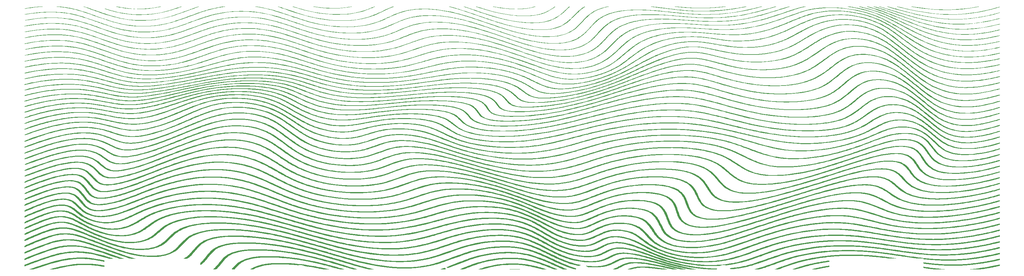
<source format=gbr>
%TF.GenerationSoftware,KiCad,Pcbnew,(6.0.11)*%
%TF.CreationDate,2023-03-24T14:39:48+01:00*%
%TF.ProjectId,kira,6b697261-2e6b-4696-9361-645f70636258,rev?*%
%TF.SameCoordinates,Original*%
%TF.FileFunction,Legend,Top*%
%TF.FilePolarity,Positive*%
%FSLAX46Y46*%
G04 Gerber Fmt 4.6, Leading zero omitted, Abs format (unit mm)*
G04 Created by KiCad (PCBNEW (6.0.11)) date 2023-03-24 14:39:48*
%MOMM*%
%LPD*%
G01*
G04 APERTURE LIST*
G04 APERTURE END LIST*
%TO.C,G\u002A\u002A\u002A*%
G36*
X150140177Y-109132914D02*
G01*
X150350896Y-109133887D01*
X150553329Y-109135439D01*
X150742564Y-109137561D01*
X150913686Y-109140245D01*
X151061785Y-109143482D01*
X151181947Y-109147264D01*
X151269259Y-109151584D01*
X151316667Y-109156074D01*
X151357351Y-109163217D01*
X151375876Y-109168773D01*
X151368953Y-109173017D01*
X151333291Y-109176225D01*
X151265600Y-109178671D01*
X151162592Y-109180630D01*
X151020976Y-109182378D01*
X150999167Y-109182608D01*
X150668173Y-109185724D01*
X150350524Y-109188072D01*
X150049889Y-109189649D01*
X149769936Y-109190456D01*
X149514332Y-109190490D01*
X149286745Y-109189751D01*
X149090845Y-109188237D01*
X148930300Y-109185949D01*
X148819000Y-109183223D01*
X148490917Y-109172675D01*
X148681417Y-109151578D01*
X148745641Y-109146966D01*
X148845793Y-109143009D01*
X148976961Y-109139697D01*
X149134231Y-109137022D01*
X149312691Y-109134976D01*
X149507428Y-109133551D01*
X149713530Y-109132738D01*
X149926084Y-109132528D01*
X150140177Y-109132914D01*
G37*
G36*
X76305769Y-61024043D02*
G01*
X76577167Y-61031461D01*
X76789619Y-61038291D01*
X76997416Y-61045520D01*
X77195010Y-61052919D01*
X77376856Y-61060256D01*
X77537408Y-61067301D01*
X77671121Y-61073822D01*
X77772449Y-61079588D01*
X77826000Y-61083463D01*
X77909959Y-61090547D01*
X78028334Y-61100280D01*
X78173335Y-61112034D01*
X78337173Y-61125182D01*
X78512057Y-61139096D01*
X78690198Y-61153149D01*
X78736167Y-61156755D01*
X78936183Y-61173578D01*
X79154952Y-61193967D01*
X79380023Y-61216628D01*
X79598947Y-61240268D01*
X79799274Y-61263593D01*
X79953250Y-61283230D01*
X80124300Y-61306322D01*
X80302602Y-61330423D01*
X80477326Y-61354065D01*
X80637642Y-61375783D01*
X80772720Y-61394111D01*
X80831667Y-61402125D01*
X80980758Y-61424373D01*
X81164405Y-61454951D01*
X81375954Y-61492527D01*
X81608753Y-61535767D01*
X81856149Y-61583340D01*
X82111489Y-61633912D01*
X82368121Y-61686149D01*
X82619391Y-61738720D01*
X82858647Y-61790290D01*
X83079237Y-61839527D01*
X83274507Y-61885098D01*
X83414000Y-61919544D01*
X84133935Y-62114414D01*
X84827278Y-62325111D01*
X85503591Y-62555129D01*
X86172436Y-62807960D01*
X86843375Y-63087098D01*
X87525968Y-63396035D01*
X87759107Y-63506897D01*
X87964105Y-63606680D01*
X88175452Y-63711984D01*
X88396862Y-63824776D01*
X88632050Y-63947023D01*
X88884734Y-64080692D01*
X89158628Y-64227751D01*
X89457447Y-64390167D01*
X89784907Y-64569906D01*
X90144724Y-64768936D01*
X90183257Y-64790325D01*
X90572041Y-65005537D01*
X90928466Y-65201359D01*
X91256605Y-65379887D01*
X91560531Y-65543219D01*
X91844317Y-65693451D01*
X92112037Y-65832680D01*
X92367764Y-65963003D01*
X92615570Y-66086518D01*
X92859530Y-66205320D01*
X93103715Y-66321508D01*
X93352200Y-66437177D01*
X93609058Y-66554426D01*
X93616333Y-66557717D01*
X94017599Y-66733680D01*
X94449893Y-66913143D01*
X94902586Y-67092076D01*
X95365052Y-67266453D01*
X95826663Y-67432247D01*
X96276793Y-67585428D01*
X96614440Y-67693987D01*
X97156367Y-67853637D01*
X97731550Y-68005125D01*
X98331419Y-68146784D01*
X98947401Y-68276952D01*
X99570925Y-68393961D01*
X100193418Y-68496149D01*
X100806310Y-68581849D01*
X101401029Y-68649398D01*
X101654975Y-68672960D01*
X101754228Y-68680825D01*
X101857453Y-68687512D01*
X101968787Y-68693106D01*
X102092371Y-68697689D01*
X102232344Y-68701349D01*
X102392842Y-68704168D01*
X102578007Y-68706232D01*
X102791976Y-68707625D01*
X103038889Y-68708432D01*
X103322884Y-68708737D01*
X103405917Y-68708744D01*
X103694218Y-68708363D01*
X103966526Y-68707106D01*
X104225407Y-68704732D01*
X104473428Y-68700997D01*
X104713156Y-68695658D01*
X104947158Y-68688471D01*
X105178002Y-68679194D01*
X105408254Y-68667584D01*
X105640482Y-68653397D01*
X105877252Y-68636390D01*
X106121132Y-68616321D01*
X106374688Y-68592945D01*
X106640488Y-68566021D01*
X106921099Y-68535304D01*
X107219088Y-68500553D01*
X107537022Y-68461523D01*
X107877468Y-68417971D01*
X108242993Y-68369655D01*
X108636164Y-68316331D01*
X109059548Y-68257756D01*
X109515713Y-68193688D01*
X110007225Y-68123882D01*
X110536652Y-68048096D01*
X110835417Y-68005146D01*
X111482920Y-67912392D01*
X112091319Y-67826221D01*
X112663283Y-67746364D01*
X113201479Y-67672551D01*
X113708576Y-67604513D01*
X114187240Y-67541982D01*
X114640140Y-67484688D01*
X115069943Y-67432361D01*
X115479318Y-67384733D01*
X115870933Y-67341534D01*
X116247455Y-67302495D01*
X116611551Y-67267347D01*
X116965891Y-67235820D01*
X117313141Y-67207646D01*
X117655971Y-67182555D01*
X117997046Y-67160279D01*
X118339036Y-67140547D01*
X118684608Y-67123090D01*
X119036430Y-67107640D01*
X119397170Y-67093927D01*
X119769496Y-67081682D01*
X120074355Y-67072848D01*
X120320617Y-67067171D01*
X120594915Y-67062774D01*
X120892209Y-67059619D01*
X121207462Y-67057669D01*
X121535635Y-67056886D01*
X121871689Y-67057235D01*
X122210585Y-67058677D01*
X122547287Y-67061176D01*
X122876754Y-67064694D01*
X123193948Y-67069194D01*
X123493832Y-67074640D01*
X123771365Y-67080994D01*
X124021511Y-67088219D01*
X124239229Y-67096278D01*
X124413833Y-67104809D01*
X125004008Y-67142948D01*
X125586658Y-67189316D01*
X126157738Y-67243381D01*
X126713203Y-67304611D01*
X127249006Y-67372474D01*
X127761103Y-67446438D01*
X128245447Y-67525972D01*
X128697994Y-67610541D01*
X129114697Y-67699616D01*
X129332571Y-67751687D01*
X129656090Y-67837290D01*
X129986609Y-67934037D01*
X130317690Y-68039577D01*
X130642897Y-68151559D01*
X130955792Y-68267632D01*
X131249937Y-68385445D01*
X131518895Y-68502647D01*
X131756228Y-68616887D01*
X131876965Y-68680923D01*
X131993381Y-68746648D01*
X132106857Y-68813829D01*
X132220937Y-68885015D01*
X132339171Y-68962750D01*
X132465106Y-69049583D01*
X132602288Y-69148061D01*
X132754264Y-69260730D01*
X132924583Y-69390137D01*
X133116791Y-69538830D01*
X133334436Y-69709354D01*
X133581064Y-69904258D01*
X133583906Y-69906512D01*
X133872268Y-70133263D01*
X134133606Y-70334574D01*
X134372202Y-70513408D01*
X134592338Y-70672727D01*
X134798297Y-70815493D01*
X134994359Y-70944667D01*
X135184807Y-71063213D01*
X135373923Y-71174091D01*
X135565990Y-71280266D01*
X135582776Y-71289269D01*
X135785467Y-71394984D01*
X135982330Y-71491497D01*
X136179782Y-71581355D01*
X136384244Y-71667106D01*
X136602133Y-71751297D01*
X136839868Y-71836476D01*
X137103868Y-71925191D01*
X137400552Y-72019989D01*
X137508266Y-72053519D01*
X137826026Y-72148686D01*
X138151486Y-72239574D01*
X138491768Y-72327980D01*
X138853996Y-72415701D01*
X139245292Y-72504533D01*
X139597089Y-72580361D01*
X139687613Y-72598031D01*
X139813403Y-72620517D01*
X139967799Y-72646790D01*
X140144144Y-72675819D01*
X140335779Y-72706573D01*
X140536044Y-72738021D01*
X140738282Y-72769132D01*
X140935832Y-72798876D01*
X141122037Y-72826222D01*
X141290237Y-72850139D01*
X141433774Y-72869596D01*
X141545989Y-72883562D01*
X141580000Y-72887317D01*
X142011967Y-72931648D01*
X142408588Y-72970565D01*
X142776445Y-73004479D01*
X143122119Y-73033803D01*
X143452193Y-73058949D01*
X143773246Y-73080330D01*
X144091863Y-73098357D01*
X144414623Y-73113444D01*
X144748108Y-73126002D01*
X145098901Y-73136443D01*
X145473583Y-73145180D01*
X145792167Y-73151172D01*
X146854450Y-73157376D01*
X147948679Y-73140315D01*
X149071710Y-73100331D01*
X150220401Y-73037764D01*
X151391608Y-72952954D01*
X152582188Y-72846241D01*
X153788997Y-72717966D01*
X155008894Y-72568470D01*
X156238734Y-72398093D01*
X157475375Y-72207175D01*
X158715673Y-71996056D01*
X159956485Y-71765078D01*
X161194668Y-71514580D01*
X161497833Y-71450148D01*
X162034309Y-71333688D01*
X162599621Y-71208324D01*
X163195060Y-71073751D01*
X163821922Y-70929664D01*
X164481497Y-70775761D01*
X165175081Y-70611737D01*
X165903965Y-70437287D01*
X166669443Y-70252107D01*
X167472809Y-70055894D01*
X168315354Y-69848343D01*
X168451083Y-69814756D01*
X169102252Y-69653720D01*
X169732089Y-69498354D01*
X170339056Y-69349031D01*
X170921619Y-69206122D01*
X171478240Y-69070001D01*
X172007385Y-68941038D01*
X172507518Y-68819607D01*
X172977102Y-68706080D01*
X173414602Y-68600828D01*
X173818482Y-68504225D01*
X174187206Y-68416643D01*
X174519238Y-68338454D01*
X174813041Y-68270029D01*
X175023333Y-68221703D01*
X175485394Y-68116650D01*
X175910674Y-68020713D01*
X176303507Y-67932966D01*
X176668228Y-67852482D01*
X177009173Y-67778336D01*
X177330677Y-67709599D01*
X177637074Y-67645347D01*
X177932700Y-67584652D01*
X178221890Y-67526589D01*
X178508978Y-67470230D01*
X178798301Y-67414650D01*
X178812167Y-67412015D01*
X178993111Y-67377596D01*
X179189739Y-67340116D01*
X179389273Y-67302016D01*
X179578931Y-67265738D01*
X179745935Y-67233721D01*
X179814502Y-67220545D01*
X179922497Y-67200439D01*
X180066359Y-67174685D01*
X180240151Y-67144294D01*
X180437937Y-67110279D01*
X180653783Y-67073651D01*
X180881750Y-67035422D01*
X181115904Y-66996606D01*
X181350308Y-66958213D01*
X181412585Y-66948096D01*
X182215048Y-66822249D01*
X183026999Y-66703200D01*
X183843004Y-66591554D01*
X184657632Y-66487921D01*
X185465447Y-66392908D01*
X186261018Y-66307121D01*
X187038911Y-66231170D01*
X187793692Y-66165660D01*
X188519929Y-66111199D01*
X189212188Y-66068396D01*
X189342583Y-66061468D01*
X189467784Y-66056222D01*
X189631183Y-66051310D01*
X189828646Y-66046750D01*
X190056041Y-66042563D01*
X190309233Y-66038765D01*
X190584088Y-66035377D01*
X190876473Y-66032417D01*
X191182253Y-66029903D01*
X191497296Y-66027854D01*
X191817468Y-66026289D01*
X192138634Y-66025227D01*
X192456661Y-66024686D01*
X192767415Y-66024686D01*
X193066763Y-66025244D01*
X193350570Y-66026379D01*
X193614703Y-66028110D01*
X193855029Y-66030457D01*
X194067413Y-66033437D01*
X194247721Y-66037069D01*
X194318309Y-66038951D01*
X195350669Y-66084531D01*
X196409402Y-66161497D01*
X197492779Y-66269680D01*
X198599072Y-66408909D01*
X199603250Y-66559070D01*
X199779706Y-66588090D01*
X199980051Y-66622254D01*
X200197559Y-66660320D01*
X200425505Y-66701047D01*
X200657164Y-66743190D01*
X200885809Y-66785510D01*
X201104716Y-66826762D01*
X201307159Y-66865706D01*
X201486412Y-66901099D01*
X201635751Y-66931698D01*
X201725083Y-66950978D01*
X201820632Y-66971844D01*
X201942465Y-66997783D01*
X202075361Y-67025586D01*
X202204095Y-67052043D01*
X202211917Y-67053631D01*
X202476867Y-67109025D01*
X202781753Y-67175752D01*
X203125784Y-67253619D01*
X203508172Y-67342435D01*
X203928127Y-67442008D01*
X204384862Y-67552147D01*
X204877587Y-67672659D01*
X205405512Y-67803352D01*
X205967850Y-67944035D01*
X206563811Y-68094516D01*
X207192606Y-68254604D01*
X207853447Y-68424105D01*
X207937500Y-68445748D01*
X208741551Y-68651786D01*
X209506909Y-68845690D01*
X210233279Y-69027389D01*
X210920364Y-69196810D01*
X211567870Y-69353879D01*
X212175501Y-69498524D01*
X212647083Y-69608570D01*
X212811778Y-69646647D01*
X212969123Y-69683078D01*
X213112725Y-69716380D01*
X213236193Y-69745067D01*
X213333136Y-69767656D01*
X213397162Y-69782663D01*
X213409083Y-69785485D01*
X213566844Y-69822116D01*
X213760596Y-69865616D01*
X213984772Y-69914821D01*
X214233805Y-69968569D01*
X214502127Y-70025697D01*
X214784170Y-70085044D01*
X215074367Y-70145445D01*
X215367150Y-70205739D01*
X215656952Y-70264763D01*
X215938205Y-70321354D01*
X216205341Y-70374349D01*
X216452793Y-70422587D01*
X216541750Y-70439665D01*
X217763125Y-70661186D01*
X219017466Y-70865545D01*
X220298681Y-71051857D01*
X221600680Y-71219236D01*
X222912917Y-71366333D01*
X223553217Y-71428796D01*
X224193614Y-71482859D01*
X224841376Y-71528955D01*
X225503770Y-71567520D01*
X226188062Y-71598987D01*
X226901519Y-71623791D01*
X227463750Y-71638365D01*
X227899788Y-71646264D01*
X228350454Y-71650881D01*
X228810825Y-71652319D01*
X229275979Y-71650685D01*
X229740993Y-71646083D01*
X230200946Y-71638617D01*
X230650914Y-71628392D01*
X231085975Y-71615513D01*
X231501207Y-71600084D01*
X231891687Y-71582211D01*
X232252493Y-71561998D01*
X232578703Y-71539549D01*
X232744833Y-71526006D01*
X233349516Y-71471492D01*
X233914755Y-71416502D01*
X234440145Y-71361082D01*
X234925281Y-71305284D01*
X235369756Y-71249156D01*
X235773164Y-71192747D01*
X236135101Y-71136106D01*
X236455160Y-71079282D01*
X236491333Y-71072337D01*
X236647613Y-71042216D01*
X236820490Y-71009144D01*
X236993515Y-70976253D01*
X237150236Y-70946676D01*
X237221583Y-70933316D01*
X237352728Y-70907099D01*
X237511048Y-70872688D01*
X237682936Y-70833207D01*
X237854784Y-70791776D01*
X238004750Y-70753679D01*
X238155025Y-70714348D01*
X238309411Y-70674020D01*
X238456850Y-70635578D01*
X238586288Y-70601903D01*
X238686667Y-70575879D01*
X238692667Y-70574329D01*
X239048084Y-70472485D01*
X239430483Y-70344154D01*
X239835553Y-70191265D01*
X240258982Y-70015748D01*
X240696460Y-69819531D01*
X241143675Y-69604543D01*
X241596316Y-69372714D01*
X242050071Y-69125971D01*
X242470917Y-68883843D01*
X242669641Y-68765317D01*
X242858831Y-68650076D01*
X243042505Y-68535376D01*
X243224681Y-68418471D01*
X243409379Y-68296617D01*
X243600616Y-68167068D01*
X243802411Y-68027080D01*
X244018782Y-67873908D01*
X244253748Y-67704808D01*
X244511328Y-67517033D01*
X244795540Y-67307839D01*
X245002640Y-67154495D01*
X245462335Y-66825312D01*
X245933655Y-66510535D01*
X246408911Y-66214861D01*
X246880411Y-65942991D01*
X247340467Y-65699623D01*
X247558502Y-65592624D01*
X248037953Y-65378566D01*
X248532927Y-65185893D01*
X249036613Y-65016524D01*
X249542202Y-64872379D01*
X250042886Y-64755376D01*
X250531853Y-64667436D01*
X251002296Y-64610478D01*
X251060166Y-64605575D01*
X251173782Y-64598793D01*
X251320075Y-64593726D01*
X251493052Y-64590298D01*
X251686720Y-64588436D01*
X251895089Y-64588064D01*
X252112164Y-64589110D01*
X252331954Y-64591498D01*
X252548467Y-64595155D01*
X252755710Y-64600005D01*
X252947691Y-64605974D01*
X253118417Y-64612989D01*
X253261896Y-64620975D01*
X253372136Y-64629857D01*
X253414083Y-64634771D01*
X254062448Y-64739908D01*
X254701931Y-64876018D01*
X255338466Y-65044750D01*
X255977988Y-65247749D01*
X256626433Y-65486664D01*
X256938333Y-65612810D01*
X257174110Y-65712702D01*
X257393370Y-65810042D01*
X257600803Y-65907557D01*
X257801099Y-66007977D01*
X257998947Y-66114032D01*
X258199036Y-66228452D01*
X258406055Y-66353965D01*
X258624695Y-66493301D01*
X258859644Y-66649189D01*
X259115591Y-66824359D01*
X259397227Y-67021541D01*
X259573583Y-67146632D01*
X259923957Y-67399741D01*
X260302023Y-67679711D01*
X260704843Y-67984278D01*
X261129482Y-68311177D01*
X261573001Y-68658145D01*
X262032464Y-69022915D01*
X262504934Y-69403225D01*
X262592733Y-69474456D01*
X262993501Y-69798564D01*
X263365421Y-70096117D01*
X263711086Y-70368811D01*
X264033093Y-70618342D01*
X264334035Y-70846406D01*
X264616506Y-71054699D01*
X264883102Y-71244917D01*
X265136418Y-71418756D01*
X265379046Y-71577913D01*
X265613583Y-71724082D01*
X265842622Y-71858961D01*
X266068759Y-71984245D01*
X266294588Y-72101631D01*
X266522703Y-72212813D01*
X266755699Y-72319489D01*
X266996170Y-72423355D01*
X267246712Y-72526105D01*
X267283746Y-72540899D01*
X267406901Y-72587311D01*
X267560209Y-72640955D01*
X267735754Y-72699411D01*
X267925621Y-72760261D01*
X268121895Y-72821085D01*
X268316662Y-72879465D01*
X268502005Y-72932982D01*
X268670011Y-72979216D01*
X268812764Y-73015750D01*
X268908083Y-73037317D01*
X269031667Y-73062692D01*
X269177983Y-73092898D01*
X269328339Y-73124071D01*
X269458417Y-73151166D01*
X269565470Y-73171458D01*
X269704357Y-73194653D01*
X269864812Y-73219214D01*
X270036569Y-73243604D01*
X270209364Y-73266287D01*
X270305083Y-73277944D01*
X270999557Y-73342040D01*
X271718996Y-73373545D01*
X272463635Y-73372441D01*
X273233708Y-73338711D01*
X274029449Y-73272337D01*
X274851094Y-73173303D01*
X275698877Y-73041592D01*
X276573033Y-72877184D01*
X277025500Y-72781527D01*
X277261181Y-72728337D01*
X277528908Y-72665202D01*
X277820183Y-72594305D01*
X278126505Y-72517829D01*
X278439375Y-72437960D01*
X278750293Y-72356880D01*
X279050760Y-72276774D01*
X279332277Y-72199826D01*
X279586342Y-72128219D01*
X279724250Y-72088084D01*
X279975045Y-72014067D01*
X280188287Y-71951283D01*
X280366981Y-71898869D01*
X280514128Y-71855959D01*
X280632733Y-71821688D01*
X280725798Y-71795193D01*
X280796326Y-71775607D01*
X280847321Y-71762066D01*
X280881786Y-71753706D01*
X280894856Y-71750989D01*
X280964795Y-71737807D01*
X280958356Y-71833775D01*
X280951917Y-71929742D01*
X280790012Y-71999790D01*
X280605547Y-72073574D01*
X280382871Y-72152369D01*
X280125697Y-72235352D01*
X279837743Y-72321705D01*
X279522722Y-72410605D01*
X279184351Y-72501233D01*
X278826344Y-72592767D01*
X278452417Y-72684388D01*
X278066285Y-72775273D01*
X277671664Y-72864604D01*
X277272267Y-72951558D01*
X276871812Y-73035316D01*
X276474013Y-73115056D01*
X276082586Y-73189958D01*
X275701245Y-73259202D01*
X275333706Y-73321966D01*
X274983684Y-73377431D01*
X274654895Y-73424775D01*
X274351054Y-73463177D01*
X274075876Y-73491818D01*
X274009250Y-73497583D01*
X273782604Y-73513833D01*
X273522171Y-73528330D01*
X273236214Y-73540899D01*
X272932996Y-73551361D01*
X272620782Y-73559540D01*
X272307835Y-73565258D01*
X272002417Y-73568337D01*
X271712793Y-73568601D01*
X271447226Y-73565873D01*
X271213979Y-73559974D01*
X271172917Y-73558437D01*
X270632305Y-73526354D01*
X270105723Y-73472832D01*
X269581207Y-73396170D01*
X269046794Y-73294666D01*
X268590583Y-73191166D01*
X268342758Y-73127540D01*
X268078631Y-73053260D01*
X267807260Y-72971276D01*
X267537707Y-72884537D01*
X267279030Y-72795992D01*
X267040288Y-72708593D01*
X266830542Y-72625288D01*
X266759667Y-72595031D01*
X266636150Y-72540983D01*
X266501821Y-72482114D01*
X266373870Y-72425964D01*
X266279774Y-72384597D01*
X266135864Y-72317423D01*
X265963939Y-72230887D01*
X265770999Y-72129010D01*
X265564043Y-72015809D01*
X265350071Y-71895303D01*
X265136081Y-71771512D01*
X264929073Y-71648453D01*
X264736047Y-71530146D01*
X264564002Y-71420609D01*
X264419936Y-71323862D01*
X264367833Y-71286829D01*
X264244260Y-71195445D01*
X264090151Y-71078839D01*
X263907609Y-70938665D01*
X263698732Y-70776576D01*
X263465620Y-70594226D01*
X263210373Y-70393268D01*
X262935092Y-70175356D01*
X262641875Y-69942143D01*
X262332824Y-69695283D01*
X262010038Y-69436430D01*
X261675617Y-69167237D01*
X261658500Y-69153432D01*
X261281862Y-68850453D01*
X260926578Y-68566287D01*
X260594155Y-68302117D01*
X260286096Y-68059124D01*
X260003910Y-67838490D01*
X259749100Y-67641395D01*
X259523172Y-67469021D01*
X259327633Y-67322550D01*
X259287833Y-67293178D01*
X259107247Y-67165101D01*
X258898595Y-67025270D01*
X258668464Y-66877546D01*
X258423442Y-66725792D01*
X258170118Y-66573868D01*
X257915080Y-66425638D01*
X257664915Y-66284962D01*
X257426212Y-66155702D01*
X257205560Y-66041721D01*
X257009545Y-65946880D01*
X256929331Y-65910684D01*
X256835719Y-65869573D01*
X256746576Y-65830319D01*
X256675761Y-65799030D01*
X256652583Y-65788738D01*
X256101514Y-65559111D01*
X255538347Y-65354970D01*
X254975413Y-65180571D01*
X254610000Y-65083828D01*
X254327864Y-65016404D01*
X254071502Y-64959969D01*
X253833116Y-64913628D01*
X253604913Y-64876486D01*
X253379097Y-64847645D01*
X253147872Y-64826211D01*
X252903444Y-64811289D01*
X252638016Y-64801982D01*
X252343794Y-64797395D01*
X252109281Y-64796512D01*
X251759891Y-64798796D01*
X251446336Y-64806105D01*
X251162342Y-64819126D01*
X250901636Y-64838542D01*
X250657945Y-64865042D01*
X250424994Y-64899309D01*
X250196510Y-64942030D01*
X249966220Y-64993891D01*
X249727849Y-65055576D01*
X249720422Y-65057609D01*
X249387824Y-65153331D01*
X249067172Y-65255444D01*
X248754902Y-65365787D01*
X248447449Y-65486199D01*
X248141248Y-65618518D01*
X247832733Y-65764584D01*
X247518340Y-65926234D01*
X247194503Y-66105308D01*
X246857659Y-66303644D01*
X246504241Y-66523082D01*
X246130684Y-66765459D01*
X245733425Y-67032614D01*
X245308897Y-67326387D01*
X245273441Y-67351240D01*
X244956782Y-67573095D01*
X244671134Y-67772495D01*
X244413164Y-67951658D01*
X244179540Y-68112800D01*
X243966931Y-68258137D01*
X243772005Y-68389887D01*
X243591429Y-68510266D01*
X243421872Y-68621490D01*
X243260002Y-68725777D01*
X243102486Y-68825342D01*
X242945994Y-68922403D01*
X242787193Y-69019177D01*
X242622750Y-69117879D01*
X242576750Y-69145266D01*
X242460780Y-69213198D01*
X242327400Y-69289650D01*
X242182309Y-69371511D01*
X242031206Y-69455673D01*
X241879789Y-69539025D01*
X241733758Y-69618459D01*
X241598811Y-69690865D01*
X241480647Y-69753133D01*
X241384965Y-69802154D01*
X241317463Y-69834818D01*
X241296167Y-69844003D01*
X241267424Y-69856592D01*
X241207070Y-69883876D01*
X241121880Y-69922764D01*
X241018632Y-69970163D01*
X240915167Y-70017868D01*
X240435082Y-70226259D01*
X239919335Y-70424877D01*
X239373851Y-70611819D01*
X238804561Y-70785180D01*
X238217390Y-70943053D01*
X237618267Y-71083534D01*
X237560250Y-71096055D01*
X236791314Y-71248705D01*
X235988267Y-71384885D01*
X235156251Y-71503919D01*
X234300411Y-71605131D01*
X233425889Y-71687844D01*
X232607250Y-71747146D01*
X231878856Y-71786300D01*
X231116519Y-71815981D01*
X230327538Y-71836235D01*
X229519214Y-71847110D01*
X228698843Y-71848652D01*
X227873726Y-71840907D01*
X227051162Y-71823924D01*
X226238449Y-71797747D01*
X225442887Y-71762425D01*
X224671774Y-71718003D01*
X224320500Y-71694040D01*
X223323904Y-71612739D01*
X222292282Y-71509510D01*
X221226685Y-71384494D01*
X220128166Y-71237838D01*
X218997777Y-71069684D01*
X217836568Y-70880178D01*
X216645591Y-70669463D01*
X216086667Y-70565193D01*
X215664572Y-70484314D01*
X215249035Y-70402837D01*
X214837110Y-70320077D01*
X214425851Y-70235353D01*
X214012312Y-70147981D01*
X213593547Y-70057278D01*
X213166609Y-69962560D01*
X212728553Y-69863144D01*
X212276433Y-69758347D01*
X211807302Y-69647487D01*
X211318214Y-69529879D01*
X210806223Y-69404841D01*
X210268384Y-69271689D01*
X209701749Y-69129741D01*
X209103374Y-68978312D01*
X208470311Y-68816721D01*
X207799615Y-68644283D01*
X207768167Y-68636171D01*
X207571958Y-68585863D01*
X207344041Y-68527961D01*
X207089325Y-68463678D01*
X206812719Y-68394229D01*
X206519131Y-68320826D01*
X206213471Y-68244682D01*
X205900647Y-68167012D01*
X205585569Y-68089028D01*
X205273144Y-68011945D01*
X204968282Y-67936974D01*
X204675892Y-67865331D01*
X204400883Y-67798228D01*
X204148162Y-67736878D01*
X203922640Y-67682496D01*
X203729225Y-67636294D01*
X203598333Y-67605435D01*
X202932665Y-67451805D01*
X202303097Y-67310757D01*
X201705550Y-67181594D01*
X201135940Y-67063620D01*
X200590188Y-66956139D01*
X200064211Y-66858454D01*
X199553928Y-66769870D01*
X199055257Y-66689689D01*
X198564118Y-66617217D01*
X198076428Y-66551756D01*
X197588107Y-66492610D01*
X197095073Y-66439083D01*
X196593245Y-66390479D01*
X196348932Y-66368770D01*
X196016814Y-66341504D01*
X195689634Y-66317698D01*
X195362482Y-66297183D01*
X195030451Y-66279791D01*
X194688630Y-66265352D01*
X194332112Y-66253698D01*
X193955988Y-66244658D01*
X193555349Y-66238065D01*
X193125285Y-66233749D01*
X192660889Y-66231541D01*
X192352719Y-66231157D01*
X191795247Y-66232199D01*
X191275253Y-66235540D01*
X190787935Y-66241368D01*
X190328491Y-66249876D01*
X189892118Y-66261252D01*
X189474013Y-66275687D01*
X189069375Y-66293372D01*
X188673400Y-66314497D01*
X188281288Y-66339253D01*
X187888234Y-66367830D01*
X187489437Y-66400418D01*
X187080095Y-66437208D01*
X187024833Y-66442406D01*
X185778971Y-66570976D01*
X184506592Y-66723314D01*
X183215267Y-66898170D01*
X181912567Y-67094296D01*
X180606066Y-67310442D01*
X179303333Y-67545361D01*
X178011943Y-67797801D01*
X176739465Y-68066516D01*
X175573667Y-68331343D01*
X175386853Y-68375293D01*
X175193490Y-68420788D01*
X175002607Y-68465702D01*
X174823237Y-68507911D01*
X174664410Y-68545288D01*
X174535158Y-68575710D01*
X174504750Y-68582868D01*
X174366078Y-68615680D01*
X174188957Y-68657870D01*
X173976063Y-68708796D01*
X173730068Y-68767815D01*
X173453647Y-68834283D01*
X173149474Y-68907558D01*
X172820222Y-68986997D01*
X172468565Y-69071957D01*
X172165833Y-69145179D01*
X172000945Y-69185074D01*
X171817012Y-69229567D01*
X171629991Y-69274798D01*
X171455838Y-69316908D01*
X171340333Y-69344831D01*
X171235440Y-69370246D01*
X171093968Y-69404618D01*
X170920449Y-69446842D01*
X170719415Y-69495810D01*
X170495398Y-69550416D01*
X170252932Y-69609553D01*
X169996547Y-69672114D01*
X169730776Y-69736993D01*
X169460152Y-69803083D01*
X169189206Y-69869277D01*
X168922471Y-69934469D01*
X168664479Y-69997552D01*
X168419762Y-70057419D01*
X168192852Y-70112964D01*
X167988282Y-70163079D01*
X167810584Y-70206660D01*
X167763167Y-70218300D01*
X167473691Y-70289221D01*
X167171765Y-70362895D01*
X166861558Y-70438322D01*
X166547239Y-70514501D01*
X166232977Y-70590434D01*
X165922941Y-70665119D01*
X165621301Y-70737558D01*
X165332224Y-70806750D01*
X165059881Y-70871696D01*
X164808440Y-70931396D01*
X164582071Y-70984849D01*
X164384942Y-71031057D01*
X164221222Y-71069019D01*
X164111917Y-71093950D01*
X163996359Y-71120041D01*
X163850594Y-71153013D01*
X163685687Y-71190360D01*
X163512702Y-71229576D01*
X163342706Y-71268153D01*
X163275833Y-71283341D01*
X163025656Y-71340071D01*
X162804552Y-71389928D01*
X162604204Y-71434723D01*
X162416291Y-71476263D01*
X162232498Y-71516356D01*
X162044504Y-71556812D01*
X161843993Y-71599438D01*
X161622645Y-71646044D01*
X161372144Y-71698439D01*
X161238862Y-71726225D01*
X160612826Y-71855008D01*
X160017374Y-71974023D01*
X159442413Y-72085180D01*
X158877847Y-72190390D01*
X158313580Y-72291561D01*
X157739519Y-72390605D01*
X157624333Y-72410042D01*
X156185966Y-72638108D01*
X154771876Y-72834318D01*
X153378889Y-72998934D01*
X152003827Y-73132216D01*
X150643514Y-73234425D01*
X149294774Y-73305821D01*
X147954429Y-73346666D01*
X146619303Y-73357220D01*
X146130833Y-73353557D01*
X145139424Y-73333566D01*
X144185729Y-73297022D01*
X143268485Y-73243836D01*
X142386431Y-73173920D01*
X141538302Y-73087187D01*
X140722838Y-72983549D01*
X140627500Y-72970027D01*
X140406006Y-72938238D01*
X140213875Y-72910451D01*
X140045734Y-72885632D01*
X139896211Y-72862749D01*
X139759932Y-72840768D01*
X139631525Y-72818656D01*
X139505617Y-72795380D01*
X139376835Y-72769906D01*
X139239807Y-72741201D01*
X139089159Y-72708232D01*
X138919519Y-72669966D01*
X138725513Y-72625370D01*
X138501770Y-72573410D01*
X138242916Y-72513053D01*
X138203917Y-72503956D01*
X138097616Y-72477445D01*
X137960098Y-72440535D01*
X137800423Y-72395806D01*
X137627655Y-72345839D01*
X137450856Y-72293214D01*
X137283167Y-72241783D01*
X136768546Y-72070952D01*
X136287290Y-71889204D01*
X135831090Y-71693040D01*
X135391637Y-71478964D01*
X135103000Y-71324084D01*
X134967225Y-71247859D01*
X134841275Y-71175427D01*
X134721307Y-71104164D01*
X134603476Y-71031448D01*
X134483938Y-70954655D01*
X134358848Y-70871163D01*
X134224362Y-70778349D01*
X134076636Y-70673589D01*
X133911826Y-70554262D01*
X133726088Y-70417745D01*
X133515577Y-70261413D01*
X133276449Y-70082645D01*
X133205459Y-70029426D01*
X132914521Y-69811655D01*
X132654169Y-69617909D01*
X132421548Y-69446345D01*
X132213800Y-69295120D01*
X132028069Y-69162391D01*
X131861497Y-69046315D01*
X131711228Y-68945049D01*
X131574405Y-68856751D01*
X131448171Y-68779578D01*
X131329668Y-68711686D01*
X131216040Y-68651233D01*
X131104431Y-68596377D01*
X130991982Y-68545273D01*
X130875838Y-68496079D01*
X130753141Y-68446954D01*
X130750799Y-68446036D01*
X130646161Y-68407340D01*
X130510218Y-68360488D01*
X130349973Y-68307609D01*
X130172427Y-68250829D01*
X129984584Y-68192276D01*
X129793445Y-68134077D01*
X129606014Y-68078360D01*
X129429292Y-68027252D01*
X129270283Y-67982879D01*
X129135988Y-67947370D01*
X129033410Y-67922851D01*
X129017583Y-67919508D01*
X128925237Y-67900354D01*
X128803406Y-67874735D01*
X128663966Y-67845167D01*
X128518794Y-67814166D01*
X128414333Y-67791711D01*
X128243565Y-67757375D01*
X128037629Y-67720100D01*
X127803509Y-67680879D01*
X127548186Y-67640710D01*
X127278642Y-67600586D01*
X127001858Y-67561504D01*
X126724818Y-67524459D01*
X126454502Y-67490446D01*
X126197893Y-67460460D01*
X125961973Y-67435496D01*
X125825570Y-67422660D01*
X125656387Y-67407684D01*
X125487874Y-67392775D01*
X125328489Y-67378681D01*
X125186687Y-67366151D01*
X125070924Y-67355931D01*
X124995513Y-67349284D01*
X124849544Y-67338044D01*
X124667002Y-67326597D01*
X124453644Y-67315139D01*
X124215228Y-67303870D01*
X123957513Y-67292987D01*
X123686256Y-67282690D01*
X123407215Y-67273177D01*
X123126148Y-67264645D01*
X122848812Y-67257295D01*
X122580967Y-67251323D01*
X122328369Y-67246929D01*
X122096776Y-67244310D01*
X121929787Y-67243628D01*
X121420969Y-67246565D01*
X120885929Y-67255208D01*
X120332751Y-67269205D01*
X119769522Y-67288202D01*
X119204328Y-67311845D01*
X118645252Y-67339781D01*
X118100382Y-67371656D01*
X117577801Y-67407117D01*
X117085596Y-67445810D01*
X116867917Y-67464933D01*
X116331790Y-67516153D01*
X115770584Y-67574436D01*
X115182315Y-67640032D01*
X114565000Y-67713189D01*
X113916654Y-67794157D01*
X113235294Y-67883184D01*
X112518936Y-67980519D01*
X111765595Y-68086412D01*
X110973289Y-68201110D01*
X110814250Y-68224499D01*
X110286249Y-68302018D01*
X109797198Y-68373095D01*
X109344260Y-68438060D01*
X108924598Y-68497237D01*
X108535379Y-68550956D01*
X108173764Y-68599542D01*
X107836918Y-68643322D01*
X107522005Y-68682625D01*
X107226190Y-68717776D01*
X106946636Y-68749104D01*
X106680507Y-68776935D01*
X106424966Y-68801597D01*
X106177179Y-68823416D01*
X105934310Y-68842720D01*
X105693521Y-68859835D01*
X105451977Y-68875089D01*
X105206842Y-68888810D01*
X104955281Y-68901323D01*
X104940500Y-68902016D01*
X104739894Y-68910163D01*
X104515367Y-68917156D01*
X104273469Y-68922947D01*
X104020750Y-68927489D01*
X103763758Y-68930735D01*
X103509043Y-68932638D01*
X103263154Y-68933151D01*
X103032642Y-68932228D01*
X102824054Y-68929820D01*
X102643941Y-68925882D01*
X102498852Y-68920365D01*
X102485167Y-68919652D01*
X101786324Y-68874827D01*
X101119484Y-68816944D01*
X100476054Y-68744918D01*
X99847446Y-68657666D01*
X99225069Y-68554105D01*
X98600331Y-68433151D01*
X98558750Y-68424518D01*
X98373251Y-68385539D01*
X98195015Y-68347502D01*
X98029659Y-68311649D01*
X97882803Y-68279222D01*
X97760065Y-68251463D01*
X97667065Y-68229614D01*
X97609420Y-68214915D01*
X97606250Y-68214012D01*
X97544868Y-68196542D01*
X97450118Y-68169921D01*
X97329438Y-68136224D01*
X97190269Y-68097523D01*
X97040050Y-68055892D01*
X96918333Y-68022262D01*
X96564168Y-67920005D01*
X96180700Y-67801011D01*
X95776092Y-67668184D01*
X95358509Y-67524425D01*
X94936116Y-67372636D01*
X94517078Y-67215720D01*
X94109559Y-67056577D01*
X93721724Y-66898111D01*
X93546481Y-66823796D01*
X93239019Y-66687878D01*
X92900040Y-66530976D01*
X92533509Y-66355119D01*
X92143389Y-66162335D01*
X91733647Y-65954655D01*
X91308245Y-65734107D01*
X90871150Y-65502719D01*
X90426325Y-65262522D01*
X89977736Y-65015544D01*
X89605250Y-64806778D01*
X89206521Y-64584385D01*
X88802763Y-64364782D01*
X88399642Y-64150858D01*
X88002823Y-63945504D01*
X87617974Y-63751610D01*
X87250760Y-63572064D01*
X86906847Y-63409756D01*
X86591901Y-63267577D01*
X86558776Y-63253075D01*
X86204360Y-63101288D01*
X85862842Y-62961225D01*
X85527847Y-62830725D01*
X85193001Y-62707623D01*
X84851930Y-62589756D01*
X84498259Y-62474962D01*
X84125615Y-62361077D01*
X83727622Y-62245937D01*
X83297907Y-62127381D01*
X83033000Y-62056563D01*
X82977105Y-62043080D01*
X82885207Y-62022489D01*
X82762811Y-61995960D01*
X82615425Y-61964657D01*
X82448556Y-61929750D01*
X82267712Y-61892404D01*
X82078399Y-61853786D01*
X82027583Y-61843502D01*
X81045745Y-61663384D01*
X80037577Y-61514024D01*
X79005618Y-61395319D01*
X77952406Y-61307168D01*
X76880480Y-61249468D01*
X75792377Y-61222116D01*
X74690636Y-61225009D01*
X73577795Y-61258046D01*
X72456393Y-61321123D01*
X71328968Y-61414138D01*
X70198059Y-61536988D01*
X69066203Y-61689571D01*
X67935938Y-61871784D01*
X66809805Y-62083525D01*
X65690339Y-62324691D01*
X64797917Y-62539589D01*
X64546965Y-62603577D01*
X64299467Y-62668119D01*
X64052660Y-62734058D01*
X63803780Y-62802238D01*
X63550062Y-62873503D01*
X63288742Y-62948697D01*
X63017057Y-63028664D01*
X62732242Y-63114248D01*
X62431532Y-63206294D01*
X62112165Y-63305644D01*
X61771376Y-63413143D01*
X61406401Y-63529636D01*
X61014476Y-63655965D01*
X60592836Y-63792976D01*
X60138719Y-63941512D01*
X59649358Y-64102416D01*
X59273417Y-64226476D01*
X58768315Y-64393235D01*
X58301090Y-64547183D01*
X57869516Y-64689026D01*
X57471368Y-64819472D01*
X57104421Y-64939229D01*
X56766451Y-65049004D01*
X56455232Y-65149506D01*
X56168539Y-65241442D01*
X55904148Y-65325520D01*
X55659833Y-65402446D01*
X55433369Y-65472930D01*
X55222532Y-65537678D01*
X55025097Y-65597399D01*
X54838837Y-65652799D01*
X54661529Y-65704587D01*
X54490948Y-65753471D01*
X54331000Y-65798449D01*
X54195394Y-65836253D01*
X54034611Y-65881103D01*
X53864233Y-65928653D01*
X53699841Y-65974554D01*
X53611333Y-65999279D01*
X52894001Y-66192222D01*
X52177948Y-66370106D01*
X51467540Y-66532117D01*
X50767145Y-66677445D01*
X50081129Y-66805277D01*
X49413858Y-66914801D01*
X48769698Y-67005205D01*
X48153018Y-67075679D01*
X47568182Y-67125409D01*
X47547083Y-67126849D01*
X47400097Y-67136904D01*
X47260328Y-67146679D01*
X47135682Y-67155603D01*
X47034068Y-67163108D01*
X46963394Y-67168623D01*
X46944518Y-67170238D01*
X46876352Y-67174123D01*
X46771686Y-67177118D01*
X46636344Y-67179252D01*
X46476150Y-67180554D01*
X46296928Y-67181053D01*
X46104500Y-67180778D01*
X45904690Y-67179756D01*
X45703323Y-67178018D01*
X45506222Y-67175591D01*
X45319210Y-67172504D01*
X45148111Y-67168787D01*
X44998749Y-67164467D01*
X44887958Y-67160099D01*
X44274120Y-67122677D01*
X43640729Y-67067487D01*
X43005750Y-66996308D01*
X42416645Y-66915385D01*
X42267118Y-66892673D01*
X42123159Y-66870356D01*
X41981454Y-66847832D01*
X41838689Y-66824502D01*
X41691551Y-66799765D01*
X41536726Y-66773022D01*
X41370900Y-66743672D01*
X41190759Y-66711115D01*
X40992990Y-66674751D01*
X40774277Y-66633981D01*
X40531309Y-66588203D01*
X40260770Y-66536817D01*
X39959347Y-66479225D01*
X39623726Y-66414824D01*
X39250593Y-66343016D01*
X39165083Y-66326539D01*
X38531991Y-66207308D01*
X37934257Y-66100722D01*
X37367025Y-66006244D01*
X36825440Y-65923333D01*
X36304647Y-65851450D01*
X35799791Y-65790055D01*
X35306016Y-65738610D01*
X34818466Y-65696575D01*
X34332288Y-65663410D01*
X33842624Y-65638576D01*
X33344620Y-65621533D01*
X32833421Y-65611743D01*
X32719833Y-65610520D01*
X31716457Y-65615208D01*
X30714758Y-65648387D01*
X29709479Y-65710513D01*
X28695361Y-65802044D01*
X27667144Y-65923435D01*
X26619571Y-66075143D01*
X25811984Y-66210159D01*
X25563534Y-66255119D01*
X25291763Y-66306309D01*
X25002343Y-66362532D01*
X24700948Y-66422588D01*
X24393252Y-66485282D01*
X24084929Y-66549415D01*
X23781652Y-66613789D01*
X23489095Y-66677207D01*
X23212932Y-66738472D01*
X22958836Y-66796386D01*
X22732481Y-66849750D01*
X22539541Y-66897368D01*
X22464583Y-66916746D01*
X22349253Y-66947008D01*
X22202064Y-66985479D01*
X22032138Y-67029782D01*
X21848596Y-67077544D01*
X21660560Y-67126388D01*
X21477150Y-67173939D01*
X21448583Y-67181335D01*
X21245694Y-67234997D01*
X21007877Y-67299867D01*
X20740547Y-67374380D01*
X20449123Y-67456969D01*
X20139022Y-67546068D01*
X19815661Y-67640111D01*
X19484458Y-67737531D01*
X19150829Y-67836762D01*
X18820192Y-67936238D01*
X18497964Y-68034393D01*
X18495833Y-68035047D01*
X18255257Y-68107723D01*
X18052170Y-68166550D01*
X17884254Y-68212031D01*
X17749191Y-68244672D01*
X17644661Y-68264975D01*
X17568347Y-68273446D01*
X17517929Y-68270589D01*
X17491089Y-68256907D01*
X17488967Y-68253975D01*
X17493174Y-68222988D01*
X17537469Y-68182517D01*
X17620783Y-68132951D01*
X17742046Y-68074681D01*
X17900189Y-68008094D01*
X18094141Y-67933581D01*
X18322835Y-67851530D01*
X18585199Y-67762332D01*
X18880164Y-67666375D01*
X19206661Y-67564048D01*
X19563620Y-67455742D01*
X19949972Y-67341844D01*
X20168000Y-67278855D01*
X21032832Y-67039359D01*
X21916708Y-66811399D01*
X22812438Y-66596477D01*
X23712831Y-66396095D01*
X24610699Y-66211754D01*
X25498850Y-66044956D01*
X26370095Y-65897202D01*
X27217243Y-65769994D01*
X27703333Y-65705125D01*
X28188975Y-65646372D01*
X28665059Y-65594821D01*
X29138508Y-65549982D01*
X29616243Y-65511366D01*
X30105188Y-65478483D01*
X30612262Y-65450843D01*
X31144390Y-65427956D01*
X31708492Y-65409333D01*
X31989583Y-65401840D01*
X32088362Y-65400604D01*
X32222988Y-65400706D01*
X32386999Y-65402007D01*
X32573933Y-65404365D01*
X32777331Y-65407641D01*
X32990731Y-65411696D01*
X33207672Y-65416390D01*
X33421692Y-65421582D01*
X33626332Y-65427133D01*
X33815129Y-65432903D01*
X33981622Y-65438752D01*
X34119351Y-65444540D01*
X34221855Y-65450127D01*
X34222667Y-65450181D01*
X34353136Y-65458773D01*
X34484572Y-65467387D01*
X34603915Y-65475169D01*
X34698108Y-65481266D01*
X34720083Y-65482676D01*
X35131920Y-65513881D01*
X35579035Y-65556835D01*
X36056263Y-65610822D01*
X36558437Y-65675127D01*
X37080391Y-65749038D01*
X37616958Y-65831839D01*
X38162973Y-65922816D01*
X38713269Y-66021255D01*
X38985167Y-66072429D01*
X39475396Y-66166071D01*
X39926769Y-66251875D01*
X40341946Y-66330244D01*
X40723587Y-66401581D01*
X41074355Y-66466290D01*
X41396910Y-66524774D01*
X41693912Y-66577435D01*
X41968023Y-66624677D01*
X42221904Y-66666904D01*
X42458216Y-66704518D01*
X42679619Y-66737923D01*
X42888775Y-66767521D01*
X43088345Y-66793717D01*
X43280989Y-66816913D01*
X43469368Y-66837512D01*
X43656145Y-66855918D01*
X43843978Y-66872534D01*
X44035530Y-66887763D01*
X44233462Y-66902008D01*
X44440433Y-66915673D01*
X44626083Y-66927170D01*
X45319785Y-66958106D01*
X46013838Y-66966650D01*
X46711564Y-66952421D01*
X47416283Y-66915039D01*
X48131317Y-66854122D01*
X48859987Y-66769288D01*
X49605614Y-66660157D01*
X50371520Y-66526347D01*
X51161025Y-66367477D01*
X51977452Y-66183166D01*
X52732917Y-65996522D01*
X52950530Y-65940558D01*
X53155481Y-65887450D01*
X53350287Y-65836428D01*
X53537463Y-65786719D01*
X53719523Y-65737553D01*
X53898984Y-65688157D01*
X54078360Y-65637760D01*
X54260168Y-65585591D01*
X54446922Y-65530879D01*
X54641137Y-65472851D01*
X54845330Y-65410736D01*
X55062015Y-65343763D01*
X55293709Y-65271160D01*
X55542925Y-65192156D01*
X55812180Y-65105979D01*
X56103989Y-65011858D01*
X56420868Y-64909022D01*
X56765331Y-64796698D01*
X57139894Y-64674116D01*
X57547073Y-64540503D01*
X57989383Y-64395089D01*
X58469083Y-64237186D01*
X58855196Y-64110046D01*
X59203888Y-63995264D01*
X59517929Y-63891942D01*
X59800086Y-63799182D01*
X60053128Y-63716085D01*
X60279825Y-63641755D01*
X60482946Y-63575293D01*
X60665259Y-63515801D01*
X60829533Y-63462381D01*
X60978538Y-63414135D01*
X61115041Y-63370165D01*
X61241812Y-63329573D01*
X61361620Y-63291461D01*
X61477234Y-63254932D01*
X61591422Y-63219087D01*
X61706953Y-63183028D01*
X61826597Y-63145857D01*
X61953121Y-63106677D01*
X61993333Y-63094242D01*
X62617257Y-62903926D01*
X63208103Y-62729250D01*
X63771549Y-62568881D01*
X64313272Y-62421485D01*
X64838952Y-62285729D01*
X65354266Y-62160280D01*
X65864892Y-62043803D01*
X66376508Y-61934965D01*
X66894793Y-61832433D01*
X67425425Y-61734874D01*
X67974083Y-61640953D01*
X68546443Y-61549337D01*
X68619879Y-61537989D01*
X69919198Y-61356740D01*
X71214353Y-61213526D01*
X72502966Y-61108498D01*
X73782659Y-61041807D01*
X75051052Y-61013605D01*
X76305769Y-61024043D01*
G37*
G36*
X69019010Y-86077070D02*
G01*
X70256851Y-86142933D01*
X71491771Y-86248090D01*
X72725023Y-86392493D01*
X72862417Y-86411014D01*
X73085958Y-86442159D01*
X73315770Y-86475301D01*
X73544465Y-86509298D01*
X73764656Y-86543011D01*
X73968957Y-86575300D01*
X74149979Y-86605024D01*
X74300338Y-86631044D01*
X74365250Y-86642976D01*
X74562742Y-86680306D01*
X74727052Y-86711292D01*
X74866580Y-86737499D01*
X74989728Y-86760492D01*
X75104896Y-86781836D01*
X75220484Y-86803097D01*
X75344894Y-86825838D01*
X75434167Y-86842100D01*
X75726790Y-86898800D01*
X76053594Y-86968338D01*
X76408922Y-87049275D01*
X76787119Y-87140171D01*
X77182528Y-87239588D01*
X77589494Y-87346086D01*
X78002362Y-87458227D01*
X78415474Y-87574570D01*
X78823176Y-87693678D01*
X79053667Y-87763073D01*
X79419068Y-87876374D01*
X79818432Y-88003899D01*
X80246565Y-88143830D01*
X80698275Y-88294350D01*
X81168370Y-88453640D01*
X81651657Y-88619882D01*
X82142944Y-88791259D01*
X82637039Y-88965952D01*
X83128749Y-89142144D01*
X83612883Y-89318016D01*
X84084247Y-89491750D01*
X84537650Y-89661528D01*
X84967900Y-89825533D01*
X85192000Y-89912310D01*
X85616500Y-90077009D01*
X86045762Y-90242248D01*
X86476334Y-90406751D01*
X86904762Y-90569242D01*
X87327593Y-90728444D01*
X87741374Y-90883080D01*
X88142650Y-91031874D01*
X88527970Y-91173550D01*
X88893879Y-91306830D01*
X89236925Y-91430439D01*
X89553654Y-91543099D01*
X89840612Y-91643535D01*
X90094347Y-91730469D01*
X90261417Y-91786256D01*
X90543991Y-91879166D01*
X90812392Y-91967195D01*
X91063781Y-92049421D01*
X91295320Y-92124925D01*
X91504170Y-92192786D01*
X91687491Y-92252085D01*
X91842444Y-92301900D01*
X91966191Y-92341312D01*
X92055893Y-92369401D01*
X92108711Y-92385247D01*
X92113500Y-92386571D01*
X92147754Y-92396172D01*
X92218576Y-92416305D01*
X92321864Y-92445793D01*
X92453514Y-92483462D01*
X92609425Y-92528137D01*
X92785492Y-92578642D01*
X92977613Y-92633802D01*
X93181685Y-92692443D01*
X93259676Y-92714866D01*
X94714393Y-93113066D01*
X96191625Y-93477824D01*
X97687083Y-93808352D01*
X99196475Y-94103866D01*
X100715512Y-94363577D01*
X102239904Y-94586702D01*
X103765361Y-94772453D01*
X105287592Y-94920045D01*
X105300333Y-94921119D01*
X105680563Y-94952850D01*
X106024590Y-94980822D01*
X106338346Y-95005330D01*
X106627766Y-95026669D01*
X106898783Y-95045134D01*
X107157331Y-95061021D01*
X107409344Y-95074625D01*
X107660755Y-95086241D01*
X107917497Y-95096164D01*
X108185505Y-95104690D01*
X108470713Y-95112113D01*
X108779053Y-95118730D01*
X109116459Y-95124834D01*
X109488866Y-95130723D01*
X109523083Y-95131234D01*
X109820873Y-95134826D01*
X110141574Y-95137163D01*
X110479876Y-95138295D01*
X110830470Y-95138271D01*
X111188046Y-95137142D01*
X111547294Y-95134958D01*
X111902904Y-95131768D01*
X112249567Y-95127623D01*
X112581973Y-95122571D01*
X112894812Y-95116664D01*
X113182774Y-95109950D01*
X113440549Y-95102480D01*
X113662828Y-95094303D01*
X113719261Y-95091836D01*
X113831689Y-95085872D01*
X113978173Y-95076803D01*
X114153119Y-95065068D01*
X114350936Y-95051109D01*
X114566030Y-95035364D01*
X114792810Y-95018276D01*
X115025681Y-95000285D01*
X115259053Y-94981830D01*
X115487331Y-94963352D01*
X115704924Y-94945292D01*
X115906239Y-94928090D01*
X116085683Y-94912187D01*
X116237663Y-94898023D01*
X116356587Y-94886038D01*
X116412833Y-94879707D01*
X116906936Y-94818700D01*
X117395274Y-94755374D01*
X117873964Y-94690327D01*
X118339122Y-94624158D01*
X118786866Y-94557463D01*
X119213312Y-94490840D01*
X119614576Y-94424887D01*
X119986776Y-94360202D01*
X120326028Y-94297382D01*
X120628449Y-94237026D01*
X120733881Y-94214649D01*
X121257003Y-94100200D01*
X121745391Y-93990436D01*
X122206132Y-93883492D01*
X122646311Y-93777502D01*
X123073015Y-93670599D01*
X123493330Y-93560919D01*
X123914342Y-93446594D01*
X124343136Y-93325759D01*
X124786800Y-93196548D01*
X125252418Y-93057095D01*
X125747078Y-92905534D01*
X125980167Y-92833156D01*
X126642253Y-92628033D01*
X127267490Y-92436970D01*
X127858704Y-92259308D01*
X128418719Y-92094387D01*
X128950362Y-91941551D01*
X129456457Y-91800140D01*
X129939830Y-91669496D01*
X130403306Y-91548960D01*
X130849711Y-91437874D01*
X131281869Y-91335579D01*
X131702607Y-91241418D01*
X132114749Y-91154731D01*
X132521122Y-91074860D01*
X132924550Y-91001147D01*
X133327858Y-90932933D01*
X133733873Y-90869559D01*
X134145419Y-90810368D01*
X134565322Y-90754700D01*
X134996407Y-90701898D01*
X135251167Y-90672496D01*
X135423715Y-90653105D01*
X135581077Y-90635829D01*
X135726671Y-90620544D01*
X135863914Y-90607128D01*
X135996226Y-90595458D01*
X136127025Y-90585414D01*
X136259728Y-90576870D01*
X136397755Y-90569707D01*
X136544523Y-90563800D01*
X136703451Y-90559027D01*
X136877957Y-90555267D01*
X137071459Y-90552396D01*
X137287377Y-90550292D01*
X137529127Y-90548833D01*
X137800129Y-90547896D01*
X138103800Y-90547358D01*
X138443559Y-90547098D01*
X138754250Y-90547006D01*
X139159378Y-90547035D01*
X139525943Y-90547407D01*
X139857717Y-90548299D01*
X140158470Y-90549890D01*
X140431972Y-90552359D01*
X140681994Y-90555883D01*
X140912308Y-90560640D01*
X141126682Y-90566810D01*
X141328889Y-90574570D01*
X141522698Y-90584098D01*
X141711881Y-90595573D01*
X141900208Y-90609173D01*
X142091449Y-90625076D01*
X142289376Y-90643460D01*
X142497758Y-90664505D01*
X142720367Y-90688387D01*
X142960973Y-90715286D01*
X143223347Y-90745379D01*
X143410917Y-90767153D01*
X144634645Y-90929034D01*
X145839159Y-91127682D01*
X147026932Y-91363632D01*
X148200439Y-91637414D01*
X149362153Y-91949563D01*
X150480560Y-92289660D01*
X150949859Y-92444476D01*
X151420575Y-92607684D01*
X151896160Y-92780707D01*
X152380066Y-92964971D01*
X152875745Y-93161900D01*
X153386648Y-93372917D01*
X153916227Y-93599448D01*
X154467933Y-93842917D01*
X155045218Y-94104747D01*
X155651533Y-94386364D01*
X156259083Y-94674250D01*
X156411745Y-94747217D01*
X156593511Y-94834092D01*
X156795316Y-94930541D01*
X157008092Y-95032231D01*
X157222770Y-95134828D01*
X157430285Y-95233998D01*
X157570542Y-95301025D01*
X158134272Y-95568295D01*
X158664554Y-95815138D01*
X159164338Y-96042670D01*
X159636573Y-96252009D01*
X160084211Y-96444272D01*
X160510200Y-96620575D01*
X160917492Y-96782036D01*
X161309036Y-96929771D01*
X161687783Y-97064899D01*
X162056682Y-97188535D01*
X162418684Y-97301797D01*
X162776738Y-97405802D01*
X163133795Y-97501666D01*
X163492806Y-97590508D01*
X163807593Y-97662639D01*
X163981100Y-97700714D01*
X164130163Y-97732551D01*
X164263716Y-97759761D01*
X164390692Y-97783953D01*
X164520022Y-97806737D01*
X164660640Y-97829722D01*
X164821477Y-97854518D01*
X165011467Y-97882735D01*
X165104753Y-97896380D01*
X165676729Y-97966525D01*
X166223590Y-98005970D01*
X166749428Y-98014553D01*
X167258337Y-97992111D01*
X167754412Y-97938485D01*
X168241746Y-97853512D01*
X168652167Y-97756518D01*
X168768368Y-97725258D01*
X168877613Y-97694519D01*
X168983105Y-97662985D01*
X169088046Y-97629340D01*
X169195639Y-97592267D01*
X169309089Y-97550449D01*
X169431598Y-97502570D01*
X169566370Y-97447313D01*
X169716607Y-97383362D01*
X169885513Y-97309400D01*
X170076291Y-97224111D01*
X170292144Y-97126179D01*
X170536276Y-97014285D01*
X170811890Y-96887115D01*
X171122189Y-96743352D01*
X171160417Y-96725615D01*
X171668762Y-96492381D01*
X172144928Y-96279668D01*
X172592882Y-96086036D01*
X173016590Y-95910043D01*
X173420019Y-95750248D01*
X173807136Y-95605210D01*
X174181907Y-95473487D01*
X174548299Y-95353639D01*
X174910279Y-95244225D01*
X175271814Y-95143802D01*
X175636870Y-95050931D01*
X176007583Y-94964578D01*
X176648259Y-94834978D01*
X177292369Y-94731875D01*
X177954826Y-94652950D01*
X178103083Y-94638732D01*
X178468500Y-94611007D01*
X178861713Y-94591792D01*
X179271004Y-94581154D01*
X179684656Y-94579162D01*
X180090951Y-94585885D01*
X180478171Y-94601390D01*
X180801833Y-94623005D01*
X181399155Y-94684629D01*
X181990468Y-94770555D01*
X182564292Y-94878929D01*
X182982000Y-94975255D01*
X183191894Y-95028476D01*
X183368756Y-95075147D01*
X183520886Y-95117835D01*
X183656583Y-95159107D01*
X183784149Y-95201532D01*
X183911884Y-95247674D01*
X184048088Y-95300103D01*
X184103833Y-95322225D01*
X184402004Y-95446992D01*
X184681110Y-95576460D01*
X184943744Y-95713083D01*
X185192497Y-95859316D01*
X185429963Y-96017614D01*
X185658734Y-96190433D01*
X185881404Y-96380228D01*
X186100563Y-96589454D01*
X186318806Y-96820566D01*
X186538724Y-97076018D01*
X186762911Y-97358267D01*
X186993958Y-97669768D01*
X187234459Y-98012974D01*
X187487006Y-98390343D01*
X187713547Y-98740532D01*
X187948154Y-99099671D01*
X188171540Y-99423683D01*
X188387368Y-99716936D01*
X188599305Y-99983802D01*
X188811013Y-100228649D01*
X189026159Y-100455848D01*
X189248407Y-100669769D01*
X189481422Y-100874782D01*
X189554250Y-100935429D01*
X189975000Y-101256013D01*
X190429343Y-101553757D01*
X190914439Y-101827305D01*
X191427449Y-102075303D01*
X191965532Y-102296396D01*
X192525849Y-102489230D01*
X193105559Y-102652450D01*
X193205500Y-102677074D01*
X193408836Y-102726024D01*
X193578956Y-102766424D01*
X193723758Y-102799767D01*
X193851144Y-102827545D01*
X193969013Y-102851247D01*
X194085267Y-102872365D01*
X194207805Y-102892391D01*
X194344528Y-102912815D01*
X194503335Y-102935130D01*
X194692128Y-102960825D01*
X194750667Y-102968724D01*
X195179153Y-103022414D01*
X195595277Y-103065799D01*
X196008668Y-103099484D01*
X196428956Y-103124075D01*
X196865772Y-103140175D01*
X197328745Y-103148391D01*
X197633399Y-103149790D01*
X198558322Y-103136229D01*
X199478225Y-103094913D01*
X200396769Y-103025292D01*
X201317614Y-102926823D01*
X202244421Y-102798957D01*
X203180852Y-102641148D01*
X204130565Y-102452851D01*
X205097223Y-102233518D01*
X206084486Y-101982603D01*
X206826250Y-101777481D01*
X207050888Y-101712992D01*
X207269620Y-101649480D01*
X207485380Y-101586011D01*
X207701098Y-101521649D01*
X207919708Y-101455461D01*
X208144142Y-101386512D01*
X208377332Y-101313868D01*
X208622211Y-101236595D01*
X208881712Y-101153757D01*
X209158766Y-101064421D01*
X209456306Y-100967651D01*
X209777265Y-100862515D01*
X210124575Y-100748077D01*
X210501169Y-100623402D01*
X210909978Y-100487557D01*
X211353935Y-100339607D01*
X211673417Y-100232941D01*
X212311209Y-100019911D01*
X212910696Y-99819781D01*
X213473684Y-99631963D01*
X214001980Y-99455869D01*
X214497390Y-99290912D01*
X214961721Y-99136503D01*
X215396781Y-98992055D01*
X215804374Y-98856980D01*
X216186309Y-98730691D01*
X216544391Y-98612599D01*
X216880428Y-98502116D01*
X217196225Y-98398656D01*
X217493590Y-98301629D01*
X217774329Y-98210449D01*
X218040249Y-98124526D01*
X218293157Y-98043275D01*
X218534859Y-97966106D01*
X218767161Y-97892432D01*
X218991871Y-97821666D01*
X219210794Y-97753218D01*
X219425739Y-97686503D01*
X219638511Y-97620930D01*
X219850916Y-97555914D01*
X220064762Y-97490866D01*
X220281856Y-97425198D01*
X220504003Y-97358323D01*
X220563417Y-97340484D01*
X221278537Y-97130082D01*
X222019689Y-96920041D01*
X222777581Y-96712772D01*
X223542924Y-96510687D01*
X224306425Y-96316196D01*
X225058796Y-96131712D01*
X225790746Y-95959646D01*
X226468917Y-95807656D01*
X227492313Y-95593303D01*
X228525555Y-95394458D01*
X229561975Y-95212136D01*
X230594904Y-95047356D01*
X231617673Y-94901134D01*
X232623614Y-94774487D01*
X233606058Y-94668433D01*
X234417000Y-94595293D01*
X234627843Y-94580602D01*
X234875496Y-94567642D01*
X235154470Y-94556454D01*
X235459277Y-94547075D01*
X235784426Y-94539543D01*
X236124431Y-94533898D01*
X236473800Y-94530177D01*
X236827046Y-94528419D01*
X237178679Y-94528663D01*
X237523211Y-94530947D01*
X237855152Y-94535309D01*
X238169014Y-94541788D01*
X238459307Y-94550421D01*
X238720542Y-94561249D01*
X238787917Y-94564689D01*
X239181543Y-94591155D01*
X239611005Y-94630099D01*
X240071903Y-94680879D01*
X240559838Y-94742853D01*
X241070411Y-94815379D01*
X241599222Y-94897817D01*
X242141871Y-94989525D01*
X242693961Y-95089861D01*
X243251090Y-95198184D01*
X243547310Y-95258698D01*
X243715361Y-95293790D01*
X243876106Y-95327781D01*
X244032893Y-95361459D01*
X244189072Y-95395613D01*
X244347990Y-95431030D01*
X244512998Y-95468501D01*
X244687444Y-95508812D01*
X244874677Y-95552752D01*
X245078046Y-95601109D01*
X245300899Y-95654673D01*
X245546587Y-95714231D01*
X245818457Y-95780571D01*
X246119859Y-95854483D01*
X246454141Y-95936753D01*
X246824653Y-96028172D01*
X247000583Y-96071637D01*
X247580821Y-96214621D01*
X248123071Y-96347286D01*
X248630245Y-96470197D01*
X249105256Y-96583920D01*
X249551015Y-96689020D01*
X249970435Y-96786061D01*
X250366428Y-96875611D01*
X250741907Y-96958234D01*
X251099783Y-97034494D01*
X251442970Y-97104959D01*
X251774379Y-97170193D01*
X252096922Y-97230761D01*
X252413513Y-97287228D01*
X252727063Y-97340161D01*
X253040484Y-97390125D01*
X253356689Y-97437684D01*
X253678589Y-97483404D01*
X254009099Y-97527851D01*
X254351128Y-97571590D01*
X254707591Y-97615186D01*
X255081399Y-97659205D01*
X255319083Y-97686494D01*
X255858698Y-97745393D01*
X256385620Y-97797543D01*
X256904749Y-97843165D01*
X257420980Y-97882481D01*
X257939213Y-97915711D01*
X258464343Y-97943076D01*
X259001270Y-97964798D01*
X259554889Y-97981096D01*
X260130100Y-97992193D01*
X260731798Y-97998308D01*
X261364883Y-97999663D01*
X262034251Y-97996479D01*
X262166500Y-97995374D01*
X262685147Y-97989496D01*
X263175594Y-97981140D01*
X263643561Y-97969958D01*
X264094764Y-97955603D01*
X264534921Y-97937728D01*
X264969749Y-97915984D01*
X265404968Y-97890023D01*
X265846294Y-97859499D01*
X266299445Y-97824063D01*
X266770139Y-97783368D01*
X267264094Y-97737066D01*
X267787027Y-97684809D01*
X268344656Y-97626250D01*
X268484750Y-97611170D01*
X269048136Y-97547606D01*
X269632484Y-97476642D01*
X270231889Y-97399180D01*
X270840440Y-97316121D01*
X271452232Y-97228368D01*
X272061355Y-97136824D01*
X272661902Y-97042390D01*
X273247965Y-96945968D01*
X273813636Y-96848462D01*
X274353008Y-96750772D01*
X274860173Y-96653801D01*
X275194583Y-96586478D01*
X275462329Y-96531307D01*
X275692668Y-96483832D01*
X275889652Y-96443213D01*
X276057332Y-96408611D01*
X276199759Y-96379186D01*
X276320986Y-96354098D01*
X276425063Y-96332508D01*
X276516042Y-96313575D01*
X276597974Y-96296461D01*
X276674910Y-96280325D01*
X276750902Y-96264328D01*
X276830002Y-96247630D01*
X276856167Y-96242100D01*
X276999402Y-96211294D01*
X277153658Y-96177240D01*
X277303263Y-96143451D01*
X277432546Y-96113439D01*
X277470000Y-96104501D01*
X277910400Y-95998050D01*
X278327328Y-95896644D01*
X278719285Y-95800666D01*
X279084771Y-95710496D01*
X279422285Y-95626515D01*
X279730328Y-95549104D01*
X280007399Y-95478645D01*
X280251999Y-95415517D01*
X280462628Y-95360104D01*
X280637785Y-95312784D01*
X280775972Y-95273940D01*
X280875687Y-95243952D01*
X280928670Y-95225867D01*
X280946556Y-95224588D01*
X280956846Y-95243013D01*
X280961502Y-95288898D01*
X280962500Y-95359473D01*
X280961260Y-95437513D01*
X280955317Y-95484228D01*
X280941338Y-95510466D01*
X280915991Y-95527072D01*
X280910165Y-95529785D01*
X280819132Y-95566020D01*
X280689495Y-95609984D01*
X280524131Y-95660981D01*
X280325917Y-95718314D01*
X280097730Y-95781288D01*
X279842446Y-95849207D01*
X279562943Y-95921374D01*
X279262097Y-95997094D01*
X278942785Y-96075670D01*
X278607885Y-96156406D01*
X278260272Y-96238607D01*
X277902825Y-96321576D01*
X277538419Y-96404617D01*
X277169933Y-96487035D01*
X276800241Y-96568132D01*
X276432222Y-96647214D01*
X276068753Y-96723583D01*
X275712710Y-96796544D01*
X275490917Y-96840961D01*
X274871190Y-96960786D01*
X274232040Y-97078480D01*
X273579100Y-97193198D01*
X272918003Y-97304096D01*
X272254385Y-97410331D01*
X271593877Y-97511057D01*
X270942113Y-97605431D01*
X270304728Y-97692609D01*
X269687354Y-97771746D01*
X269095626Y-97841998D01*
X268535176Y-97902521D01*
X268167250Y-97938391D01*
X267817054Y-97970809D01*
X267505176Y-97999559D01*
X267227792Y-98024959D01*
X266981075Y-98047330D01*
X266761200Y-98066992D01*
X266564343Y-98084264D01*
X266386677Y-98099466D01*
X266224377Y-98112918D01*
X266073618Y-98124939D01*
X265930575Y-98135849D01*
X265791422Y-98145968D01*
X265652333Y-98155616D01*
X265509484Y-98165112D01*
X265359049Y-98174777D01*
X265278000Y-98179884D01*
X264995300Y-98197221D01*
X264730937Y-98212513D01*
X264480454Y-98225855D01*
X264239393Y-98237345D01*
X264003298Y-98247080D01*
X263767711Y-98255154D01*
X263528175Y-98261666D01*
X263280232Y-98266712D01*
X263019425Y-98270387D01*
X262741296Y-98272789D01*
X262441388Y-98274014D01*
X262115245Y-98274158D01*
X261758407Y-98273319D01*
X261366419Y-98271591D01*
X261108167Y-98270143D01*
X260809891Y-98268144D01*
X260513779Y-98265742D01*
X260223913Y-98262994D01*
X259944374Y-98259956D01*
X259679245Y-98256684D01*
X259432607Y-98253237D01*
X259208542Y-98249668D01*
X259011132Y-98246037D01*
X258844459Y-98242398D01*
X258712604Y-98238808D01*
X258631667Y-98235869D01*
X257219583Y-98155008D01*
X255817861Y-98035647D01*
X254422569Y-97877279D01*
X253029774Y-97679395D01*
X251635543Y-97441488D01*
X250235943Y-97163052D01*
X250112083Y-97136526D01*
X249909665Y-97092649D01*
X249710998Y-97048968D01*
X249512363Y-97004598D01*
X249310040Y-96958658D01*
X249100312Y-96910264D01*
X248879458Y-96858533D01*
X248643760Y-96802581D01*
X248389497Y-96741527D01*
X248112952Y-96674486D01*
X247810405Y-96600576D01*
X247478137Y-96518914D01*
X247112428Y-96428616D01*
X246709560Y-96328799D01*
X246693667Y-96324856D01*
X246109905Y-96180704D01*
X245564221Y-96047463D01*
X245053946Y-95924585D01*
X244576417Y-95811522D01*
X244128966Y-95707725D01*
X243708929Y-95612648D01*
X243313639Y-95525741D01*
X242940431Y-95446457D01*
X242586639Y-95374248D01*
X242249596Y-95308564D01*
X241926639Y-95248859D01*
X241615099Y-95194584D01*
X241312313Y-95145191D01*
X241015614Y-95100131D01*
X240722336Y-95058858D01*
X240429813Y-95020822D01*
X240237833Y-94997458D01*
X239966208Y-94965820D01*
X239717497Y-94938276D01*
X239486366Y-94914559D01*
X239267478Y-94894401D01*
X239055500Y-94877534D01*
X238845095Y-94863691D01*
X238630930Y-94852603D01*
X238407669Y-94844004D01*
X238169976Y-94837624D01*
X237912518Y-94833196D01*
X237629958Y-94830453D01*
X237316962Y-94829126D01*
X236968196Y-94828948D01*
X236882917Y-94829041D01*
X236453833Y-94830484D01*
X236060522Y-94833891D01*
X235696580Y-94839663D01*
X235355602Y-94848201D01*
X235031181Y-94859908D01*
X234716912Y-94875184D01*
X234406391Y-94894433D01*
X234093213Y-94918055D01*
X233770971Y-94946452D01*
X233433261Y-94980026D01*
X233073677Y-95019179D01*
X232685815Y-95064311D01*
X232263269Y-95115826D01*
X232215667Y-95121741D01*
X231961433Y-95154371D01*
X231683368Y-95191823D01*
X231387466Y-95233178D01*
X231079720Y-95277516D01*
X230766125Y-95323916D01*
X230452676Y-95371459D01*
X230145367Y-95419224D01*
X229850192Y-95466291D01*
X229573145Y-95511740D01*
X229320222Y-95554651D01*
X229097415Y-95594103D01*
X228913667Y-95628602D01*
X228795249Y-95651676D01*
X228644582Y-95680971D01*
X228470974Y-95714681D01*
X228283735Y-95751000D01*
X228092174Y-95788121D01*
X227905600Y-95824237D01*
X227876500Y-95829867D01*
X227671092Y-95870441D01*
X227440860Y-95917349D01*
X227199539Y-95967699D01*
X226960861Y-96018598D01*
X226738561Y-96067155D01*
X226574750Y-96103969D01*
X226389637Y-96146272D01*
X226193550Y-96191069D01*
X225997043Y-96235951D01*
X225810669Y-96278507D01*
X225644983Y-96316326D01*
X225516417Y-96345659D01*
X225359039Y-96382130D01*
X225188469Y-96422631D01*
X225019111Y-96463680D01*
X224865369Y-96501793D01*
X224765000Y-96527386D01*
X224666026Y-96553075D01*
X224533464Y-96587475D01*
X224374698Y-96628668D01*
X224197108Y-96674741D01*
X224008076Y-96723779D01*
X223814985Y-96773865D01*
X223664333Y-96812940D01*
X223380123Y-96887859D01*
X223061756Y-96973932D01*
X222715374Y-97069391D01*
X222347118Y-97172471D01*
X221963133Y-97281402D01*
X221569558Y-97394419D01*
X221172538Y-97509753D01*
X220778213Y-97625637D01*
X220392726Y-97740304D01*
X220022219Y-97851986D01*
X219672834Y-97958917D01*
X219558000Y-97994482D01*
X219271475Y-98084099D01*
X218958403Y-98183144D01*
X218617814Y-98291934D01*
X218248743Y-98410788D01*
X217850223Y-98540024D01*
X217421286Y-98679961D01*
X216960966Y-98830918D01*
X216468295Y-98993212D01*
X215942307Y-99167163D01*
X215382035Y-99353088D01*
X214786512Y-99551306D01*
X214154771Y-99762137D01*
X213485845Y-99985897D01*
X212778766Y-100222906D01*
X212111023Y-100447117D01*
X211494995Y-100653501D01*
X210916613Y-100845955D01*
X210373791Y-101025114D01*
X209864443Y-101191612D01*
X209386484Y-101346083D01*
X208937828Y-101489162D01*
X208516390Y-101621482D01*
X208120084Y-101743679D01*
X207746824Y-101856387D01*
X207394524Y-101960240D01*
X207061100Y-102055872D01*
X206744465Y-102143918D01*
X206442534Y-102225011D01*
X206153221Y-102299788D01*
X205874440Y-102368881D01*
X205604107Y-102432925D01*
X205513917Y-102453623D01*
X205375540Y-102485115D01*
X205208794Y-102523050D01*
X205026585Y-102564494D01*
X204841817Y-102606512D01*
X204667396Y-102646168D01*
X204627948Y-102655135D01*
X203972449Y-102795715D01*
X203297787Y-102924258D01*
X202609097Y-103040274D01*
X201911512Y-103143270D01*
X201210167Y-103232757D01*
X200510195Y-103308243D01*
X199816731Y-103369238D01*
X199134907Y-103415249D01*
X198469859Y-103445787D01*
X197826720Y-103460359D01*
X197210623Y-103458476D01*
X196626704Y-103439645D01*
X196496917Y-103432833D01*
X195788486Y-103382270D01*
X195096307Y-103311912D01*
X194428603Y-103222684D01*
X193967500Y-103147256D01*
X193779412Y-103113535D01*
X193612983Y-103082554D01*
X193461033Y-103052646D01*
X193316378Y-103022146D01*
X193171838Y-102989387D01*
X193020230Y-102952704D01*
X192854373Y-102910429D01*
X192667085Y-102860897D01*
X192451184Y-102802441D01*
X192284750Y-102756850D01*
X192089219Y-102697952D01*
X191864998Y-102621495D01*
X191620231Y-102530716D01*
X191363062Y-102428854D01*
X191101635Y-102319146D01*
X190844094Y-102204829D01*
X190598584Y-102089141D01*
X190570250Y-102075287D01*
X190388548Y-101985180D01*
X190235667Y-101906909D01*
X190101878Y-101834877D01*
X189977451Y-101763487D01*
X189852654Y-101687144D01*
X189717760Y-101600250D01*
X189563036Y-101497209D01*
X189550195Y-101488562D01*
X189167694Y-101215350D01*
X188804731Y-100925162D01*
X188466956Y-100623055D01*
X188160020Y-100314085D01*
X187889571Y-100003308D01*
X187886668Y-99999710D01*
X187843737Y-99942981D01*
X187781627Y-99856123D01*
X187703972Y-99744549D01*
X187614406Y-99613674D01*
X187516564Y-99468910D01*
X187414081Y-99315671D01*
X187310590Y-99159368D01*
X187209726Y-99005416D01*
X187115125Y-98859228D01*
X187030420Y-98726217D01*
X187012896Y-98698339D01*
X186805743Y-98372417D01*
X186613662Y-98080311D01*
X186433409Y-97817796D01*
X186261745Y-97580647D01*
X186095425Y-97364638D01*
X185931209Y-97165546D01*
X185765855Y-96979146D01*
X185596120Y-96801212D01*
X185437523Y-96645382D01*
X185135530Y-96377246D01*
X184817823Y-96135725D01*
X184481028Y-95919174D01*
X184121771Y-95725953D01*
X183736677Y-95554418D01*
X183322374Y-95402926D01*
X182875486Y-95269836D01*
X182392641Y-95153504D01*
X182357583Y-95145984D01*
X181708286Y-95027155D01*
X181037686Y-94941871D01*
X180349842Y-94889892D01*
X179648809Y-94870977D01*
X178938645Y-94884887D01*
X178223406Y-94931380D01*
X177507148Y-95010217D01*
X176793930Y-95121158D01*
X176087807Y-95263961D01*
X175392836Y-95438388D01*
X174885750Y-95588431D01*
X174607306Y-95678993D01*
X174327655Y-95775394D01*
X174042681Y-95879316D01*
X173748264Y-95992444D01*
X173440288Y-96116459D01*
X173114635Y-96253046D01*
X172767188Y-96403886D01*
X172393829Y-96570663D01*
X171990440Y-96755059D01*
X171689583Y-96894779D01*
X171320771Y-97066028D01*
X170977643Y-97223324D01*
X170661927Y-97365906D01*
X170375351Y-97493017D01*
X170119643Y-97603899D01*
X169896530Y-97697792D01*
X169707739Y-97773938D01*
X169562333Y-97828938D01*
X169407253Y-97880481D01*
X169219819Y-97935532D01*
X169009599Y-97991744D01*
X168786163Y-98046769D01*
X168559080Y-98098261D01*
X168337920Y-98143873D01*
X168132252Y-98181258D01*
X168112417Y-98184534D01*
X167574981Y-98254333D01*
X167015131Y-98291649D01*
X166432116Y-98296450D01*
X165825187Y-98268706D01*
X165193595Y-98208384D01*
X164536592Y-98115454D01*
X163961048Y-98011484D01*
X163610091Y-97939393D01*
X163265463Y-97862805D01*
X162924702Y-97780792D01*
X162585346Y-97692424D01*
X162244933Y-97596772D01*
X161901001Y-97492907D01*
X161551088Y-97379899D01*
X161192732Y-97256821D01*
X160823471Y-97122741D01*
X160440844Y-96976732D01*
X160042387Y-96817864D01*
X159625639Y-96645208D01*
X159188138Y-96457835D01*
X158727423Y-96254815D01*
X158241030Y-96035220D01*
X157726499Y-95798121D01*
X157181366Y-95542587D01*
X156603171Y-95267691D01*
X156280250Y-95112754D01*
X155859717Y-94911312D01*
X155451059Y-94717348D01*
X155058383Y-94532768D01*
X154685798Y-94359481D01*
X154337412Y-94199396D01*
X154017331Y-94054418D01*
X153729666Y-93926458D01*
X153661111Y-93896395D01*
X152716405Y-93495766D01*
X151790544Y-93128380D01*
X150878420Y-92792688D01*
X149974928Y-92487144D01*
X149074959Y-92210200D01*
X148173407Y-91960307D01*
X147265164Y-91735920D01*
X146345124Y-91535490D01*
X145408179Y-91357469D01*
X145114833Y-91306817D01*
X144327497Y-91184650D01*
X143512121Y-91078524D01*
X142675659Y-90988790D01*
X141825069Y-90915799D01*
X140967307Y-90859904D01*
X140109328Y-90821456D01*
X139258090Y-90800806D01*
X138420548Y-90798305D01*
X137603659Y-90814306D01*
X136814379Y-90849160D01*
X136478833Y-90870474D01*
X135739226Y-90928774D01*
X135031526Y-90998757D01*
X134346572Y-91081866D01*
X133675204Y-91179546D01*
X133008260Y-91293238D01*
X132336579Y-91424386D01*
X131651002Y-91574434D01*
X130964917Y-91739187D01*
X130816714Y-91776703D01*
X130646432Y-91820662D01*
X130460164Y-91869418D01*
X130264009Y-91921325D01*
X130064062Y-91974737D01*
X129866419Y-92028009D01*
X129677177Y-92079495D01*
X129502433Y-92127548D01*
X129348282Y-92170524D01*
X129220821Y-92206777D01*
X129126146Y-92234660D01*
X129102250Y-92242023D01*
X129041909Y-92260461D01*
X128949690Y-92288027D01*
X128834377Y-92322124D01*
X128704759Y-92360154D01*
X128569620Y-92399520D01*
X128562500Y-92401586D01*
X128390916Y-92451610D01*
X128214163Y-92503676D01*
X128026509Y-92559505D01*
X127822224Y-92620817D01*
X127595577Y-92689335D01*
X127340838Y-92766779D01*
X127052274Y-92854870D01*
X127006750Y-92868793D01*
X126558707Y-93005150D01*
X126118045Y-93137894D01*
X125688500Y-93265944D01*
X125273807Y-93388215D01*
X124877701Y-93503625D01*
X124503918Y-93611092D01*
X124156194Y-93709532D01*
X123838263Y-93797863D01*
X123553861Y-93875001D01*
X123354448Y-93927548D01*
X122126548Y-94229071D01*
X120906535Y-94494437D01*
X119688455Y-94724576D01*
X118466353Y-94920420D01*
X117234275Y-95082900D01*
X115986267Y-95212948D01*
X114716376Y-95311494D01*
X114370250Y-95332748D01*
X114018005Y-95352535D01*
X113686661Y-95369652D01*
X113369971Y-95384256D01*
X113061690Y-95396508D01*
X112755572Y-95406565D01*
X112445369Y-95414587D01*
X112124835Y-95420733D01*
X111787726Y-95425162D01*
X111427793Y-95428032D01*
X111038791Y-95429503D01*
X110614475Y-95429733D01*
X110560250Y-95429684D01*
X109925841Y-95426925D01*
X109325144Y-95419778D01*
X108749729Y-95407899D01*
X108191170Y-95390945D01*
X107641038Y-95368572D01*
X107090906Y-95340435D01*
X106532346Y-95306190D01*
X105956930Y-95265493D01*
X105356231Y-95218001D01*
X105338475Y-95216530D01*
X105091893Y-95195245D01*
X104821520Y-95170431D01*
X104532354Y-95142640D01*
X104229389Y-95112424D01*
X103917623Y-95080335D01*
X103602051Y-95046925D01*
X103287671Y-95012744D01*
X102979478Y-94978346D01*
X102682469Y-94944282D01*
X102401640Y-94911103D01*
X102141988Y-94879362D01*
X101908509Y-94849611D01*
X101706200Y-94822401D01*
X101540056Y-94798283D01*
X101511500Y-94793863D01*
X100973908Y-94708238D01*
X100440744Y-94620720D01*
X99915509Y-94531963D01*
X99401708Y-94442620D01*
X98902843Y-94353342D01*
X98422417Y-94264784D01*
X97963933Y-94177599D01*
X97530895Y-94092439D01*
X97126806Y-94009957D01*
X96755168Y-93930806D01*
X96419486Y-93855640D01*
X96198667Y-93803541D01*
X95906613Y-93732898D01*
X95627001Y-93665333D01*
X95364033Y-93601856D01*
X95121908Y-93543482D01*
X94904829Y-93491221D01*
X94716995Y-93446086D01*
X94562608Y-93409089D01*
X94463000Y-93385317D01*
X94382897Y-93365326D01*
X94268337Y-93335416D01*
X94125563Y-93297283D01*
X93960817Y-93252619D01*
X93780340Y-93203120D01*
X93590375Y-93150479D01*
X93397163Y-93096391D01*
X93362333Y-93086579D01*
X93163371Y-93030474D01*
X92961607Y-92973582D01*
X92764214Y-92917927D01*
X92578367Y-92865531D01*
X92411240Y-92818417D01*
X92270008Y-92778606D01*
X92161844Y-92748123D01*
X92155833Y-92746429D01*
X91759231Y-92631428D01*
X91329796Y-92500854D01*
X90873242Y-92356575D01*
X90395283Y-92200459D01*
X89901634Y-92034374D01*
X89398009Y-91860191D01*
X88890121Y-91679776D01*
X88852344Y-91666164D01*
X88488991Y-91534650D01*
X88131546Y-91404305D01*
X87774480Y-91273064D01*
X87412263Y-91138860D01*
X87039367Y-90999629D01*
X86650260Y-90853303D01*
X86239415Y-90697817D01*
X85801302Y-90531105D01*
X85330390Y-90351101D01*
X85244917Y-90318356D01*
X84541417Y-90049786D01*
X83874538Y-89797383D01*
X83242099Y-89560432D01*
X82641924Y-89338220D01*
X82071834Y-89130033D01*
X81529651Y-88935159D01*
X81013195Y-88752883D01*
X80520290Y-88582492D01*
X80048756Y-88423273D01*
X79596416Y-88274512D01*
X79161090Y-88135496D01*
X78740602Y-88005511D01*
X78332772Y-87883843D01*
X77935422Y-87769779D01*
X77546373Y-87662606D01*
X77163449Y-87561610D01*
X76784469Y-87466078D01*
X76407257Y-87375296D01*
X76029633Y-87288550D01*
X75921000Y-87264327D01*
X75332414Y-87139061D01*
X74719660Y-87018322D01*
X74091308Y-86903480D01*
X73455927Y-86795903D01*
X72822086Y-86696961D01*
X72198357Y-86608022D01*
X71593307Y-86530455D01*
X71015506Y-86465629D01*
X70766917Y-86441002D01*
X70600786Y-86427730D01*
X70395999Y-86415512D01*
X70156224Y-86404418D01*
X69885125Y-86394513D01*
X69586371Y-86385867D01*
X69263625Y-86378545D01*
X68920556Y-86372616D01*
X68560830Y-86368148D01*
X68188111Y-86365206D01*
X67806068Y-86363860D01*
X67418366Y-86364176D01*
X67028672Y-86366222D01*
X66808750Y-86368171D01*
X66443912Y-86372259D01*
X66115796Y-86376891D01*
X65818791Y-86382416D01*
X65547288Y-86389184D01*
X65295674Y-86397544D01*
X65058340Y-86407844D01*
X64829674Y-86420435D01*
X64604066Y-86435664D01*
X64375906Y-86453882D01*
X64139582Y-86475438D01*
X63889484Y-86500679D01*
X63620001Y-86529957D01*
X63325522Y-86563619D01*
X63000437Y-86602015D01*
X62945833Y-86608546D01*
X61880625Y-86749190D01*
X60814020Y-86916353D01*
X59743184Y-87110723D01*
X58665283Y-87332984D01*
X57577481Y-87583824D01*
X56476946Y-87863929D01*
X55360842Y-88173985D01*
X54226334Y-88514678D01*
X53070590Y-88886696D01*
X51939167Y-89273692D01*
X51684705Y-89364240D01*
X51396132Y-89468881D01*
X51078505Y-89585702D01*
X50736882Y-89712790D01*
X50376319Y-89848233D01*
X50001876Y-89990120D01*
X49618609Y-90136537D01*
X49231576Y-90285572D01*
X48845835Y-90435314D01*
X48466444Y-90583849D01*
X48287917Y-90654220D01*
X47634609Y-90910597D01*
X47016800Y-91149362D01*
X46431920Y-91371354D01*
X45877398Y-91577414D01*
X45350663Y-91768382D01*
X44849144Y-91945099D01*
X44370271Y-92108404D01*
X43911473Y-92259138D01*
X43470178Y-92398141D01*
X43043818Y-92526253D01*
X42629819Y-92644314D01*
X42225613Y-92753166D01*
X41828628Y-92853647D01*
X41436294Y-92946599D01*
X41046039Y-93032862D01*
X40945420Y-93054125D01*
X40682523Y-93106821D01*
X40388679Y-93161635D01*
X40075089Y-93216728D01*
X39752954Y-93270258D01*
X39433472Y-93320386D01*
X39127846Y-93365273D01*
X38847274Y-93403078D01*
X38741750Y-93416143D01*
X38603333Y-93432369D01*
X38482707Y-93445314D01*
X38372229Y-93455348D01*
X38264260Y-93462843D01*
X38151156Y-93468168D01*
X38025276Y-93471695D01*
X37878979Y-93473793D01*
X37704623Y-93474835D01*
X37524667Y-93475168D01*
X37322099Y-93475096D01*
X37155592Y-93474332D01*
X37018874Y-93472590D01*
X36905674Y-93469585D01*
X36809720Y-93465030D01*
X36724742Y-93458641D01*
X36644468Y-93450129D01*
X36562626Y-93439211D01*
X36487500Y-93427880D01*
X36117805Y-93364130D01*
X35784381Y-93293277D01*
X35481505Y-93213540D01*
X35203452Y-93123141D01*
X34944498Y-93020299D01*
X34698920Y-92903236D01*
X34562844Y-92829528D01*
X34396307Y-92731010D01*
X34236550Y-92626747D01*
X34080332Y-92513700D01*
X33924409Y-92388829D01*
X33765537Y-92249093D01*
X33600474Y-92091451D01*
X33425977Y-91912865D01*
X33238803Y-91710292D01*
X33035708Y-91480694D01*
X32813451Y-91221029D01*
X32688964Y-91072798D01*
X32454318Y-90793890D01*
X32242496Y-90546542D01*
X32051244Y-90328328D01*
X31878306Y-90136816D01*
X31721426Y-89969577D01*
X31578350Y-89824182D01*
X31446822Y-89698203D01*
X31324586Y-89589208D01*
X31266249Y-89540322D01*
X30989537Y-89339902D01*
X30681033Y-89165543D01*
X30342873Y-89018075D01*
X29977194Y-88898328D01*
X29586133Y-88807131D01*
X29237917Y-88752991D01*
X29106358Y-88737388D01*
X28995613Y-88725829D01*
X28896191Y-88717984D01*
X28798597Y-88713526D01*
X28693340Y-88712124D01*
X28570926Y-88713451D01*
X28421863Y-88717176D01*
X28306583Y-88720716D01*
X27867053Y-88743434D01*
X27416409Y-88784226D01*
X26952439Y-88843625D01*
X26472933Y-88922164D01*
X25975677Y-89020372D01*
X25458461Y-89138783D01*
X24919073Y-89277929D01*
X24355301Y-89438341D01*
X23764934Y-89620552D01*
X23145759Y-89825093D01*
X22495566Y-90052496D01*
X21967167Y-90245449D01*
X21739637Y-90330562D01*
X21505157Y-90419527D01*
X21260959Y-90513454D01*
X21004275Y-90613453D01*
X20732340Y-90720633D01*
X20442384Y-90836106D01*
X20131640Y-90960979D01*
X19797342Y-91096364D01*
X19436721Y-91243371D01*
X19047011Y-91403109D01*
X18625444Y-91576688D01*
X18169252Y-91765219D01*
X17906486Y-91874068D01*
X17777548Y-91927352D01*
X17682325Y-91964746D01*
X17615286Y-91986176D01*
X17570900Y-91991567D01*
X17543636Y-91980845D01*
X17527963Y-91953937D01*
X17518349Y-91910767D01*
X17511953Y-91868773D01*
X17508319Y-91806093D01*
X17520403Y-91750970D01*
X17552159Y-91699896D01*
X17607540Y-91649363D01*
X17690501Y-91595863D01*
X17804995Y-91535888D01*
X17954976Y-91465929D01*
X17977250Y-91455935D01*
X18166109Y-91373098D01*
X18389991Y-91277674D01*
X18644149Y-91171537D01*
X18923836Y-91056559D01*
X19224306Y-90934614D01*
X19540812Y-90807576D01*
X19868607Y-90677316D01*
X20202943Y-90545708D01*
X20539076Y-90414626D01*
X20872256Y-90285943D01*
X21197739Y-90161531D01*
X21510777Y-90043265D01*
X21806623Y-89933016D01*
X22080530Y-89832659D01*
X22200000Y-89789562D01*
X22916657Y-89540377D01*
X23603332Y-89317868D01*
X24262389Y-89121491D01*
X24896193Y-88950702D01*
X25507108Y-88804958D01*
X26097499Y-88683715D01*
X26669729Y-88586429D01*
X27226163Y-88512557D01*
X27769166Y-88461555D01*
X28054538Y-88443494D01*
X28579521Y-88430090D01*
X29075669Y-88446680D01*
X29544128Y-88493468D01*
X29986040Y-88570656D01*
X30402547Y-88678445D01*
X30794794Y-88817038D01*
X31163923Y-88986638D01*
X31185250Y-88997746D01*
X31316558Y-89067896D01*
X31437459Y-89135900D01*
X31550616Y-89204258D01*
X31658693Y-89275473D01*
X31764355Y-89352047D01*
X31870265Y-89436481D01*
X31979088Y-89531276D01*
X32093487Y-89638934D01*
X32216127Y-89761958D01*
X32349672Y-89902848D01*
X32496786Y-90064105D01*
X32660132Y-90248233D01*
X32842375Y-90457732D01*
X33046180Y-90695104D01*
X33259413Y-90945432D01*
X33436030Y-91152705D01*
X33589252Y-91331009D01*
X33722489Y-91484027D01*
X33839157Y-91615442D01*
X33942668Y-91728938D01*
X34036437Y-91828198D01*
X34123875Y-91916905D01*
X34208397Y-91998744D01*
X34293416Y-92077397D01*
X34379099Y-92153702D01*
X34541573Y-92288494D01*
X34719903Y-92423152D01*
X34902947Y-92549959D01*
X35079564Y-92661195D01*
X35238586Y-92749129D01*
X35381940Y-92813688D01*
X35556219Y-92880053D01*
X35750351Y-92944724D01*
X35953264Y-93004200D01*
X36153887Y-93054981D01*
X36309880Y-93087858D01*
X36658524Y-93140158D01*
X37040316Y-93172806D01*
X37450947Y-93185802D01*
X37886104Y-93179149D01*
X38341479Y-93152850D01*
X38812759Y-93106904D01*
X38976859Y-93086677D01*
X39147071Y-93064486D01*
X39287727Y-93045742D01*
X39407829Y-93029000D01*
X39516375Y-93012818D01*
X39622366Y-92995751D01*
X39734801Y-92976355D01*
X39862680Y-92953186D01*
X40015002Y-92924801D01*
X40181083Y-92893477D01*
X40585871Y-92813993D01*
X40986299Y-92729170D01*
X41385365Y-92638068D01*
X41786068Y-92539748D01*
X42191404Y-92433271D01*
X42604372Y-92317696D01*
X43027970Y-92192084D01*
X43465196Y-92055496D01*
X43919048Y-91906993D01*
X44392524Y-91745635D01*
X44888621Y-91570482D01*
X45410338Y-91380596D01*
X45960672Y-91175036D01*
X46542622Y-90952863D01*
X47159185Y-90713137D01*
X47240167Y-90681369D01*
X47441790Y-90602294D01*
X47671387Y-90512406D01*
X47918757Y-90415688D01*
X48173698Y-90316123D01*
X48426010Y-90217692D01*
X48665493Y-90124380D01*
X48881944Y-90040168D01*
X48997000Y-89995478D01*
X49219760Y-89909588D01*
X49465896Y-89815689D01*
X49729766Y-89715868D01*
X50005725Y-89612210D01*
X50288132Y-89506802D01*
X50571344Y-89401730D01*
X50849716Y-89299081D01*
X51117607Y-89200941D01*
X51369374Y-89109396D01*
X51599373Y-89026533D01*
X51801961Y-88954439D01*
X51971496Y-88895198D01*
X51992083Y-88888114D01*
X52615664Y-88676024D01*
X53205601Y-88479710D01*
X53766915Y-88297771D01*
X54304627Y-88128803D01*
X54823759Y-87971407D01*
X55329333Y-87824179D01*
X55826369Y-87685719D01*
X56319891Y-87554624D01*
X56814919Y-87429493D01*
X57316474Y-87308924D01*
X57829579Y-87191515D01*
X58359255Y-87075865D01*
X58860667Y-86970812D01*
X60167013Y-86720508D01*
X61460408Y-86509901D01*
X62742106Y-86338940D01*
X64013359Y-86207574D01*
X65275422Y-86115755D01*
X66529549Y-86063431D01*
X67776994Y-86050553D01*
X69019010Y-86077070D01*
G37*
G36*
X42422406Y-38180282D02*
G01*
X42467083Y-38181754D01*
X42558951Y-38186858D01*
X42660585Y-38196418D01*
X42777696Y-38211271D01*
X42915998Y-38232254D01*
X43081202Y-38260204D01*
X43279023Y-38295959D01*
X43398417Y-38318242D01*
X43649289Y-38363280D01*
X43925627Y-38409047D01*
X44219496Y-38454476D01*
X44522964Y-38498503D01*
X44828099Y-38540063D01*
X45126968Y-38578091D01*
X45411638Y-38611522D01*
X45674177Y-38639292D01*
X45906652Y-38660334D01*
X45998039Y-38667234D01*
X46133164Y-38676914D01*
X46232722Y-38685139D01*
X46303388Y-38693180D01*
X46351841Y-38702307D01*
X46384757Y-38713789D01*
X46408813Y-38728899D01*
X46430687Y-38748904D01*
X46431475Y-38749688D01*
X46487788Y-38805814D01*
X46403602Y-38802128D01*
X46325540Y-38797986D01*
X46240045Y-38792453D01*
X46224167Y-38791294D01*
X46177005Y-38787258D01*
X46094679Y-38779686D01*
X45984146Y-38769239D01*
X45852365Y-38756580D01*
X45706293Y-38742370D01*
X45589167Y-38730859D01*
X45171015Y-38687100D01*
X44776167Y-38640313D01*
X44393680Y-38588856D01*
X44012610Y-38531085D01*
X43622013Y-38465360D01*
X43210947Y-38390037D01*
X42850162Y-38319806D01*
X42659022Y-38281457D01*
X42507779Y-38250258D01*
X42394722Y-38225594D01*
X42318139Y-38206848D01*
X42276317Y-38193402D01*
X42267545Y-38184639D01*
X42290110Y-38179943D01*
X42342301Y-38178696D01*
X42422406Y-38180282D01*
G37*
G36*
X77678974Y-101887629D02*
G01*
X78477732Y-101902188D01*
X79177277Y-101926415D01*
X79418691Y-101937354D01*
X79682385Y-101950664D01*
X79962923Y-101965983D01*
X80254869Y-101982947D01*
X80552787Y-102001190D01*
X80851241Y-102020350D01*
X81144795Y-102040061D01*
X81428012Y-102059961D01*
X81695458Y-102079685D01*
X81941695Y-102098868D01*
X82161288Y-102117148D01*
X82348802Y-102134160D01*
X82482667Y-102147761D01*
X82575688Y-102157813D01*
X82702969Y-102171433D01*
X82856667Y-102187788D01*
X83028940Y-102206046D01*
X83211946Y-102225374D01*
X83397841Y-102244942D01*
X83477500Y-102253305D01*
X84303408Y-102346725D01*
X85162562Y-102456988D01*
X86049782Y-102583230D01*
X86959888Y-102724585D01*
X87887703Y-102880189D01*
X88828046Y-103049176D01*
X89775738Y-103230681D01*
X90725601Y-103423839D01*
X91568560Y-103604839D01*
X91778076Y-103651038D01*
X91958801Y-103691087D01*
X92119263Y-103726945D01*
X92267991Y-103760567D01*
X92413514Y-103793910D01*
X92564361Y-103828931D01*
X92729060Y-103867587D01*
X92916139Y-103911836D01*
X93134128Y-103963632D01*
X93182417Y-103975125D01*
X93437807Y-104036717D01*
X93727575Y-104108002D01*
X94045321Y-104187323D01*
X94384649Y-104273022D01*
X94739162Y-104363444D01*
X95102464Y-104456930D01*
X95468157Y-104551825D01*
X95829844Y-104646472D01*
X96181128Y-104739213D01*
X96515612Y-104828392D01*
X96826899Y-104912352D01*
X97108593Y-104989436D01*
X97246417Y-105027694D01*
X97444237Y-105083029D01*
X97658808Y-105143219D01*
X97885216Y-105206872D01*
X98118548Y-105272598D01*
X98353893Y-105339006D01*
X98586337Y-105404706D01*
X98810969Y-105468308D01*
X99022874Y-105528420D01*
X99217142Y-105583653D01*
X99388858Y-105632614D01*
X99533112Y-105673915D01*
X99644989Y-105706165D01*
X99701750Y-105722709D01*
X99805705Y-105753154D01*
X99939675Y-105792238D01*
X100093010Y-105836862D01*
X100255062Y-105883928D01*
X100415182Y-105930339D01*
X100463750Y-105944394D01*
X100641294Y-105995950D01*
X100843235Y-106054910D01*
X101053423Y-106116541D01*
X101255712Y-106176107D01*
X101433954Y-106228873D01*
X101437417Y-106229902D01*
X102096323Y-106425648D01*
X102716487Y-106609731D01*
X103299699Y-106782662D01*
X103847752Y-106944950D01*
X104362436Y-107097105D01*
X104845541Y-107239638D01*
X105298860Y-107373058D01*
X105724184Y-107497875D01*
X106123302Y-107614599D01*
X106498007Y-107723741D01*
X106850090Y-107825810D01*
X107181341Y-107921315D01*
X107493552Y-108010768D01*
X107788513Y-108094678D01*
X108068017Y-108173555D01*
X108333853Y-108247909D01*
X108587814Y-108318249D01*
X108831689Y-108385087D01*
X109067271Y-108448931D01*
X109296350Y-108510293D01*
X109520718Y-108569680D01*
X109742165Y-108627605D01*
X109962483Y-108684576D01*
X110183462Y-108741104D01*
X110406894Y-108797699D01*
X110634570Y-108854870D01*
X110814250Y-108899693D01*
X111027455Y-108952799D01*
X111228481Y-109002979D01*
X111413548Y-109049283D01*
X111578880Y-109090760D01*
X111720698Y-109126459D01*
X111835226Y-109155430D01*
X111918684Y-109176724D01*
X111967296Y-109189389D01*
X111978417Y-109192544D01*
X111967262Y-109195735D01*
X111919482Y-109198110D01*
X111840775Y-109199718D01*
X111736839Y-109200603D01*
X111613374Y-109200815D01*
X111476078Y-109200398D01*
X111330650Y-109199400D01*
X111182789Y-109197867D01*
X111038192Y-109195847D01*
X110902560Y-109193385D01*
X110781590Y-109190530D01*
X110680982Y-109187327D01*
X110606435Y-109183822D01*
X110570833Y-109181000D01*
X110459642Y-109165640D01*
X110322881Y-109141595D01*
X110159773Y-109108653D01*
X109969541Y-109066598D01*
X109751407Y-109015215D01*
X109504595Y-108954290D01*
X109228328Y-108883608D01*
X108921827Y-108802953D01*
X108584316Y-108712112D01*
X108215018Y-108610869D01*
X107813156Y-108499010D01*
X107377952Y-108376319D01*
X106908628Y-108242583D01*
X106404409Y-108097585D01*
X105864517Y-107941112D01*
X105288174Y-107772949D01*
X104674604Y-107592881D01*
X104023029Y-107400692D01*
X103332671Y-107196169D01*
X102602755Y-106979096D01*
X102591000Y-106975594D01*
X102405314Y-106920305D01*
X102225794Y-106866913D01*
X102057992Y-106817064D01*
X101907462Y-106772405D01*
X101779755Y-106734584D01*
X101680424Y-106705247D01*
X101615022Y-106686042D01*
X101606750Y-106683634D01*
X101554732Y-106668470D01*
X101466449Y-106642668D01*
X101346250Y-106607499D01*
X101198481Y-106564238D01*
X101027490Y-106514158D01*
X100837623Y-106458530D01*
X100633228Y-106398630D01*
X100418652Y-106335729D01*
X100283833Y-106296201D01*
X99453340Y-106054390D01*
X98635830Y-105819762D01*
X97834022Y-105593049D01*
X97050633Y-105374983D01*
X96288383Y-105166296D01*
X95549990Y-104967720D01*
X94838172Y-104779987D01*
X94155647Y-104603829D01*
X93505133Y-104439978D01*
X92889350Y-104289166D01*
X92388667Y-104170230D01*
X92217706Y-104130224D01*
X92051995Y-104091379D01*
X91898171Y-104055254D01*
X91762870Y-104023410D01*
X91652730Y-103997410D01*
X91574388Y-103978812D01*
X91552583Y-103973590D01*
X91438453Y-103946933D01*
X91288397Y-103913147D01*
X91107997Y-103873408D01*
X90902834Y-103828887D01*
X90678487Y-103780758D01*
X90440538Y-103730196D01*
X90194567Y-103678373D01*
X89946156Y-103626463D01*
X89700884Y-103575640D01*
X89464332Y-103527077D01*
X89242082Y-103481947D01*
X89039714Y-103441425D01*
X88862808Y-103406683D01*
X88790333Y-103392740D01*
X88134515Y-103271049D01*
X87465426Y-103153480D01*
X86789788Y-103041031D01*
X86114319Y-102934698D01*
X85445740Y-102835479D01*
X84790770Y-102744371D01*
X84156131Y-102662370D01*
X83548541Y-102590474D01*
X82974720Y-102529679D01*
X82969500Y-102529163D01*
X82569175Y-102490027D01*
X82204604Y-102455445D01*
X81869499Y-102425008D01*
X81557574Y-102398308D01*
X81262543Y-102374936D01*
X80978118Y-102354482D01*
X80698014Y-102336539D01*
X80415944Y-102320698D01*
X80125621Y-102306549D01*
X79820759Y-102293685D01*
X79495071Y-102281696D01*
X79142271Y-102270173D01*
X78852583Y-102261489D01*
X78675275Y-102257202D01*
X78469091Y-102253708D01*
X78238393Y-102250985D01*
X77987543Y-102249009D01*
X77720901Y-102247757D01*
X77442831Y-102247207D01*
X77157693Y-102247335D01*
X76869849Y-102248117D01*
X76583661Y-102249531D01*
X76303490Y-102251554D01*
X76033698Y-102254162D01*
X75778647Y-102257332D01*
X75542697Y-102261042D01*
X75330211Y-102265267D01*
X75145551Y-102269986D01*
X74993077Y-102275174D01*
X74877152Y-102280808D01*
X74848005Y-102282737D01*
X74729220Y-102292268D01*
X74583128Y-102305468D01*
X74416115Y-102321633D01*
X74234568Y-102340057D01*
X74044875Y-102360036D01*
X73853423Y-102380866D01*
X73666597Y-102401842D01*
X73490786Y-102422260D01*
X73332376Y-102441416D01*
X73197755Y-102458604D01*
X73093308Y-102473121D01*
X73031750Y-102483067D01*
X72952618Y-102497490D01*
X72843129Y-102517248D01*
X72714607Y-102540308D01*
X72578379Y-102564635D01*
X72492000Y-102579998D01*
X72309840Y-102615258D01*
X72098406Y-102661089D01*
X71868630Y-102714846D01*
X71631441Y-102773886D01*
X71397770Y-102835564D01*
X71178547Y-102897237D01*
X71169083Y-102900003D01*
X71105195Y-102920808D01*
X71010260Y-102954471D01*
X70892447Y-102997961D01*
X70759924Y-103048247D01*
X70620861Y-103102295D01*
X70571267Y-103121893D01*
X70260260Y-103254300D01*
X69945238Y-103405173D01*
X69637140Y-103568648D01*
X69346907Y-103738865D01*
X69085480Y-103909963D01*
X69038686Y-103943005D01*
X68877336Y-104065298D01*
X68710053Y-104205917D01*
X68534654Y-104367141D01*
X68348958Y-104551248D01*
X68150783Y-104760516D01*
X67937949Y-104997225D01*
X67708273Y-105263653D01*
X67459575Y-105562077D01*
X67293702Y-105765615D01*
X67048608Y-106066383D01*
X66825063Y-106335590D01*
X66620204Y-106576147D01*
X66431171Y-106790965D01*
X66255102Y-106982955D01*
X66089135Y-107155028D01*
X65930408Y-107310096D01*
X65776059Y-107451068D01*
X65623228Y-107580856D01*
X65469051Y-107702371D01*
X65310668Y-107818524D01*
X65200083Y-107895265D01*
X65009583Y-108024792D01*
X65003562Y-107712687D01*
X65001496Y-107591734D01*
X65001309Y-107505813D01*
X65003863Y-107447775D01*
X65010020Y-107410472D01*
X65020642Y-107386754D01*
X65036593Y-107369475D01*
X65045895Y-107361768D01*
X65164367Y-107259496D01*
X65302884Y-107126670D01*
X65461992Y-106962683D01*
X65642239Y-106766927D01*
X65844171Y-106538797D01*
X66068334Y-106277685D01*
X66315275Y-105982984D01*
X66585542Y-105654088D01*
X66597803Y-105639037D01*
X66877266Y-105299853D01*
X67136899Y-104993751D01*
X67379632Y-104718238D01*
X67608395Y-104470817D01*
X67826118Y-104248996D01*
X68035730Y-104050279D01*
X68240161Y-103872173D01*
X68442340Y-103712183D01*
X68645197Y-103567815D01*
X68851662Y-103436575D01*
X69064665Y-103315967D01*
X69287135Y-103203498D01*
X69522001Y-103096674D01*
X69645083Y-103044564D01*
X70026418Y-102893605D01*
X70424187Y-102749100D01*
X70826313Y-102615026D01*
X71220718Y-102495363D01*
X71595323Y-102394087D01*
X71692968Y-102370060D01*
X71802141Y-102345818D01*
X71944599Y-102317228D01*
X72111712Y-102285854D01*
X72294849Y-102253256D01*
X72485379Y-102220999D01*
X72674672Y-102190644D01*
X72735417Y-102181308D01*
X73348453Y-102097911D01*
X73998215Y-102028104D01*
X74681303Y-101972022D01*
X75394322Y-101929799D01*
X76133871Y-101901569D01*
X76896555Y-101887468D01*
X77678974Y-101887629D01*
G37*
G36*
X160857321Y-38177536D02*
G01*
X160875548Y-38188942D01*
X160874614Y-38192090D01*
X160848248Y-38218701D01*
X160791522Y-38265324D01*
X160709247Y-38328489D01*
X160606234Y-38404728D01*
X160487297Y-38490574D01*
X160357246Y-38582557D01*
X160220895Y-38677210D01*
X160083055Y-38771064D01*
X159948538Y-38860651D01*
X159931500Y-38871834D01*
X159391098Y-39205507D01*
X158843694Y-39502403D01*
X158285788Y-39763780D01*
X157713881Y-39990897D01*
X157124474Y-40185015D01*
X156514067Y-40347391D01*
X155879161Y-40479286D01*
X155216256Y-40581958D01*
X155158417Y-40589390D01*
X154705531Y-40639127D01*
X154215217Y-40678725D01*
X153691176Y-40708044D01*
X153137106Y-40726942D01*
X152556708Y-40735280D01*
X151953682Y-40732915D01*
X151570667Y-40726026D01*
X151122632Y-40709098D01*
X150635814Y-40678221D01*
X150109972Y-40633373D01*
X149544867Y-40574533D01*
X148940259Y-40501678D01*
X148480333Y-40440530D01*
X148240534Y-40406346D01*
X147981324Y-40367340D01*
X147708770Y-40324563D01*
X147428939Y-40279066D01*
X147147897Y-40231901D01*
X146871710Y-40184119D01*
X146606444Y-40136771D01*
X146358166Y-40090908D01*
X146132943Y-40047583D01*
X145936840Y-40007845D01*
X145775925Y-39972748D01*
X145760417Y-39969165D01*
X145662713Y-39946584D01*
X145532940Y-39916806D01*
X145380322Y-39881935D01*
X145214082Y-39844076D01*
X145043442Y-39805334D01*
X144913750Y-39775974D01*
X144391470Y-39652903D01*
X143833483Y-39511834D01*
X143242056Y-39353413D01*
X142619458Y-39178290D01*
X141967957Y-38987113D01*
X141289819Y-38780529D01*
X140587313Y-38559187D01*
X140066583Y-38390684D01*
X139921048Y-38342575D01*
X139788410Y-38297754D01*
X139674097Y-38258134D01*
X139583538Y-38225628D01*
X139522162Y-38202147D01*
X139495396Y-38189605D01*
X139495083Y-38189319D01*
X139500209Y-38178275D01*
X139545564Y-38174873D01*
X139622083Y-38178339D01*
X139705553Y-38189630D01*
X139817419Y-38214177D01*
X139960875Y-38252799D01*
X140139116Y-38306315D01*
X140214750Y-38330127D01*
X140537834Y-38432827D01*
X140824707Y-38523842D01*
X141079450Y-38604428D01*
X141306143Y-38675842D01*
X141508867Y-38739340D01*
X141691703Y-38796180D01*
X141858733Y-38847618D01*
X142014037Y-38894912D01*
X142161695Y-38939318D01*
X142305790Y-38982092D01*
X142450402Y-39024493D01*
X142599611Y-39067777D01*
X142754750Y-39112412D01*
X143858920Y-39415622D01*
X144939665Y-39685057D01*
X145998579Y-39920976D01*
X147037259Y-40123636D01*
X148057298Y-40293297D01*
X149060293Y-40430218D01*
X150047839Y-40534658D01*
X151021531Y-40606875D01*
X151982963Y-40647128D01*
X152248000Y-40652671D01*
X152858671Y-40655791D01*
X153435272Y-40644255D01*
X153983609Y-40617571D01*
X154509491Y-40575245D01*
X155018724Y-40516783D01*
X155517115Y-40441692D01*
X156010472Y-40349480D01*
X156142667Y-40321776D01*
X156402768Y-40264759D01*
X156630359Y-40211726D01*
X156834738Y-40160057D01*
X157025206Y-40107134D01*
X157211063Y-40050336D01*
X157401610Y-39987046D01*
X157606146Y-39914643D01*
X157666598Y-39892597D01*
X157954910Y-39782033D01*
X158235833Y-39663878D01*
X158514155Y-39535520D01*
X158794666Y-39394346D01*
X159082154Y-39237742D01*
X159381409Y-39063097D01*
X159697220Y-38867797D01*
X160034376Y-38649229D01*
X160397665Y-38404782D01*
X160413421Y-38394010D01*
X160534666Y-38312094D01*
X160627331Y-38252260D01*
X160696860Y-38211484D01*
X160748696Y-38186742D01*
X160788284Y-38175012D01*
X160811545Y-38172924D01*
X160857321Y-38177536D01*
G37*
G36*
X239354864Y-102681988D02*
G01*
X239684786Y-102683709D01*
X240006264Y-102686257D01*
X240314375Y-102689593D01*
X240604203Y-102693680D01*
X240870825Y-102698478D01*
X241109325Y-102703950D01*
X241314780Y-102710058D01*
X241465500Y-102715980D01*
X241743048Y-102728737D01*
X241984374Y-102740025D01*
X242195552Y-102750169D01*
X242382655Y-102759492D01*
X242551757Y-102768316D01*
X242708931Y-102776965D01*
X242860251Y-102785762D01*
X243011790Y-102795030D01*
X243169621Y-102805092D01*
X243296417Y-102813397D01*
X243455850Y-102824446D01*
X243641754Y-102838199D01*
X243848302Y-102854156D01*
X244069670Y-102871819D01*
X244300033Y-102890690D01*
X244533565Y-102910271D01*
X244764441Y-102930063D01*
X244986837Y-102949569D01*
X245194926Y-102968290D01*
X245382884Y-102985727D01*
X245544886Y-103001384D01*
X245675107Y-103014761D01*
X245751750Y-103023397D01*
X245828043Y-103032246D01*
X245936080Y-103044333D01*
X246065500Y-103058522D01*
X246205942Y-103073676D01*
X246333833Y-103087267D01*
X246618582Y-103117925D01*
X246916487Y-103151293D01*
X247229675Y-103187648D01*
X247560272Y-103227269D01*
X247910404Y-103270436D01*
X248282196Y-103317425D01*
X248677776Y-103368516D01*
X249099268Y-103423987D01*
X249548799Y-103484117D01*
X250028495Y-103549185D01*
X250540482Y-103619468D01*
X251086886Y-103695245D01*
X251669832Y-103776796D01*
X252291448Y-103864398D01*
X252609750Y-103909467D01*
X253182972Y-103990637D01*
X253716882Y-104065990D01*
X254214048Y-104135859D01*
X254677039Y-104200574D01*
X255108425Y-104260468D01*
X255510773Y-104315872D01*
X255886654Y-104367117D01*
X256238635Y-104414536D01*
X256569286Y-104458460D01*
X256881176Y-104499220D01*
X257176874Y-104537148D01*
X257458948Y-104572576D01*
X257729967Y-104605836D01*
X257992501Y-104637258D01*
X258249118Y-104667175D01*
X258502387Y-104695919D01*
X258754877Y-104723820D01*
X259009157Y-104751211D01*
X259267797Y-104778423D01*
X259533363Y-104805787D01*
X259626500Y-104815267D01*
X260895198Y-104932410D01*
X262136906Y-105023180D01*
X263357662Y-105087599D01*
X264563501Y-105125690D01*
X265760461Y-105137475D01*
X266954579Y-105122975D01*
X268151892Y-105082214D01*
X269358436Y-105015212D01*
X270580250Y-104921993D01*
X271277710Y-104857925D01*
X271498658Y-104835681D01*
X271743251Y-104809728D01*
X272006654Y-104780669D01*
X272284033Y-104749104D01*
X272570552Y-104715634D01*
X272861377Y-104680861D01*
X273151673Y-104645385D01*
X273436605Y-104609807D01*
X273711338Y-104574730D01*
X273971038Y-104540752D01*
X274210870Y-104508477D01*
X274425999Y-104478504D01*
X274611590Y-104451435D01*
X274762809Y-104427871D01*
X274834750Y-104415715D01*
X274909245Y-104402753D01*
X275019139Y-104383854D01*
X275158088Y-104360098D01*
X275319748Y-104332566D01*
X275497775Y-104302338D01*
X275685825Y-104270495D01*
X275877552Y-104238118D01*
X275882500Y-104237283D01*
X276090345Y-104201684D01*
X276308554Y-104163320D01*
X276528036Y-104123858D01*
X276739698Y-104084962D01*
X276934449Y-104048300D01*
X277103196Y-104015537D01*
X277205417Y-103994898D01*
X277410379Y-103952506D01*
X277621908Y-103908683D01*
X277833942Y-103864693D01*
X278040419Y-103821796D01*
X278235276Y-103781253D01*
X278412449Y-103744327D01*
X278565878Y-103712277D01*
X278689499Y-103686366D01*
X278771750Y-103669021D01*
X278823107Y-103657452D01*
X278910602Y-103636953D01*
X279029272Y-103608720D01*
X279174159Y-103573944D01*
X279340301Y-103533820D01*
X279522739Y-103489541D01*
X279716512Y-103442301D01*
X279861833Y-103406739D01*
X280057630Y-103358864D01*
X280243116Y-103313732D01*
X280413761Y-103272430D01*
X280565031Y-103236046D01*
X280692394Y-103205665D01*
X280791318Y-103182375D01*
X280857271Y-103167262D01*
X280883125Y-103161813D01*
X280962500Y-103147756D01*
X280962500Y-103304375D01*
X280962566Y-103372681D01*
X280958516Y-103420677D01*
X280943977Y-103454238D01*
X280912576Y-103479238D01*
X280857939Y-103501552D01*
X280773693Y-103527054D01*
X280697161Y-103548949D01*
X280586110Y-103579193D01*
X280436977Y-103617131D01*
X280253154Y-103661997D01*
X280038030Y-103713023D01*
X279794999Y-103769441D01*
X279527449Y-103830485D01*
X279238774Y-103895387D01*
X278932363Y-103963379D01*
X278611608Y-104033695D01*
X278279901Y-104105567D01*
X277940632Y-104178227D01*
X277597193Y-104250909D01*
X277565250Y-104257624D01*
X277452596Y-104280563D01*
X277305789Y-104309331D01*
X277130474Y-104342903D01*
X276932298Y-104380253D01*
X276716905Y-104420357D01*
X276489941Y-104462189D01*
X276257051Y-104504727D01*
X276023882Y-104546943D01*
X275796079Y-104587815D01*
X275579287Y-104626316D01*
X275379152Y-104661422D01*
X275201319Y-104692109D01*
X275051435Y-104717351D01*
X274935144Y-104736123D01*
X274898096Y-104741770D01*
X274506272Y-104798551D01*
X274098695Y-104855036D01*
X273680181Y-104910679D01*
X273255546Y-104964936D01*
X272829607Y-105017260D01*
X272407180Y-105067107D01*
X271993081Y-105113932D01*
X271592125Y-105157188D01*
X271209131Y-105196332D01*
X270848913Y-105230817D01*
X270516288Y-105260099D01*
X270216072Y-105283632D01*
X269966417Y-105300100D01*
X269847273Y-105307065D01*
X269694955Y-105316002D01*
X269518547Y-105326376D01*
X269327134Y-105337652D01*
X269129800Y-105349296D01*
X268935628Y-105360772D01*
X268876333Y-105364281D01*
X268510471Y-105384737D01*
X268155281Y-105402004D01*
X267803727Y-105416263D01*
X267448780Y-105427697D01*
X267083404Y-105436489D01*
X266700568Y-105442820D01*
X266293238Y-105446872D01*
X265854382Y-105448830D01*
X265606083Y-105449080D01*
X265002169Y-105446091D01*
X264406333Y-105436981D01*
X263814103Y-105421455D01*
X263221007Y-105399220D01*
X262622574Y-105369981D01*
X262014330Y-105333445D01*
X261391803Y-105289318D01*
X260750521Y-105237306D01*
X260086012Y-105177114D01*
X259393804Y-105108448D01*
X258669424Y-105031016D01*
X257908400Y-104944522D01*
X257880250Y-104941234D01*
X257597908Y-104907996D01*
X257320294Y-104874819D01*
X257044649Y-104841328D01*
X256768213Y-104807153D01*
X256488225Y-104771919D01*
X256201924Y-104735255D01*
X255906551Y-104696787D01*
X255599345Y-104656144D01*
X255277545Y-104612951D01*
X254938393Y-104566838D01*
X254579127Y-104517430D01*
X254196986Y-104464356D01*
X253789211Y-104407242D01*
X253353042Y-104345717D01*
X252885718Y-104279406D01*
X252384479Y-104207939D01*
X251846564Y-104130941D01*
X251339750Y-104058180D01*
X250690021Y-103965471D01*
X250078783Y-103879676D01*
X249502839Y-103800370D01*
X248958993Y-103727129D01*
X248444048Y-103659529D01*
X247954807Y-103597145D01*
X247488072Y-103539553D01*
X247040648Y-103486329D01*
X246968833Y-103477981D01*
X246765369Y-103454498D01*
X246582419Y-103433621D01*
X246413264Y-103414641D01*
X246251184Y-103396853D01*
X246089460Y-103379551D01*
X245921372Y-103362027D01*
X245740200Y-103343574D01*
X245539226Y-103323487D01*
X245311730Y-103301059D01*
X245050993Y-103275583D01*
X244958000Y-103266532D01*
X244642964Y-103237563D01*
X244293020Y-103208379D01*
X243915589Y-103179450D01*
X243518091Y-103151244D01*
X243107946Y-103124234D01*
X242692575Y-103098888D01*
X242279397Y-103075677D01*
X241875833Y-103055070D01*
X241489304Y-103037538D01*
X241127228Y-103023551D01*
X241116250Y-103023171D01*
X240649840Y-103009326D01*
X240159712Y-102998933D01*
X239652055Y-102991943D01*
X239133058Y-102988309D01*
X238608908Y-102987985D01*
X238085794Y-102990921D01*
X237569904Y-102997072D01*
X237067428Y-103006390D01*
X236584552Y-103018827D01*
X236127467Y-103034335D01*
X235702359Y-103052868D01*
X235443583Y-103066660D01*
X235123776Y-103085220D01*
X234840824Y-103101919D01*
X234589313Y-103117168D01*
X234363828Y-103131377D01*
X234158952Y-103144959D01*
X233969270Y-103158325D01*
X233789366Y-103171887D01*
X233613825Y-103186055D01*
X233437232Y-103201242D01*
X233254170Y-103217859D01*
X233059224Y-103236317D01*
X232846979Y-103257028D01*
X232612019Y-103280403D01*
X232554333Y-103286186D01*
X231071872Y-103455405D01*
X229589457Y-103665302D01*
X228111134Y-103915135D01*
X226640951Y-104204161D01*
X225182957Y-104531638D01*
X223741197Y-104896824D01*
X223674917Y-104914630D01*
X223475723Y-104968352D01*
X223286226Y-105019600D01*
X223110923Y-105067148D01*
X222954312Y-105109769D01*
X222820890Y-105146237D01*
X222715157Y-105175326D01*
X222641610Y-105195808D01*
X222606000Y-105206071D01*
X222281866Y-105307388D01*
X221919627Y-105424231D01*
X221520390Y-105556218D01*
X221085261Y-105702972D01*
X220615347Y-105864113D01*
X220111753Y-106039263D01*
X219575587Y-106228041D01*
X219007955Y-106430070D01*
X218478500Y-106620241D01*
X218155497Y-106736671D01*
X217867960Y-106840191D01*
X217611580Y-106932336D01*
X217382044Y-107014638D01*
X217175045Y-107088631D01*
X216986271Y-107155848D01*
X216811412Y-107217823D01*
X216646158Y-107276089D01*
X216486200Y-107332180D01*
X216327227Y-107387628D01*
X216164929Y-107443967D01*
X216097250Y-107467394D01*
X215972725Y-107510470D01*
X215840212Y-107556314D01*
X215716007Y-107599287D01*
X215621000Y-107632162D01*
X215389596Y-107710213D01*
X215126491Y-107795460D01*
X214841104Y-107885069D01*
X214542855Y-107976205D01*
X214241162Y-108066034D01*
X213945444Y-108151722D01*
X213665121Y-108230434D01*
X213409611Y-108299335D01*
X213366750Y-108310537D01*
X212976258Y-108407859D01*
X212561421Y-108503543D01*
X212128531Y-108596504D01*
X211683879Y-108685657D01*
X211233756Y-108769917D01*
X210784455Y-108848200D01*
X210342265Y-108919421D01*
X209913480Y-108982495D01*
X209504389Y-109036339D01*
X209121285Y-109079866D01*
X208770458Y-109111993D01*
X208678333Y-109118836D01*
X208558204Y-109127404D01*
X208447077Y-109135618D01*
X208354563Y-109142748D01*
X208290271Y-109148063D01*
X208272874Y-109149691D01*
X208232857Y-109151889D01*
X208203571Y-109143889D01*
X208176290Y-109118561D01*
X208142284Y-109068778D01*
X208110943Y-109017451D01*
X208069118Y-108945760D01*
X208048169Y-108901502D01*
X208045602Y-108876929D01*
X208058924Y-108864295D01*
X208061320Y-108863274D01*
X208092683Y-108857092D01*
X208159003Y-108848319D01*
X208253037Y-108837767D01*
X208367548Y-108826245D01*
X208495293Y-108814566D01*
X208498417Y-108814294D01*
X208709677Y-108794386D01*
X208952491Y-108768861D01*
X209216644Y-108738972D01*
X209491921Y-108705971D01*
X209768107Y-108671111D01*
X210034988Y-108635646D01*
X210282349Y-108600827D01*
X210473666Y-108572044D01*
X210829836Y-108514172D01*
X211178946Y-108452721D01*
X211523997Y-108386844D01*
X211867991Y-108315693D01*
X212213929Y-108238422D01*
X212564811Y-108154182D01*
X212923639Y-108062126D01*
X213293414Y-107961407D01*
X213677137Y-107851177D01*
X214077809Y-107730590D01*
X214498432Y-107598796D01*
X214942006Y-107454951D01*
X215411533Y-107298204D01*
X215910013Y-107127710D01*
X216440449Y-106942621D01*
X217005840Y-106742090D01*
X217197917Y-106673344D01*
X217701598Y-106493004D01*
X218168537Y-106326466D01*
X218601635Y-106172734D01*
X219003794Y-106030815D01*
X219377915Y-105899714D01*
X219726901Y-105778437D01*
X220053654Y-105665989D01*
X220361075Y-105561375D01*
X220652067Y-105463602D01*
X220929532Y-105371675D01*
X221196371Y-105284598D01*
X221455487Y-105201379D01*
X221709781Y-105121022D01*
X221907500Y-105059427D01*
X222467758Y-104888598D01*
X223007904Y-104729558D01*
X223533361Y-104581053D01*
X224049551Y-104441825D01*
X224561898Y-104310617D01*
X225075825Y-104186173D01*
X225596754Y-104067235D01*
X226130109Y-103952548D01*
X226681313Y-103840854D01*
X227255788Y-103730897D01*
X227858957Y-103621420D01*
X228496245Y-103511167D01*
X228829000Y-103455418D01*
X229561071Y-103337408D01*
X230266201Y-103231037D01*
X230950229Y-103135800D01*
X231618992Y-103051196D01*
X232278329Y-102976722D01*
X232934080Y-102911874D01*
X233592083Y-102856151D01*
X234258177Y-102809049D01*
X234938200Y-102770065D01*
X235637992Y-102738696D01*
X236363391Y-102714441D01*
X237120235Y-102696796D01*
X237750750Y-102687119D01*
X238049108Y-102684134D01*
X238363617Y-102682166D01*
X238689360Y-102681178D01*
X239021415Y-102681132D01*
X239354864Y-102681988D01*
G37*
G36*
X149252917Y-106047295D02*
G01*
X149606017Y-106053326D01*
X149924427Y-106061292D01*
X150215764Y-106071637D01*
X150487646Y-106084806D01*
X150747689Y-106101242D01*
X151003510Y-106121391D01*
X151262726Y-106145695D01*
X151532955Y-106174601D01*
X151634167Y-106186192D01*
X152250889Y-106265362D01*
X152862268Y-106359186D01*
X153471764Y-106468620D01*
X154082835Y-106594620D01*
X154698941Y-106738140D01*
X155323540Y-106900136D01*
X155960092Y-107081564D01*
X156612056Y-107283379D01*
X157282891Y-107506536D01*
X157976056Y-107751991D01*
X158695010Y-108020700D01*
X159443212Y-108313617D01*
X159677500Y-108407814D01*
X159904957Y-108500185D01*
X160130828Y-108592641D01*
X160350932Y-108683421D01*
X160561092Y-108770768D01*
X160757128Y-108852921D01*
X160934861Y-108928121D01*
X161090114Y-108994609D01*
X161218707Y-109050625D01*
X161316460Y-109094410D01*
X161379197Y-109124205D01*
X161379883Y-109124553D01*
X161424059Y-109150364D01*
X161441553Y-109170447D01*
X161429935Y-109185243D01*
X161386775Y-109195195D01*
X161309642Y-109200743D01*
X161196106Y-109202329D01*
X161043738Y-109200394D01*
X160971508Y-109198737D01*
X160877421Y-109196722D01*
X160795841Y-109195063D01*
X160723411Y-109192710D01*
X160656775Y-109188613D01*
X160592575Y-109181721D01*
X160527456Y-109170987D01*
X160458060Y-109155359D01*
X160381030Y-109133788D01*
X160293010Y-109105224D01*
X160190643Y-109068617D01*
X160070572Y-109022919D01*
X159929440Y-108967078D01*
X159763891Y-108900045D01*
X159570568Y-108820772D01*
X159346114Y-108728206D01*
X159087172Y-108621300D01*
X158968417Y-108572321D01*
X158773329Y-108492110D01*
X158601446Y-108422020D01*
X158445738Y-108359363D01*
X158299177Y-108301451D01*
X158154735Y-108245596D01*
X158005384Y-108189109D01*
X157844096Y-108129303D01*
X157663841Y-108063490D01*
X157457593Y-107988981D01*
X157222875Y-107904720D01*
X157056461Y-107846280D01*
X156864220Y-107780773D01*
X156653016Y-107710383D01*
X156429716Y-107637293D01*
X156201184Y-107563688D01*
X155974288Y-107491751D01*
X155755892Y-107423667D01*
X155552863Y-107361619D01*
X155372066Y-107307792D01*
X155220368Y-107264369D01*
X155147833Y-107244656D01*
X154649708Y-107116065D01*
X154183998Y-107002230D01*
X153744017Y-106901737D01*
X153323079Y-106813173D01*
X152914498Y-106735125D01*
X152511587Y-106666178D01*
X152152750Y-106611382D01*
X151390700Y-106515793D01*
X150601807Y-106444779D01*
X149794027Y-106398884D01*
X148975312Y-106378651D01*
X148735270Y-106377663D01*
X148473066Y-106380202D01*
X148177156Y-106387255D01*
X147855875Y-106398379D01*
X147517559Y-106413130D01*
X147170542Y-106431067D01*
X146823158Y-106451746D01*
X146483743Y-106474724D01*
X146160632Y-106499559D01*
X145862159Y-106525808D01*
X145760417Y-106535712D01*
X145303236Y-106586552D01*
X144824667Y-106649150D01*
X144332026Y-106722147D01*
X143832630Y-106804189D01*
X143333795Y-106893917D01*
X142842839Y-106989976D01*
X142367079Y-107091009D01*
X141913830Y-107195659D01*
X141490411Y-107302569D01*
X141212282Y-107378995D01*
X140879275Y-107476983D01*
X140515811Y-107589202D01*
X140128637Y-107713286D01*
X139724498Y-107846869D01*
X139310143Y-107987586D01*
X138892318Y-108133070D01*
X138477769Y-108280956D01*
X138073244Y-108428878D01*
X137685490Y-108574470D01*
X137321252Y-108715366D01*
X136987278Y-108849201D01*
X136810130Y-108922645D01*
X136632101Y-108996909D01*
X136485118Y-109055942D01*
X136361501Y-109101552D01*
X136253568Y-109135548D01*
X136153638Y-109159738D01*
X136054031Y-109175931D01*
X135947064Y-109185935D01*
X135825057Y-109191557D01*
X135680329Y-109194608D01*
X135653333Y-109194995D01*
X135522250Y-109196248D01*
X135403071Y-109196339D01*
X135303285Y-109195346D01*
X135230382Y-109193347D01*
X135191850Y-109190418D01*
X135190761Y-109190207D01*
X135155937Y-109180912D01*
X135158970Y-109168046D01*
X135184543Y-109149275D01*
X135231507Y-109122665D01*
X135314917Y-109082354D01*
X135431638Y-109029610D01*
X135578537Y-108965703D01*
X135752480Y-108891904D01*
X135950335Y-108809481D01*
X136168967Y-108719705D01*
X136405243Y-108623845D01*
X136656029Y-108523170D01*
X136918192Y-108418951D01*
X137188599Y-108312456D01*
X137464115Y-108204956D01*
X137741608Y-108097721D01*
X138017943Y-107992019D01*
X138289987Y-107889121D01*
X138353205Y-107865391D01*
X138677350Y-107748659D01*
X139037391Y-107627589D01*
X139427318Y-107503833D01*
X139841124Y-107379045D01*
X140272800Y-107254878D01*
X140716337Y-107132985D01*
X141165726Y-107015020D01*
X141614959Y-106902634D01*
X142058027Y-106797482D01*
X142488921Y-106701217D01*
X142881750Y-106619457D01*
X143149759Y-106567670D01*
X143444717Y-106513824D01*
X143757981Y-106459300D01*
X144080908Y-106405483D01*
X144404856Y-106353754D01*
X144721179Y-106305498D01*
X145021237Y-106262096D01*
X145296384Y-106224932D01*
X145517000Y-106197796D01*
X145870889Y-106161335D01*
X146260594Y-106129315D01*
X146679805Y-106101991D01*
X147122212Y-106079616D01*
X147581508Y-106062445D01*
X148051381Y-106050732D01*
X148525523Y-106044730D01*
X148997626Y-106044696D01*
X149252917Y-106047295D01*
G37*
G36*
X69966264Y-96534684D02*
G01*
X70279250Y-96535179D01*
X70586636Y-96536120D01*
X70884733Y-96537507D01*
X71169856Y-96539341D01*
X71438316Y-96541622D01*
X71686428Y-96544350D01*
X71910504Y-96547527D01*
X72106857Y-96551152D01*
X72271799Y-96555226D01*
X72401645Y-96559749D01*
X72460250Y-96562626D01*
X72884341Y-96588984D01*
X73338260Y-96621023D01*
X73815764Y-96658127D01*
X74310611Y-96699674D01*
X74816558Y-96745045D01*
X75327361Y-96793620D01*
X75836780Y-96844781D01*
X76338569Y-96897908D01*
X76826487Y-96952380D01*
X77294292Y-97007579D01*
X77735740Y-97062885D01*
X78144588Y-97117679D01*
X78355167Y-97147644D01*
X78731297Y-97202760D01*
X79081007Y-97254648D01*
X79402013Y-97302955D01*
X79692033Y-97347330D01*
X79948784Y-97387421D01*
X80169982Y-97422875D01*
X80353344Y-97453341D01*
X80471833Y-97473988D01*
X80589746Y-97495105D01*
X80739271Y-97521824D01*
X80910341Y-97552350D01*
X81092890Y-97584888D01*
X81276853Y-97617642D01*
X81424333Y-97643871D01*
X81651756Y-97684368D01*
X81844410Y-97718893D01*
X82009221Y-97748767D01*
X82153118Y-97775311D01*
X82283026Y-97799846D01*
X82405873Y-97823693D01*
X82528586Y-97848173D01*
X82658091Y-97874606D01*
X82801316Y-97904313D01*
X82916583Y-97928422D01*
X83061954Y-97958814D01*
X83202997Y-97988157D01*
X83331110Y-98014673D01*
X83437689Y-98036582D01*
X83514129Y-98052104D01*
X83530417Y-98055352D01*
X83694908Y-98088387D01*
X83881239Y-98126618D01*
X84080026Y-98168053D01*
X84281884Y-98210701D01*
X84477432Y-98252569D01*
X84657286Y-98291664D01*
X84812063Y-98325994D01*
X84906250Y-98347465D01*
X85004104Y-98370102D01*
X85135670Y-98400449D01*
X85293399Y-98436770D01*
X85469744Y-98477329D01*
X85657159Y-98520389D01*
X85848094Y-98564214D01*
X85975167Y-98593354D01*
X86291717Y-98666463D01*
X86607500Y-98740542D01*
X86924870Y-98816212D01*
X87246180Y-98894092D01*
X87573783Y-98974804D01*
X87910032Y-99058966D01*
X88257282Y-99147200D01*
X88617885Y-99240126D01*
X88994196Y-99338363D01*
X89388567Y-99442532D01*
X89803353Y-99553253D01*
X90240906Y-99671146D01*
X90703580Y-99796832D01*
X91193728Y-99930931D01*
X91713705Y-100074063D01*
X92265863Y-100226847D01*
X92852556Y-100389905D01*
X93476138Y-100563857D01*
X93859750Y-100671133D01*
X93939612Y-100693584D01*
X94056542Y-100726599D01*
X94206904Y-100769146D01*
X94387062Y-100820192D01*
X94593382Y-100878706D01*
X94822227Y-100943657D01*
X95069962Y-101014012D01*
X95332951Y-101088739D01*
X95607559Y-101166807D01*
X95890151Y-101247184D01*
X96177090Y-101328838D01*
X96188083Y-101331967D01*
X96472755Y-101412970D01*
X96751552Y-101492247D01*
X97021024Y-101568820D01*
X97277721Y-101641711D01*
X97518194Y-101709943D01*
X97738991Y-101772537D01*
X97936663Y-101828515D01*
X98107759Y-101876899D01*
X98248831Y-101916712D01*
X98356426Y-101946974D01*
X98427097Y-101966709D01*
X98431750Y-101967996D01*
X98550110Y-102000894D01*
X98661884Y-102032293D01*
X98757085Y-102059365D01*
X98825727Y-102079281D01*
X98844500Y-102084913D01*
X98884449Y-102096557D01*
X98960515Y-102118171D01*
X99068019Y-102148455D01*
X99202283Y-102186107D01*
X99358628Y-102229828D01*
X99532375Y-102278315D01*
X99718847Y-102330268D01*
X99913365Y-102384386D01*
X100111250Y-102439368D01*
X100307824Y-102493913D01*
X100498409Y-102546721D01*
X100678326Y-102596490D01*
X100842897Y-102641920D01*
X100987443Y-102681709D01*
X101107286Y-102714556D01*
X101183417Y-102735284D01*
X101434461Y-102802202D01*
X101715807Y-102875224D01*
X102023207Y-102953357D01*
X102352414Y-103035608D01*
X102699181Y-103120985D01*
X103059259Y-103208494D01*
X103428401Y-103297142D01*
X103802360Y-103385935D01*
X104176888Y-103473882D01*
X104547737Y-103559989D01*
X104910660Y-103643262D01*
X105261410Y-103722709D01*
X105595738Y-103797337D01*
X105909397Y-103866152D01*
X106198140Y-103928162D01*
X106457718Y-103982374D01*
X106683885Y-104027793D01*
X106834917Y-104056580D01*
X106946426Y-104077269D01*
X107091053Y-104104259D01*
X107260328Y-104135959D01*
X107445780Y-104170781D01*
X107638941Y-104207136D01*
X107831341Y-104243433D01*
X107914417Y-104259136D01*
X108490063Y-104363741D01*
X109099274Y-104466464D01*
X109733318Y-104566128D01*
X110383462Y-104661561D01*
X111040974Y-104751588D01*
X111697123Y-104835033D01*
X112343177Y-104910724D01*
X112970403Y-104977484D01*
X113570070Y-105034140D01*
X113854823Y-105058150D01*
X114239253Y-105088168D01*
X114597051Y-105113860D01*
X114935151Y-105135463D01*
X115260486Y-105153209D01*
X115579990Y-105167333D01*
X115900597Y-105178070D01*
X116229240Y-105185655D01*
X116572853Y-105190321D01*
X116938369Y-105192303D01*
X117332723Y-105191835D01*
X117735750Y-105189373D01*
X118188050Y-105184796D01*
X118603403Y-105178449D01*
X118987168Y-105170034D01*
X119344707Y-105159254D01*
X119681378Y-105145812D01*
X120002543Y-105129411D01*
X120313561Y-105109754D01*
X120619792Y-105086544D01*
X120926597Y-105059483D01*
X121239336Y-105028274D01*
X121563369Y-104992621D01*
X121811888Y-104963404D01*
X122284993Y-104903931D01*
X122747117Y-104840467D01*
X123201122Y-104772296D01*
X123649869Y-104698702D01*
X124096221Y-104618971D01*
X124543039Y-104532387D01*
X124993183Y-104438235D01*
X125449516Y-104335800D01*
X125914898Y-104224365D01*
X126392192Y-104103217D01*
X126884259Y-103971638D01*
X127393960Y-103828915D01*
X127924157Y-103674332D01*
X128477711Y-103507174D01*
X129057484Y-103326724D01*
X129666336Y-103132268D01*
X130307131Y-102923091D01*
X130982728Y-102698477D01*
X131303583Y-102590582D01*
X131813055Y-102419139D01*
X132285932Y-102261021D01*
X132725458Y-102115289D01*
X133134879Y-101981005D01*
X133517440Y-101857229D01*
X133876386Y-101743022D01*
X134214962Y-101637446D01*
X134536414Y-101539561D01*
X134843987Y-101448428D01*
X135140925Y-101363110D01*
X135430475Y-101282666D01*
X135715881Y-101206157D01*
X136000388Y-101132646D01*
X136287242Y-101061193D01*
X136579688Y-100990858D01*
X136880971Y-100920704D01*
X137194336Y-100849791D01*
X137523029Y-100777180D01*
X137717083Y-100734976D01*
X138728702Y-100529076D01*
X139730037Y-100351972D01*
X140731152Y-100202242D01*
X141742112Y-100078461D01*
X142772980Y-99979206D01*
X143400333Y-99931175D01*
X144194738Y-99883225D01*
X144955751Y-99852459D01*
X145688677Y-99838949D01*
X146398821Y-99842770D01*
X147091487Y-99863994D01*
X147771980Y-99902696D01*
X148445604Y-99958948D01*
X148903667Y-100007401D01*
X149097473Y-100029774D01*
X149264051Y-100049501D01*
X149410532Y-100067679D01*
X149544047Y-100085405D01*
X149671727Y-100103778D01*
X149800702Y-100123893D01*
X149938104Y-100146848D01*
X150091063Y-100173740D01*
X150266710Y-100205666D01*
X150472177Y-100243724D01*
X150624809Y-100272215D01*
X150965688Y-100341246D01*
X151337329Y-100426110D01*
X151732212Y-100524626D01*
X152142817Y-100634616D01*
X152561625Y-100753898D01*
X152981116Y-100880293D01*
X153393770Y-101011622D01*
X153792067Y-101145703D01*
X154168487Y-101280358D01*
X154385833Y-101362499D01*
X154654791Y-101467521D01*
X154913386Y-101570772D01*
X155165022Y-101673854D01*
X155413100Y-101778369D01*
X155661026Y-101885921D01*
X155912203Y-101998111D01*
X156170032Y-102116542D01*
X156437919Y-102242817D01*
X156719266Y-102378538D01*
X157017476Y-102525308D01*
X157335954Y-102684729D01*
X157678101Y-102858404D01*
X158047322Y-103047936D01*
X158447020Y-103254926D01*
X158841417Y-103460498D01*
X159431701Y-103766592D01*
X159989134Y-104050690D01*
X160516252Y-104313961D01*
X161015588Y-104557571D01*
X161489675Y-104782686D01*
X161941050Y-104990474D01*
X162372245Y-105182102D01*
X162785795Y-105358735D01*
X163184234Y-105521541D01*
X163570097Y-105671687D01*
X163942583Y-105809143D01*
X164071672Y-105855337D01*
X164189997Y-105897436D01*
X164290778Y-105933049D01*
X164367233Y-105959780D01*
X164412580Y-105975237D01*
X164418833Y-105977235D01*
X164454756Y-105988259D01*
X164524066Y-106009563D01*
X164619701Y-106038975D01*
X164734600Y-106074323D01*
X164861701Y-106113436D01*
X164884500Y-106120453D01*
X165394501Y-106269478D01*
X165903118Y-106401644D01*
X166418152Y-106518532D01*
X166947401Y-106621723D01*
X167498664Y-106712799D01*
X168079740Y-106793340D01*
X168385658Y-106830359D01*
X168575994Y-106852034D01*
X168746289Y-106870562D01*
X168904299Y-106886582D01*
X169057778Y-106900729D01*
X169214480Y-106913643D01*
X169382161Y-106925961D01*
X169568576Y-106938321D01*
X169781480Y-106951360D01*
X170028626Y-106965716D01*
X170038583Y-106966284D01*
X170213926Y-106972981D01*
X170422010Y-106975499D01*
X170653480Y-106974131D01*
X170898982Y-106969169D01*
X171149162Y-106960906D01*
X171394665Y-106949634D01*
X171626138Y-106935647D01*
X171834226Y-106919236D01*
X171964750Y-106906035D01*
X172416118Y-106842182D01*
X172867398Y-106754068D01*
X173308283Y-106644219D01*
X173728463Y-106515159D01*
X174060250Y-106392797D01*
X174181613Y-106341572D01*
X174335166Y-106272650D01*
X174515892Y-106188459D01*
X174718774Y-106091430D01*
X174938796Y-105983991D01*
X175170941Y-105868574D01*
X175410194Y-105747608D01*
X175651537Y-105623522D01*
X175693983Y-105601474D01*
X176036011Y-105428219D01*
X176350711Y-105279093D01*
X176643852Y-105151922D01*
X176921208Y-105044530D01*
X177188548Y-104954743D01*
X177451644Y-104880385D01*
X177716267Y-104819283D01*
X177827917Y-104797300D01*
X178270353Y-104729976D01*
X178746393Y-104687548D01*
X179255487Y-104669980D01*
X179797084Y-104677239D01*
X180370635Y-104709290D01*
X180975588Y-104766099D01*
X181611393Y-104847631D01*
X182277501Y-104953853D01*
X182973361Y-105084729D01*
X183204250Y-105132235D01*
X183441480Y-105183473D01*
X183706988Y-105243311D01*
X183991560Y-105309509D01*
X184285984Y-105379824D01*
X184581050Y-105452014D01*
X184867544Y-105523836D01*
X185136255Y-105593048D01*
X185377970Y-105657407D01*
X185500833Y-105691256D01*
X185648148Y-105732428D01*
X185811563Y-105778042D01*
X185973928Y-105823313D01*
X186118093Y-105863458D01*
X186157000Y-105874279D01*
X186298083Y-105914118D01*
X186471870Y-105964293D01*
X186679141Y-106025037D01*
X186920679Y-106096586D01*
X187197263Y-106179173D01*
X187509674Y-106273034D01*
X187858692Y-106378402D01*
X188245100Y-106495513D01*
X188669676Y-106624600D01*
X189133203Y-106765898D01*
X189554250Y-106894506D01*
X190281724Y-107114004D01*
X190989293Y-107321415D01*
X191682290Y-107518039D01*
X192366044Y-107705176D01*
X193045888Y-107884126D01*
X193727151Y-108056187D01*
X194415166Y-108222661D01*
X195115264Y-108384845D01*
X195832774Y-108544041D01*
X196573030Y-108701547D01*
X197341361Y-108858664D01*
X198143098Y-109016690D01*
X198687667Y-109121080D01*
X198803779Y-109143496D01*
X198904616Y-109163696D01*
X198983145Y-109180213D01*
X199032336Y-109191579D01*
X199045736Y-109195831D01*
X199028857Y-109198696D01*
X198975021Y-109200798D01*
X198889596Y-109202184D01*
X198777950Y-109202901D01*
X198645452Y-109202996D01*
X198497470Y-109202516D01*
X198339371Y-109201508D01*
X198176526Y-109200018D01*
X198014300Y-109198094D01*
X197858064Y-109195782D01*
X197713185Y-109193129D01*
X197585031Y-109190182D01*
X197478971Y-109186989D01*
X197400373Y-109183596D01*
X197364750Y-109181143D01*
X197245772Y-109167982D01*
X197103551Y-109148057D01*
X196936083Y-109120979D01*
X196741364Y-109086357D01*
X196517393Y-109043803D01*
X196262166Y-108992926D01*
X195973680Y-108933337D01*
X195649932Y-108864647D01*
X195288920Y-108786465D01*
X194930583Y-108707685D01*
X194377224Y-108583058D01*
X193838000Y-108456883D01*
X193305945Y-108327337D01*
X192774089Y-108192596D01*
X192235466Y-108050839D01*
X191683108Y-107900241D01*
X191110045Y-107738981D01*
X190509311Y-107565235D01*
X190083417Y-107439610D01*
X189932114Y-107394611D01*
X189785174Y-107350787D01*
X189638594Y-107306928D01*
X189488370Y-107261820D01*
X189330497Y-107214252D01*
X189160972Y-107163011D01*
X188975791Y-107106885D01*
X188770950Y-107044662D01*
X188542445Y-106975129D01*
X188286272Y-106897075D01*
X187998427Y-106809286D01*
X187674907Y-106710551D01*
X187606917Y-106689795D01*
X187209746Y-106568723D01*
X186849540Y-106459351D01*
X186522883Y-106360716D01*
X186226358Y-106271855D01*
X185956549Y-106191807D01*
X185710039Y-106119607D01*
X185483411Y-106054294D01*
X185273249Y-105994904D01*
X185076137Y-105940476D01*
X184888657Y-105890045D01*
X184707394Y-105842650D01*
X184528930Y-105797328D01*
X184349849Y-105753116D01*
X184166734Y-105709051D01*
X183976169Y-105664170D01*
X183923917Y-105652002D01*
X183269387Y-105505513D01*
X182643169Y-105376772D01*
X182046524Y-105265963D01*
X181480712Y-105173271D01*
X180946992Y-105098879D01*
X180446625Y-105042971D01*
X179980871Y-105005731D01*
X179550989Y-104987344D01*
X179358533Y-104985268D01*
X178956737Y-104994043D01*
X178585453Y-105020929D01*
X178236258Y-105067471D01*
X177900729Y-105135215D01*
X177570445Y-105225707D01*
X177236981Y-105340494D01*
X177073006Y-105404801D01*
X176987371Y-105439757D01*
X176911309Y-105471322D01*
X176840368Y-105501661D01*
X176770100Y-105532939D01*
X176696053Y-105567319D01*
X176613778Y-105606966D01*
X176518825Y-105654045D01*
X176406744Y-105710719D01*
X176273084Y-105779155D01*
X176113396Y-105861514D01*
X175923230Y-105959964D01*
X175796118Y-106025858D01*
X175422043Y-106215785D01*
X175075955Y-106382633D01*
X174752008Y-106528687D01*
X174444361Y-106656232D01*
X174147169Y-106767553D01*
X173854589Y-106864935D01*
X173560777Y-106950664D01*
X173259889Y-107027024D01*
X173200372Y-107040908D01*
X172864415Y-107108932D01*
X172492354Y-107167083D01*
X172089383Y-107214775D01*
X171660692Y-107251421D01*
X171211474Y-107276436D01*
X171065167Y-107281859D01*
X170909684Y-107286723D01*
X170768323Y-107290743D01*
X170646512Y-107293797D01*
X170549678Y-107295762D01*
X170483249Y-107296517D01*
X170452655Y-107295939D01*
X170451333Y-107295664D01*
X170428131Y-107293498D01*
X170368425Y-107290493D01*
X170278033Y-107286870D01*
X170162772Y-107282847D01*
X170028460Y-107278644D01*
X169911583Y-107275309D01*
X169437650Y-107254337D01*
X168933489Y-107217150D01*
X168407445Y-107164926D01*
X167867859Y-107098845D01*
X167323075Y-107020084D01*
X166781434Y-106929820D01*
X166251280Y-106829233D01*
X165740955Y-106719500D01*
X165403083Y-106638650D01*
X165063515Y-106550995D01*
X164729283Y-106459063D01*
X164397918Y-106361816D01*
X164066949Y-106258217D01*
X163733905Y-106147230D01*
X163396315Y-106027816D01*
X163051709Y-105898939D01*
X162697617Y-105759562D01*
X162331567Y-105608647D01*
X161951089Y-105445157D01*
X161553712Y-105268056D01*
X161136966Y-105076306D01*
X160698380Y-104868869D01*
X160235483Y-104644709D01*
X159745805Y-104402789D01*
X159226876Y-104142072D01*
X158676223Y-103861519D01*
X158185250Y-103608681D01*
X157740250Y-103379066D01*
X157329475Y-103168339D01*
X156949999Y-102975160D01*
X156598892Y-102798193D01*
X156273228Y-102636101D01*
X155970077Y-102487546D01*
X155686514Y-102351190D01*
X155419609Y-102225698D01*
X155166435Y-102109730D01*
X154924064Y-102001951D01*
X154689568Y-101901022D01*
X154460020Y-101805607D01*
X154232491Y-101714368D01*
X154004054Y-101625968D01*
X153771781Y-101539069D01*
X153532744Y-101452334D01*
X153284015Y-101364427D01*
X153232250Y-101346378D01*
X153102591Y-101301210D01*
X152977308Y-101257464D01*
X152865573Y-101218350D01*
X152776558Y-101187080D01*
X152724250Y-101168580D01*
X152612065Y-101130983D01*
X152465796Y-101085584D01*
X152292546Y-101034330D01*
X152099418Y-100979171D01*
X151893516Y-100922054D01*
X151681943Y-100864927D01*
X151471801Y-100809738D01*
X151270195Y-100758437D01*
X151084228Y-100712971D01*
X150946250Y-100680928D01*
X150629834Y-100613150D01*
X150283799Y-100545131D01*
X149920787Y-100479081D01*
X149553439Y-100417211D01*
X149194399Y-100361729D01*
X148856309Y-100314847D01*
X148840167Y-100312766D01*
X148659442Y-100289762D01*
X148497852Y-100269850D01*
X148350644Y-100252780D01*
X148213066Y-100238302D01*
X148080366Y-100226166D01*
X147947792Y-100216119D01*
X147810591Y-100207913D01*
X147664012Y-100201297D01*
X147503302Y-100196019D01*
X147323710Y-100191831D01*
X147120482Y-100188480D01*
X146888867Y-100185717D01*
X146624113Y-100183291D01*
X146342500Y-100181107D01*
X145824533Y-100178607D01*
X145343483Y-100179298D01*
X144894028Y-100183522D01*
X144470847Y-100191626D01*
X144068620Y-100203953D01*
X143682026Y-100220847D01*
X143305743Y-100242654D01*
X142934451Y-100269718D01*
X142562830Y-100302382D01*
X142185557Y-100340992D01*
X141797313Y-100385892D01*
X141392776Y-100437426D01*
X140966626Y-100495940D01*
X140553417Y-100555859D01*
X139766823Y-100680010D01*
X138994374Y-100817752D01*
X138228755Y-100970759D01*
X137462653Y-101140703D01*
X136688755Y-101329257D01*
X135899747Y-101538094D01*
X135088317Y-101768887D01*
X134563250Y-101926027D01*
X134339173Y-101994678D01*
X134117224Y-102063502D01*
X133893372Y-102133813D01*
X133663589Y-102206928D01*
X133423845Y-102284162D01*
X133170110Y-102366832D01*
X132898357Y-102456254D01*
X132604555Y-102553743D01*
X132284675Y-102660615D01*
X131934687Y-102778186D01*
X131550563Y-102907772D01*
X131367083Y-102969819D01*
X131130524Y-103049782D01*
X130921733Y-103120118D01*
X130733857Y-103183061D01*
X130560045Y-103240846D01*
X130393442Y-103295704D01*
X130227196Y-103349870D01*
X130054454Y-103405577D01*
X129868363Y-103465058D01*
X129662069Y-103530548D01*
X129428721Y-103604278D01*
X129176333Y-103683803D01*
X128973269Y-103746927D01*
X128748672Y-103815342D01*
X128510396Y-103886757D01*
X128266297Y-103958882D01*
X128024228Y-104029425D01*
X127792045Y-104096095D01*
X127577603Y-104156602D01*
X127388756Y-104208655D01*
X127250167Y-104245600D01*
X127112633Y-104281530D01*
X126965244Y-104320202D01*
X126823642Y-104357500D01*
X126703468Y-104389313D01*
X126678667Y-104395911D01*
X126377561Y-104473086D01*
X126042166Y-104553636D01*
X125680226Y-104635948D01*
X125299487Y-104718408D01*
X124907696Y-104799400D01*
X124512598Y-104877313D01*
X124121938Y-104950531D01*
X123743464Y-105017442D01*
X123503667Y-105057435D01*
X122854909Y-105157339D01*
X122217024Y-105244260D01*
X121584974Y-105318478D01*
X120953722Y-105380272D01*
X120318230Y-105429922D01*
X119673461Y-105467709D01*
X119014377Y-105493911D01*
X118335940Y-105508809D01*
X117633114Y-105512683D01*
X116900860Y-105505812D01*
X116134141Y-105488477D01*
X115882423Y-105480821D01*
X114927159Y-105441340D01*
X113973772Y-105384184D01*
X113017831Y-105308814D01*
X112054909Y-105214693D01*
X111080575Y-105101284D01*
X110090399Y-104968048D01*
X109079954Y-104814449D01*
X108044808Y-104639948D01*
X106980533Y-104444009D01*
X106390417Y-104328752D01*
X106226961Y-104296127D01*
X106083991Y-104267350D01*
X105953603Y-104240754D01*
X105827892Y-104214672D01*
X105698954Y-104187438D01*
X105558885Y-104157383D01*
X105399781Y-104122843D01*
X105213737Y-104082149D01*
X105035750Y-104043066D01*
X104681383Y-103963674D01*
X104292594Y-103873843D01*
X103875550Y-103775112D01*
X103436421Y-103669021D01*
X102981376Y-103557110D01*
X102516582Y-103440917D01*
X102048209Y-103321984D01*
X101582426Y-103201848D01*
X101125400Y-103082051D01*
X100683302Y-102964130D01*
X100347333Y-102872952D01*
X100207664Y-102834800D01*
X100052271Y-102792468D01*
X99899800Y-102751030D01*
X99768897Y-102715558D01*
X99765250Y-102714572D01*
X99627034Y-102676914D01*
X99451774Y-102628679D01*
X99243128Y-102570893D01*
X99004753Y-102504584D01*
X98740306Y-102430777D01*
X98453444Y-102350501D01*
X98147825Y-102264780D01*
X97827106Y-102174643D01*
X97494944Y-102081116D01*
X97154996Y-101985225D01*
X96810920Y-101887998D01*
X96466373Y-101790461D01*
X96125012Y-101693641D01*
X95828250Y-101609305D01*
X95159564Y-101419250D01*
X94529226Y-101240443D01*
X93934964Y-101072262D01*
X93374504Y-100914081D01*
X92845572Y-100765279D01*
X92345893Y-100625230D01*
X91873194Y-100493312D01*
X91425202Y-100368900D01*
X90999643Y-100251372D01*
X90594242Y-100140104D01*
X90206726Y-100034471D01*
X89834821Y-99933851D01*
X89476254Y-99837619D01*
X89128750Y-99745153D01*
X88790036Y-99655828D01*
X88457838Y-99569021D01*
X88129882Y-99484108D01*
X87803894Y-99400466D01*
X87477601Y-99317471D01*
X87403917Y-99298824D01*
X86756005Y-99136569D01*
X86138250Y-98985240D01*
X85544342Y-98843514D01*
X84967969Y-98710067D01*
X84402821Y-98583575D01*
X83842587Y-98462714D01*
X83280956Y-98346160D01*
X82711617Y-98232590D01*
X82128259Y-98120680D01*
X81524571Y-98009105D01*
X80894243Y-97896543D01*
X80230964Y-97781669D01*
X79918108Y-97728540D01*
X78447539Y-97496009D01*
X76997638Y-97298650D01*
X75566087Y-97136205D01*
X74150568Y-97008417D01*
X72748761Y-96915027D01*
X72470833Y-96900503D01*
X72292790Y-96891873D01*
X72125561Y-96884371D01*
X71964674Y-96877925D01*
X71805660Y-96872457D01*
X71644049Y-96867893D01*
X71475369Y-96864158D01*
X71295151Y-96861176D01*
X71098923Y-96858872D01*
X70882217Y-96857171D01*
X70640562Y-96855998D01*
X70369486Y-96855276D01*
X70064520Y-96854932D01*
X69761500Y-96854881D01*
X69428459Y-96855041D01*
X69133545Y-96855456D01*
X68872549Y-96856201D01*
X68641266Y-96857352D01*
X68435487Y-96858983D01*
X68251006Y-96861169D01*
X68083616Y-96863985D01*
X67929109Y-96867505D01*
X67783279Y-96871805D01*
X67641920Y-96876959D01*
X67500822Y-96883041D01*
X67355781Y-96890127D01*
X67202588Y-96898292D01*
X67147417Y-96901354D01*
X66961645Y-96911906D01*
X66786672Y-96922146D01*
X66627584Y-96931754D01*
X66489466Y-96940410D01*
X66377404Y-96947793D01*
X66296482Y-96953585D01*
X66251787Y-96957465D01*
X66247833Y-96957956D01*
X66208354Y-96962692D01*
X66132719Y-96971022D01*
X66026891Y-96982317D01*
X65896836Y-96995949D01*
X65748518Y-97011289D01*
X65587901Y-97027708D01*
X65538750Y-97032695D01*
X64867968Y-97111934D01*
X64206313Y-97212419D01*
X63556959Y-97333213D01*
X62923078Y-97473380D01*
X62307844Y-97631983D01*
X61714431Y-97808086D01*
X61146011Y-98000753D01*
X60605759Y-98209046D01*
X60096847Y-98432031D01*
X59622449Y-98668770D01*
X59220500Y-98897132D01*
X59000473Y-99034463D01*
X58789045Y-99175156D01*
X58582025Y-99322668D01*
X58375224Y-99480457D01*
X58164450Y-99651982D01*
X57945514Y-99840700D01*
X57714225Y-100050070D01*
X57466392Y-100283549D01*
X57197826Y-100544595D01*
X57066037Y-100675017D01*
X56746030Y-100990828D01*
X56450350Y-101276849D01*
X56175690Y-101535257D01*
X55918743Y-101768225D01*
X55676202Y-101977929D01*
X55444760Y-102166542D01*
X55221109Y-102336239D01*
X55001943Y-102489196D01*
X54783954Y-102627586D01*
X54563835Y-102753583D01*
X54338279Y-102869364D01*
X54103980Y-102977102D01*
X53857630Y-103078971D01*
X53595922Y-103177147D01*
X53315548Y-103273804D01*
X53013203Y-103371116D01*
X52923417Y-103399006D01*
X52273954Y-103578449D01*
X51600041Y-103723630D01*
X50901941Y-103834543D01*
X50179917Y-103911184D01*
X49434233Y-103953545D01*
X48665153Y-103961623D01*
X47872940Y-103935411D01*
X47057858Y-103874904D01*
X46220170Y-103780096D01*
X45360140Y-103650981D01*
X44901250Y-103569736D01*
X44511599Y-103494182D01*
X44120576Y-103412066D01*
X43726124Y-103322702D01*
X43326189Y-103225406D01*
X42918716Y-103119492D01*
X42501651Y-103004277D01*
X42072938Y-102879074D01*
X41630522Y-102743200D01*
X41172349Y-102595969D01*
X40696364Y-102436696D01*
X40200511Y-102264698D01*
X39682737Y-102079289D01*
X39140986Y-101879784D01*
X38573203Y-101665498D01*
X37977333Y-101435748D01*
X37351322Y-101189847D01*
X36693114Y-100927111D01*
X36000655Y-100646855D01*
X35429167Y-100413076D01*
X34912864Y-100201324D01*
X34433444Y-100005492D01*
X33988893Y-99824846D01*
X33577199Y-99658653D01*
X33196346Y-99506181D01*
X32844322Y-99366696D01*
X32519112Y-99239465D01*
X32218703Y-99123757D01*
X31941081Y-99018836D01*
X31684233Y-98923972D01*
X31446145Y-98838430D01*
X31224802Y-98761478D01*
X31018193Y-98692382D01*
X30824301Y-98630411D01*
X30641115Y-98574830D01*
X30466620Y-98524907D01*
X30298803Y-98479909D01*
X30135650Y-98439103D01*
X29975146Y-98401756D01*
X29815280Y-98367135D01*
X29798833Y-98363708D01*
X29283463Y-98270362D01*
X28772849Y-98206048D01*
X28263167Y-98171019D01*
X27750597Y-98165527D01*
X27231317Y-98189828D01*
X26701504Y-98244174D01*
X26157339Y-98328818D01*
X25594998Y-98444015D01*
X25010660Y-98590017D01*
X24591833Y-98709094D01*
X24342180Y-98785051D01*
X24087092Y-98866178D01*
X23824498Y-98953301D01*
X23552330Y-99047247D01*
X23268517Y-99148841D01*
X22970990Y-99258910D01*
X22657679Y-99378281D01*
X22326514Y-99507780D01*
X21975426Y-99648234D01*
X21602345Y-99800467D01*
X21205201Y-99965308D01*
X20781925Y-100143583D01*
X20330447Y-100336117D01*
X19848696Y-100543737D01*
X19334604Y-100767270D01*
X18786101Y-101007541D01*
X18310729Y-101216959D01*
X18144678Y-101290173D01*
X17991010Y-101357731D01*
X17853963Y-101417786D01*
X17737776Y-101468487D01*
X17646688Y-101507987D01*
X17584938Y-101534436D01*
X17556766Y-101545986D01*
X17555521Y-101546346D01*
X17543903Y-101527403D01*
X17531315Y-101478986D01*
X17519700Y-101413716D01*
X17511004Y-101344210D01*
X17507168Y-101283089D01*
X17509321Y-101246448D01*
X17517095Y-101217957D01*
X17530271Y-101190221D01*
X17551255Y-101162013D01*
X17582450Y-101132107D01*
X17626263Y-101099276D01*
X17685098Y-101062293D01*
X17761360Y-101019932D01*
X17857455Y-100970965D01*
X17975788Y-100914167D01*
X18118764Y-100848309D01*
X18288788Y-100772166D01*
X18488265Y-100684511D01*
X18719600Y-100584117D01*
X18985198Y-100469757D01*
X19279000Y-100343829D01*
X19884753Y-100085908D01*
X20454652Y-99846168D01*
X20990722Y-99623945D01*
X21494984Y-99418573D01*
X21969462Y-99229389D01*
X22416179Y-99055728D01*
X22837159Y-98896925D01*
X23234423Y-98752316D01*
X23609994Y-98621237D01*
X23965897Y-98503023D01*
X24304153Y-98397009D01*
X24626787Y-98302532D01*
X24935820Y-98218926D01*
X25233276Y-98145528D01*
X25521178Y-98081672D01*
X25801548Y-98026695D01*
X26076411Y-97979931D01*
X26347788Y-97940717D01*
X26617703Y-97908388D01*
X26728710Y-97896940D01*
X26982108Y-97876132D01*
X27264439Y-97860107D01*
X27562540Y-97849188D01*
X27863248Y-97843701D01*
X28153399Y-97843968D01*
X28419829Y-97850314D01*
X28493693Y-97853477D01*
X28763040Y-97869598D01*
X29027615Y-97892323D01*
X29290375Y-97922458D01*
X29554280Y-97960809D01*
X29822289Y-98008184D01*
X30097361Y-98065390D01*
X30382455Y-98133233D01*
X30680530Y-98212520D01*
X30994546Y-98304058D01*
X31327461Y-98408654D01*
X31682235Y-98527115D01*
X32061827Y-98660247D01*
X32469195Y-98808857D01*
X32907299Y-98973753D01*
X33379099Y-99155741D01*
X33630000Y-99253963D01*
X33722878Y-99290550D01*
X33816386Y-99327548D01*
X33913282Y-99366076D01*
X34016329Y-99407253D01*
X34128287Y-99452200D01*
X34251917Y-99502035D01*
X34389980Y-99557880D01*
X34545236Y-99620853D01*
X34720447Y-99692075D01*
X34918372Y-99772665D01*
X35141773Y-99863743D01*
X35393412Y-99966428D01*
X35676047Y-100081841D01*
X35992441Y-100211100D01*
X36328750Y-100348540D01*
X37032648Y-100634416D01*
X37700959Y-100902004D01*
X38335878Y-101152053D01*
X38939597Y-101385310D01*
X39514309Y-101602524D01*
X40062210Y-101804443D01*
X40585491Y-101991814D01*
X41086348Y-102165387D01*
X41566972Y-102325908D01*
X42029558Y-102474126D01*
X42476299Y-102610790D01*
X42909389Y-102736647D01*
X43331021Y-102852445D01*
X43743389Y-102958932D01*
X44148687Y-103056856D01*
X44508734Y-103138179D01*
X44698669Y-103179578D01*
X44858978Y-103214124D01*
X44997343Y-103243222D01*
X45121448Y-103268275D01*
X45238979Y-103290689D01*
X45357618Y-103311866D01*
X45485050Y-103333210D01*
X45628958Y-103356127D01*
X45797028Y-103382018D01*
X45996942Y-103412290D01*
X46065417Y-103422607D01*
X46836648Y-103524465D01*
X47589812Y-103595194D01*
X48322523Y-103634674D01*
X49032398Y-103642784D01*
X49717053Y-103619405D01*
X49833083Y-103612136D01*
X50434961Y-103561522D01*
X51001460Y-103492124D01*
X51535620Y-103402872D01*
X52040484Y-103292700D01*
X52519093Y-103160539D01*
X52974489Y-103005321D01*
X53409711Y-102825977D01*
X53827802Y-102621440D01*
X54231803Y-102390643D01*
X54624755Y-102132515D01*
X55009700Y-101845991D01*
X55124750Y-101753788D01*
X55261123Y-101641039D01*
X55391990Y-101529038D01*
X55522338Y-101413114D01*
X55657150Y-101288593D01*
X55801413Y-101150803D01*
X55960113Y-100995072D01*
X56138235Y-100816725D01*
X56304203Y-100648376D01*
X56681313Y-100272694D01*
X57042841Y-99931064D01*
X57393350Y-99620427D01*
X57737405Y-99337727D01*
X58079571Y-99079906D01*
X58424411Y-98843907D01*
X58776490Y-98626673D01*
X59140373Y-98425147D01*
X59520624Y-98236271D01*
X59921807Y-98056988D01*
X60348486Y-97884241D01*
X60539101Y-97811892D01*
X60778513Y-97725780D01*
X61041470Y-97636720D01*
X61319227Y-97547321D01*
X61603038Y-97460194D01*
X61884158Y-97377950D01*
X62153843Y-97303198D01*
X62403347Y-97238550D01*
X62623925Y-97186615D01*
X62660083Y-97178775D01*
X63341423Y-97042897D01*
X64054021Y-96918994D01*
X64788167Y-96808407D01*
X65534152Y-96712477D01*
X66282267Y-96632546D01*
X67022803Y-96569955D01*
X67115667Y-96563325D01*
X67208270Y-96558510D01*
X67339518Y-96554135D01*
X67505723Y-96550201D01*
X67703198Y-96546707D01*
X67928256Y-96543654D01*
X68177209Y-96541044D01*
X68446371Y-96538875D01*
X68732055Y-96537149D01*
X69030573Y-96535867D01*
X69338239Y-96535028D01*
X69651365Y-96534634D01*
X69966264Y-96534684D01*
G37*
G36*
X75426725Y-68453423D02*
G01*
X75725660Y-68456774D01*
X76019995Y-68463284D01*
X76302270Y-68472785D01*
X76565025Y-68485111D01*
X76800799Y-68500095D01*
X77002134Y-68517569D01*
X77011083Y-68518497D01*
X77143967Y-68532245D01*
X77301467Y-68548308D01*
X77466065Y-68564912D01*
X77620244Y-68580281D01*
X77656667Y-68583876D01*
X77844754Y-68604779D01*
X78063055Y-68633092D01*
X78304927Y-68667662D01*
X78563730Y-68707336D01*
X78832821Y-68750959D01*
X79105558Y-68797379D01*
X79375300Y-68845442D01*
X79635405Y-68893995D01*
X79879231Y-68941883D01*
X80100137Y-68987954D01*
X80291480Y-69031055D01*
X80429500Y-69065441D01*
X81032341Y-69232538D01*
X81599361Y-69404990D01*
X82136980Y-69585387D01*
X82651619Y-69776318D01*
X83149699Y-69980374D01*
X83637641Y-70200144D01*
X84121865Y-70438220D01*
X84608793Y-70697190D01*
X84946261Y-70887431D01*
X85130466Y-70994396D01*
X85308471Y-71099718D01*
X85482821Y-71205163D01*
X85656067Y-71312495D01*
X85830757Y-71423481D01*
X86009438Y-71539885D01*
X86194659Y-71663474D01*
X86388968Y-71796012D01*
X86594913Y-71939266D01*
X86815043Y-72095000D01*
X87051906Y-72264980D01*
X87308051Y-72450972D01*
X87586025Y-72654740D01*
X87888377Y-72878051D01*
X88217655Y-73122669D01*
X88576407Y-73390361D01*
X88793718Y-73552940D01*
X89226280Y-73875198D01*
X89629763Y-74172277D01*
X90007354Y-74446307D01*
X90362242Y-74699418D01*
X90697616Y-74933741D01*
X91016664Y-75151408D01*
X91322574Y-75354548D01*
X91618536Y-75545293D01*
X91907737Y-75725773D01*
X92193367Y-75898118D01*
X92478613Y-76064461D01*
X92766665Y-76226930D01*
X92928417Y-76315940D01*
X93120360Y-76418775D01*
X93332587Y-76529136D01*
X93558742Y-76643955D01*
X93792468Y-76760166D01*
X94027409Y-76874701D01*
X94257208Y-76984494D01*
X94475508Y-77086477D01*
X94675953Y-77177584D01*
X94852187Y-77254747D01*
X94997853Y-77314899D01*
X95002750Y-77316828D01*
X95098969Y-77354608D01*
X95223260Y-77403359D01*
X95364289Y-77458636D01*
X95510721Y-77515998D01*
X95637750Y-77565729D01*
X95798460Y-77626480D01*
X95994118Y-77696829D01*
X96218954Y-77774830D01*
X96467199Y-77858541D01*
X96733081Y-77946015D01*
X97010831Y-78035310D01*
X97294679Y-78124480D01*
X97309917Y-78129206D01*
X97369628Y-78146473D01*
X97461877Y-78171601D01*
X97578102Y-78202331D01*
X97709743Y-78236404D01*
X97848240Y-78271562D01*
X97870833Y-78277229D01*
X98015206Y-78313450D01*
X98159418Y-78349756D01*
X98293428Y-78383610D01*
X98407195Y-78412474D01*
X98490680Y-78433814D01*
X98495373Y-78435022D01*
X98590751Y-78457869D01*
X98721474Y-78486625D01*
X98881165Y-78520065D01*
X99063446Y-78556961D01*
X99261938Y-78596089D01*
X99470264Y-78636221D01*
X99682046Y-78676132D01*
X99890905Y-78714596D01*
X100090464Y-78750386D01*
X100274345Y-78782277D01*
X100436170Y-78809042D01*
X100463750Y-78813424D01*
X100950415Y-78886327D01*
X101419024Y-78948320D01*
X101877202Y-78999955D01*
X102332572Y-79041783D01*
X102792759Y-79074355D01*
X103265385Y-79098222D01*
X103758075Y-79113936D01*
X104278453Y-79122048D01*
X104750000Y-79123374D01*
X105298191Y-79118273D01*
X105811387Y-79105229D01*
X106296274Y-79083686D01*
X106759536Y-79053088D01*
X107207857Y-79012878D01*
X107647924Y-78962501D01*
X108086421Y-78901399D01*
X108530033Y-78829018D01*
X108739917Y-78791364D01*
X109104696Y-78720813D01*
X109464464Y-78644200D01*
X109823468Y-78560259D01*
X110185958Y-78467724D01*
X110556183Y-78365328D01*
X110938392Y-78251806D01*
X111336835Y-78125892D01*
X111755761Y-77986320D01*
X112199418Y-77831823D01*
X112672057Y-77661136D01*
X113177925Y-77472992D01*
X113227250Y-77454397D01*
X113753457Y-77258013D01*
X114245362Y-77079285D01*
X114706656Y-76917263D01*
X115141029Y-76770993D01*
X115552173Y-76639524D01*
X115943779Y-76521905D01*
X116319537Y-76417183D01*
X116683140Y-76324408D01*
X117038279Y-76242626D01*
X117388643Y-76170887D01*
X117737925Y-76108238D01*
X118089816Y-76053728D01*
X118448007Y-76006405D01*
X118816189Y-75965317D01*
X119111583Y-75937083D01*
X119452165Y-75912177D01*
X119828024Y-75894638D01*
X120232782Y-75884319D01*
X120660059Y-75881076D01*
X121103476Y-75884763D01*
X121556652Y-75895236D01*
X122013210Y-75912349D01*
X122466770Y-75935958D01*
X122910951Y-75965916D01*
X123339376Y-76002079D01*
X123725917Y-76042043D01*
X123887153Y-76060400D01*
X124046410Y-76078536D01*
X124195156Y-76095480D01*
X124324856Y-76110259D01*
X124426980Y-76121902D01*
X124477333Y-76127648D01*
X124659418Y-76150294D01*
X124876219Y-76180394D01*
X125120999Y-76216842D01*
X125387022Y-76258533D01*
X125667550Y-76304361D01*
X125955847Y-76353222D01*
X126245176Y-76404009D01*
X126528800Y-76455617D01*
X126799982Y-76506942D01*
X126858583Y-76518335D01*
X127170645Y-76580443D01*
X127479822Y-76644334D01*
X127788854Y-76710729D01*
X128100480Y-76780350D01*
X128417442Y-76853917D01*
X128742479Y-76932152D01*
X129078331Y-77015775D01*
X129427740Y-77105507D01*
X129793444Y-77202070D01*
X130178184Y-77306184D01*
X130584700Y-77418571D01*
X131015733Y-77539951D01*
X131474022Y-77671046D01*
X131962309Y-77812576D01*
X132483332Y-77965263D01*
X133039832Y-78129828D01*
X133473167Y-78258802D01*
X133715898Y-78331211D01*
X133956561Y-78402982D01*
X134190439Y-78472711D01*
X134412812Y-78538991D01*
X134618963Y-78600417D01*
X134804174Y-78655583D01*
X134963725Y-78703083D01*
X135092900Y-78741511D01*
X135186980Y-78769461D01*
X135198250Y-78772805D01*
X135336342Y-78813771D01*
X135502189Y-78862992D01*
X135682981Y-78916662D01*
X135865904Y-78970979D01*
X136038148Y-79022139D01*
X136076667Y-79033583D01*
X136445540Y-79142123D01*
X136849357Y-79259019D01*
X137281948Y-79382557D01*
X137737146Y-79511025D01*
X138208783Y-79642709D01*
X138690691Y-79775896D01*
X139176702Y-79908873D01*
X139660649Y-80039927D01*
X140136364Y-80167345D01*
X140597679Y-80289413D01*
X140606333Y-80291688D01*
X140845447Y-80353856D01*
X141112673Y-80422164D01*
X141401081Y-80494917D01*
X141703743Y-80570419D01*
X142013733Y-80646977D01*
X142324121Y-80722895D01*
X142627980Y-80796479D01*
X142918382Y-80866033D01*
X143188399Y-80929864D01*
X143431102Y-80986275D01*
X143633167Y-81032144D01*
X143816700Y-81073165D01*
X144024439Y-81119626D01*
X144240592Y-81167995D01*
X144449371Y-81214738D01*
X144634987Y-81256322D01*
X144659750Y-81261873D01*
X144884016Y-81310946D01*
X145143286Y-81365607D01*
X145430798Y-81424545D01*
X145739791Y-81486452D01*
X146063506Y-81550020D01*
X146395180Y-81613940D01*
X146728053Y-81676904D01*
X147055364Y-81737602D01*
X147370352Y-81794726D01*
X147666256Y-81846968D01*
X147813583Y-81872323D01*
X148944633Y-82052821D01*
X150074426Y-82209084D01*
X151195728Y-82340283D01*
X152301304Y-82445589D01*
X153383921Y-82524175D01*
X153634417Y-82538686D01*
X153937169Y-82552608D01*
X154275782Y-82563267D01*
X154643913Y-82570711D01*
X155035219Y-82574985D01*
X155443358Y-82576137D01*
X155861988Y-82574211D01*
X156284766Y-82569254D01*
X156705349Y-82561312D01*
X157117396Y-82550432D01*
X157514562Y-82536659D01*
X157890507Y-82520040D01*
X158153500Y-82505807D01*
X158911102Y-82450155D01*
X159697599Y-82371282D01*
X160507206Y-82270162D01*
X161334136Y-82147771D01*
X162172604Y-82005084D01*
X163016825Y-81843075D01*
X163861013Y-81662721D01*
X164699382Y-81464995D01*
X165403083Y-81284003D01*
X165791239Y-81178038D01*
X166213890Y-81058619D01*
X166665967Y-80927303D01*
X167142400Y-80785648D01*
X167638120Y-80635210D01*
X168148059Y-80477545D01*
X168667147Y-80314209D01*
X169190314Y-80146761D01*
X169712492Y-79976756D01*
X170228612Y-79805751D01*
X170356083Y-79763032D01*
X170624901Y-79674055D01*
X170923736Y-79577515D01*
X171248039Y-79474750D01*
X171593261Y-79367100D01*
X171954853Y-79255904D01*
X172328265Y-79142502D01*
X172708947Y-79028233D01*
X173092351Y-78914436D01*
X173473928Y-78802451D01*
X173849127Y-78693617D01*
X174213400Y-78589274D01*
X174562196Y-78490760D01*
X174890968Y-78399416D01*
X175195165Y-78316581D01*
X175470239Y-78243593D01*
X175711639Y-78181793D01*
X175806500Y-78158372D01*
X175952418Y-78122806D01*
X176129102Y-78079688D01*
X176326210Y-78031543D01*
X176533400Y-77980899D01*
X176740331Y-77930284D01*
X176936661Y-77882223D01*
X176970667Y-77873894D01*
X177121806Y-77837140D01*
X177268558Y-77802077D01*
X177415121Y-77767796D01*
X177565696Y-77733388D01*
X177724483Y-77697945D01*
X177895679Y-77660558D01*
X178083487Y-77620318D01*
X178292105Y-77576317D01*
X178525732Y-77527646D01*
X178788569Y-77473397D01*
X179084816Y-77412660D01*
X179394250Y-77349502D01*
X179526417Y-77322464D01*
X179650766Y-77296832D01*
X179758835Y-77274365D01*
X179842167Y-77256820D01*
X179891667Y-77246100D01*
X179929820Y-77238713D01*
X180005659Y-77225103D01*
X180115109Y-77205967D01*
X180254095Y-77182001D01*
X180418543Y-77153902D01*
X180604379Y-77122368D01*
X180807527Y-77088096D01*
X181023913Y-77051781D01*
X181193417Y-77023461D01*
X182510396Y-76818126D01*
X183837314Y-76639361D01*
X185166904Y-76487889D01*
X186491901Y-76364431D01*
X187805038Y-76269711D01*
X189099051Y-76204451D01*
X189607167Y-76186832D01*
X189766448Y-76182919D01*
X189960884Y-76179611D01*
X190186500Y-76176893D01*
X190439328Y-76174749D01*
X190715393Y-76173163D01*
X191010726Y-76172120D01*
X191321355Y-76171603D01*
X191643308Y-76171597D01*
X191972613Y-76172087D01*
X192305300Y-76173056D01*
X192637396Y-76174488D01*
X192964930Y-76176369D01*
X193283931Y-76178681D01*
X193590426Y-76181410D01*
X193880446Y-76184540D01*
X194150017Y-76188054D01*
X194395169Y-76191937D01*
X194611929Y-76196174D01*
X194796327Y-76200748D01*
X194944391Y-76205644D01*
X195004667Y-76208261D01*
X195314825Y-76225072D01*
X195649779Y-76246494D01*
X196004681Y-76272036D01*
X196374680Y-76301210D01*
X196754929Y-76333523D01*
X197140579Y-76368487D01*
X197526781Y-76405610D01*
X197908685Y-76444402D01*
X198281444Y-76484374D01*
X198640208Y-76525034D01*
X198980129Y-76565893D01*
X199296358Y-76606460D01*
X199584045Y-76646245D01*
X199838343Y-76684757D01*
X200021167Y-76715510D01*
X200338168Y-76772103D01*
X200616782Y-76822100D01*
X200860325Y-76866136D01*
X201072116Y-76904843D01*
X201255474Y-76938856D01*
X201413717Y-76968808D01*
X201550163Y-76995333D01*
X201668132Y-77019066D01*
X201770941Y-77040639D01*
X201861910Y-77060687D01*
X201944356Y-77079843D01*
X202001511Y-77093738D01*
X202125900Y-77124310D01*
X202279449Y-77161704D01*
X202450125Y-77203010D01*
X202625897Y-77245319D01*
X202794733Y-77285719D01*
X202836333Y-77295629D01*
X203083080Y-77357661D01*
X203360258Y-77433155D01*
X203660611Y-77519762D01*
X203976883Y-77615133D01*
X204301820Y-77716921D01*
X204628165Y-77822777D01*
X204948664Y-77930352D01*
X205256059Y-78037300D01*
X205543097Y-78141270D01*
X205802522Y-78239915D01*
X206000493Y-78319736D01*
X206231768Y-78417756D01*
X206454715Y-78515693D01*
X206672451Y-78615295D01*
X206888097Y-78718311D01*
X207104770Y-78826491D01*
X207325591Y-78941583D01*
X207553678Y-79065338D01*
X207792150Y-79199505D01*
X208044126Y-79345832D01*
X208312725Y-79506068D01*
X208601066Y-79681964D01*
X208912269Y-79875268D01*
X209249451Y-80087730D01*
X209615732Y-80321098D01*
X209938014Y-80528019D01*
X210185429Y-80686765D01*
X210438419Y-80848043D01*
X210692132Y-81008820D01*
X210941718Y-81166062D01*
X211182327Y-81316736D01*
X211409107Y-81457809D01*
X211617208Y-81586248D01*
X211801780Y-81699019D01*
X211957971Y-81793090D01*
X212017918Y-81828637D01*
X212323378Y-81999847D01*
X212663902Y-82174782D01*
X213032768Y-82350405D01*
X213423253Y-82523681D01*
X213828635Y-82691573D01*
X214242191Y-82851046D01*
X214446250Y-82925362D01*
X214975881Y-83097721D01*
X215540560Y-83249472D01*
X216138244Y-83380345D01*
X216766887Y-83490070D01*
X217424449Y-83578377D01*
X218108883Y-83644994D01*
X218818149Y-83689653D01*
X219550201Y-83712082D01*
X220302997Y-83712012D01*
X220383500Y-83710682D01*
X221384322Y-83677812D01*
X222412263Y-83615103D01*
X223464898Y-83522932D01*
X224539801Y-83401679D01*
X225634545Y-83251722D01*
X226746706Y-83073437D01*
X227873857Y-82867204D01*
X229013573Y-82633401D01*
X230163426Y-82372405D01*
X231320993Y-82084595D01*
X232034886Y-81894654D01*
X232322964Y-81815657D01*
X232608763Y-81736351D01*
X232894210Y-81656134D01*
X233181229Y-81574403D01*
X233471745Y-81490555D01*
X233767683Y-81403986D01*
X234070968Y-81314095D01*
X234383525Y-81220277D01*
X234707279Y-81121929D01*
X235044155Y-81018450D01*
X235396077Y-80909236D01*
X235764972Y-80793683D01*
X236152763Y-80671189D01*
X236561376Y-80541151D01*
X236992736Y-80402966D01*
X237448767Y-80256031D01*
X237931396Y-80099743D01*
X238442545Y-79933498D01*
X238984141Y-79756695D01*
X239558109Y-79568729D01*
X240166373Y-79368999D01*
X240810859Y-79156900D01*
X241493491Y-78931831D01*
X241497250Y-78930590D01*
X242090681Y-78734941D01*
X242646181Y-78552168D01*
X243165910Y-78381595D01*
X243652026Y-78222545D01*
X244106689Y-78074339D01*
X244532057Y-77936301D01*
X244930289Y-77807754D01*
X245303544Y-77688020D01*
X245653982Y-77576421D01*
X245983761Y-77472281D01*
X246295039Y-77374922D01*
X246589977Y-77283666D01*
X246870733Y-77197837D01*
X247139465Y-77116758D01*
X247398334Y-77039749D01*
X247649497Y-76966136D01*
X247895114Y-76895239D01*
X248137344Y-76826382D01*
X248378346Y-76758888D01*
X248620278Y-76692079D01*
X248715083Y-76666135D01*
X249478570Y-76468117D01*
X250225800Y-76295170D01*
X250954226Y-76147725D01*
X251661304Y-76026215D01*
X252344490Y-75931070D01*
X253001238Y-75862721D01*
X253629003Y-75821600D01*
X253721000Y-75817789D01*
X253916042Y-75813509D01*
X254143606Y-75813805D01*
X254394178Y-75818278D01*
X254658243Y-75826530D01*
X254926285Y-75838160D01*
X255188789Y-75852770D01*
X255436240Y-75869961D01*
X255659122Y-75889334D01*
X255805917Y-75905233D01*
X256282969Y-75978185D01*
X256740187Y-76079109D01*
X257175166Y-76206989D01*
X257585499Y-76360811D01*
X257968778Y-76539558D01*
X258322598Y-76742215D01*
X258644552Y-76967767D01*
X258932234Y-77215198D01*
X258949328Y-77231664D01*
X259164559Y-77452118D01*
X259384733Y-77701112D01*
X259611327Y-77980603D01*
X259845821Y-78292544D01*
X260089691Y-78638889D01*
X260344414Y-79021595D01*
X260568782Y-79374087D01*
X260742727Y-79643673D01*
X260926812Y-79912963D01*
X261114408Y-80172818D01*
X261298889Y-80414104D01*
X261473628Y-80627683D01*
X261502221Y-80660964D01*
X261792154Y-80975431D01*
X262097649Y-81266490D01*
X262420147Y-81534570D01*
X262761089Y-81780099D01*
X263121914Y-82003508D01*
X263504064Y-82205225D01*
X263908978Y-82385679D01*
X264338097Y-82545300D01*
X264792861Y-82684517D01*
X265274712Y-82803758D01*
X265785088Y-82903452D01*
X266325432Y-82984030D01*
X266897182Y-83045920D01*
X267501780Y-83089551D01*
X268140666Y-83115353D01*
X268815280Y-83123754D01*
X269527064Y-83115183D01*
X269723000Y-83110096D01*
X270713849Y-83066608D01*
X271727121Y-82992774D01*
X272756526Y-82889253D01*
X273795775Y-82756706D01*
X274838581Y-82595792D01*
X275173417Y-82538167D01*
X275496971Y-82479352D01*
X275840135Y-82413819D01*
X276196225Y-82343015D01*
X276558562Y-82268389D01*
X276920463Y-82191391D01*
X277275248Y-82113468D01*
X277616234Y-82036069D01*
X277936740Y-81960644D01*
X278230085Y-81888641D01*
X278489588Y-81821508D01*
X278535176Y-81809245D01*
X278692875Y-81766640D01*
X278852620Y-81723701D01*
X279004882Y-81682972D01*
X279140134Y-81646998D01*
X279248849Y-81618325D01*
X279290333Y-81607507D01*
X279374698Y-81585169D01*
X279491946Y-81553446D01*
X279634240Y-81514495D01*
X279793743Y-81470472D01*
X279962620Y-81423532D01*
X280133032Y-81375831D01*
X280158167Y-81368765D01*
X280318293Y-81323852D01*
X280469218Y-81281770D01*
X280605026Y-81244147D01*
X280719804Y-81212613D01*
X280807638Y-81188799D01*
X280862613Y-81174335D01*
X280872542Y-81171890D01*
X280962500Y-81150666D01*
X280962500Y-81261870D01*
X280956668Y-81339329D01*
X280940623Y-81388699D01*
X280933569Y-81397004D01*
X280893224Y-81418557D01*
X280815030Y-81449013D01*
X280702316Y-81487477D01*
X280558407Y-81533052D01*
X280386631Y-81584840D01*
X280190315Y-81641945D01*
X279972786Y-81703470D01*
X279737370Y-81768517D01*
X279487396Y-81836191D01*
X279226189Y-81905594D01*
X278957078Y-81975829D01*
X278683388Y-82046000D01*
X278408448Y-82115209D01*
X278135584Y-82182560D01*
X277868123Y-82247156D01*
X277609392Y-82308099D01*
X277362718Y-82364494D01*
X277258333Y-82387752D01*
X276484863Y-82550826D01*
X275709089Y-82699207D01*
X274933372Y-82832792D01*
X274160072Y-82951478D01*
X273391551Y-83055162D01*
X272630169Y-83143741D01*
X271878286Y-83217111D01*
X271138265Y-83275170D01*
X270412466Y-83317815D01*
X269703248Y-83344942D01*
X269012974Y-83356449D01*
X268344004Y-83352231D01*
X267698699Y-83332187D01*
X267079420Y-83296213D01*
X266488527Y-83244207D01*
X265928381Y-83176064D01*
X265401343Y-83091682D01*
X264909775Y-82990957D01*
X264686841Y-82936704D01*
X264415332Y-82861642D01*
X264133173Y-82773985D01*
X263850330Y-82677333D01*
X263576773Y-82575288D01*
X263322468Y-82471453D01*
X263097384Y-82369427D01*
X263043555Y-82342978D01*
X262578874Y-82089125D01*
X262146690Y-81809043D01*
X261745332Y-81501416D01*
X261373132Y-81164932D01*
X261028422Y-80798275D01*
X260921304Y-80671512D01*
X260827389Y-80556165D01*
X260738414Y-80443871D01*
X260651904Y-80330990D01*
X260565384Y-80213883D01*
X260476378Y-80088911D01*
X260382411Y-79952437D01*
X260281008Y-79800820D01*
X260169692Y-79630423D01*
X260045989Y-79437607D01*
X259907424Y-79218732D01*
X259751520Y-78970161D01*
X259615307Y-78751744D01*
X259354798Y-78354643D01*
X259091686Y-77997544D01*
X258823324Y-77678257D01*
X258547067Y-77394591D01*
X258260267Y-77144355D01*
X257960278Y-76925360D01*
X257644455Y-76735414D01*
X257310149Y-76572327D01*
X256954716Y-76433909D01*
X256726667Y-76360732D01*
X256587148Y-76319862D01*
X256466216Y-76286257D01*
X256355296Y-76258152D01*
X256245815Y-76233782D01*
X256129199Y-76211384D01*
X255996874Y-76189193D01*
X255840267Y-76165443D01*
X255650804Y-76138371D01*
X255636583Y-76136375D01*
X255112645Y-76078715D01*
X254562486Y-76049097D01*
X253985572Y-76047581D01*
X253381366Y-76074226D01*
X252749333Y-76129090D01*
X252088936Y-76212234D01*
X251399640Y-76323715D01*
X250680908Y-76463594D01*
X249932206Y-76631929D01*
X249152997Y-76828779D01*
X249011417Y-76866715D01*
X248743587Y-76939747D01*
X248473222Y-77014858D01*
X248198080Y-77092749D01*
X247915920Y-77174121D01*
X247624498Y-77259676D01*
X247321574Y-77350115D01*
X247004906Y-77446139D01*
X246672251Y-77548449D01*
X246321369Y-77657747D01*
X245950017Y-77774734D01*
X245555953Y-77900111D01*
X245136935Y-78034579D01*
X244690723Y-78178840D01*
X244215073Y-78333594D01*
X243707744Y-78499544D01*
X243166494Y-78677390D01*
X242589082Y-78867834D01*
X242153417Y-79011915D01*
X241548693Y-79212023D01*
X240982012Y-79399356D01*
X240451293Y-79574586D01*
X239954451Y-79738385D01*
X239489404Y-79891423D01*
X239054070Y-80034372D01*
X238646365Y-80167903D01*
X238264207Y-80292689D01*
X237905514Y-80409399D01*
X237568201Y-80518707D01*
X237250187Y-80621283D01*
X236949389Y-80717798D01*
X236663724Y-80808924D01*
X236391110Y-80895333D01*
X236129462Y-80977695D01*
X235876700Y-81056683D01*
X235630740Y-81132967D01*
X235389499Y-81207219D01*
X235150894Y-81280111D01*
X234912843Y-81352314D01*
X234673264Y-81424499D01*
X234618083Y-81441062D01*
X234316787Y-81531191D01*
X234041590Y-81612904D01*
X233786528Y-81687850D01*
X233545639Y-81757681D01*
X233312956Y-81824049D01*
X233082518Y-81888604D01*
X232848360Y-81952998D01*
X232604518Y-82018882D01*
X232345028Y-82087907D01*
X232063926Y-82161724D01*
X231755249Y-82241986D01*
X231413033Y-82330342D01*
X231316083Y-82355292D01*
X230377793Y-82587601D01*
X229429790Y-82804644D01*
X228477107Y-83005581D01*
X227524779Y-83189576D01*
X226577840Y-83355788D01*
X225641326Y-83503379D01*
X224720270Y-83631511D01*
X223819706Y-83739344D01*
X222944670Y-83826041D01*
X222100196Y-83890762D01*
X222098000Y-83890904D01*
X222028697Y-83894097D01*
X221922319Y-83897286D01*
X221783098Y-83900439D01*
X221615265Y-83903524D01*
X221423052Y-83906509D01*
X221210690Y-83909362D01*
X220982411Y-83912050D01*
X220742446Y-83914542D01*
X220495026Y-83916807D01*
X220244384Y-83918811D01*
X219994750Y-83920522D01*
X219750356Y-83921910D01*
X219515434Y-83922942D01*
X219294214Y-83923585D01*
X219090929Y-83923809D01*
X218909810Y-83923580D01*
X218755089Y-83922867D01*
X218630996Y-83921638D01*
X218541763Y-83919861D01*
X218499667Y-83918111D01*
X218439823Y-83914368D01*
X218347386Y-83908697D01*
X218232019Y-83901686D01*
X218103388Y-83893923D01*
X218002250Y-83887855D01*
X217740122Y-83867154D01*
X217445739Y-83835119D01*
X217127192Y-83793184D01*
X216792576Y-83742780D01*
X216449983Y-83685342D01*
X216107506Y-83622300D01*
X215773238Y-83555088D01*
X215455273Y-83485139D01*
X215161703Y-83413884D01*
X214900623Y-83342757D01*
X214867174Y-83332906D01*
X214654255Y-83269345D01*
X214475965Y-83215611D01*
X214326282Y-83169763D01*
X214199181Y-83129862D01*
X214088640Y-83093966D01*
X213988634Y-83060136D01*
X213893139Y-83026433D01*
X213796133Y-82990914D01*
X213738965Y-82969532D01*
X213482610Y-82870779D01*
X213232396Y-82769387D01*
X212985439Y-82663772D01*
X212738852Y-82552348D01*
X212489750Y-82433531D01*
X212235249Y-82305736D01*
X211972461Y-82167377D01*
X211698502Y-82016869D01*
X211410487Y-81852628D01*
X211105529Y-81673069D01*
X210780743Y-81476606D01*
X210433245Y-81261654D01*
X210060147Y-81026629D01*
X209658566Y-80769945D01*
X209228667Y-80492000D01*
X208821482Y-80229081D01*
X208444343Y-79989262D01*
X208093256Y-79770561D01*
X207764227Y-79570992D01*
X207453264Y-79388572D01*
X207156374Y-79221316D01*
X206869562Y-79067240D01*
X206588835Y-78924360D01*
X206310201Y-78790693D01*
X206029665Y-78664253D01*
X205743235Y-78543056D01*
X205446918Y-78425118D01*
X205136719Y-78308456D01*
X204808646Y-78191084D01*
X204458705Y-78071019D01*
X204148667Y-77967859D01*
X203406652Y-77736941D01*
X202642447Y-77525162D01*
X201854358Y-77332252D01*
X201040691Y-77157940D01*
X200199751Y-77001955D01*
X199329845Y-76864027D01*
X198429277Y-76743886D01*
X197496355Y-76641260D01*
X196529383Y-76555879D01*
X195526667Y-76487472D01*
X194581333Y-76439730D01*
X194347135Y-76430099D01*
X194128884Y-76421913D01*
X193920671Y-76415075D01*
X193716587Y-76409491D01*
X193510721Y-76405065D01*
X193297166Y-76401701D01*
X193070011Y-76399306D01*
X192823347Y-76397783D01*
X192551265Y-76397036D01*
X192247856Y-76396972D01*
X191956667Y-76397390D01*
X191651684Y-76398171D01*
X191375264Y-76399315D01*
X191121789Y-76400960D01*
X190885646Y-76403245D01*
X190661216Y-76406308D01*
X190442885Y-76410286D01*
X190225036Y-76415319D01*
X190002054Y-76421544D01*
X189768323Y-76429099D01*
X189518226Y-76438122D01*
X189246148Y-76448753D01*
X188946473Y-76461128D01*
X188613585Y-76475387D01*
X188390083Y-76485144D01*
X188023253Y-76503932D01*
X187620429Y-76529446D01*
X187187308Y-76561095D01*
X186729585Y-76598282D01*
X186252958Y-76640414D01*
X185763124Y-76686898D01*
X185265780Y-76737138D01*
X184766621Y-76790542D01*
X184271346Y-76846514D01*
X183785650Y-76904461D01*
X183315230Y-76963789D01*
X182865784Y-77023904D01*
X182443008Y-77084211D01*
X182052598Y-77144117D01*
X182018917Y-77149522D01*
X181815174Y-77182318D01*
X181607803Y-77215656D01*
X181404365Y-77248324D01*
X181212423Y-77279107D01*
X181039540Y-77306794D01*
X180893277Y-77330171D01*
X180781198Y-77348027D01*
X180780667Y-77348111D01*
X180646487Y-77370659D01*
X180476037Y-77401283D01*
X180274382Y-77438955D01*
X180046586Y-77482643D01*
X179797716Y-77531320D01*
X179532836Y-77583954D01*
X179257011Y-77639517D01*
X178975306Y-77696979D01*
X178692787Y-77755310D01*
X178414519Y-77813481D01*
X178145567Y-77870462D01*
X177890995Y-77925223D01*
X177655870Y-77976735D01*
X177445257Y-78023968D01*
X177362250Y-78042992D01*
X176814863Y-78172237D01*
X176267145Y-78307314D01*
X175714293Y-78449561D01*
X175151502Y-78600315D01*
X174573966Y-78760912D01*
X173976881Y-78932689D01*
X173355442Y-79116983D01*
X172704844Y-79315131D01*
X172020282Y-79528471D01*
X171996500Y-79535961D01*
X171821957Y-79590989D01*
X171661824Y-79641577D01*
X171511486Y-79689210D01*
X171366329Y-79735375D01*
X171221737Y-79781557D01*
X171073096Y-79829244D01*
X170915792Y-79879920D01*
X170745209Y-79935073D01*
X170556734Y-79996188D01*
X170345752Y-80064751D01*
X170107648Y-80142249D01*
X169837808Y-80230168D01*
X169583500Y-80313075D01*
X169015790Y-80496972D01*
X168483256Y-80666839D01*
X167981596Y-80823886D01*
X167506511Y-80969324D01*
X167053701Y-81104361D01*
X166618865Y-81230210D01*
X166197704Y-81348079D01*
X165785917Y-81459180D01*
X165379205Y-81564722D01*
X164973266Y-81665916D01*
X164563802Y-81763973D01*
X164146512Y-81860102D01*
X163857917Y-81924583D01*
X162920769Y-82119658D01*
X161982586Y-82290910D01*
X161041824Y-82438249D01*
X160096942Y-82561582D01*
X159146398Y-82660819D01*
X158188651Y-82735869D01*
X157222157Y-82786640D01*
X156245376Y-82813042D01*
X155256765Y-82814984D01*
X154254783Y-82792373D01*
X153237888Y-82745120D01*
X152204538Y-82673132D01*
X151153190Y-82576320D01*
X150082304Y-82454591D01*
X148990337Y-82307855D01*
X147875748Y-82136020D01*
X146736994Y-81938996D01*
X145572534Y-81716691D01*
X144380826Y-81469015D01*
X143160328Y-81195875D01*
X141909498Y-80897181D01*
X140626794Y-80572842D01*
X140521667Y-80545501D01*
X139908634Y-80384330D01*
X139290414Y-80218928D01*
X138663124Y-80048194D01*
X138022883Y-79871031D01*
X137365806Y-79686339D01*
X136688013Y-79493020D01*
X135985619Y-79289973D01*
X135254743Y-79076101D01*
X134491502Y-78850303D01*
X133737750Y-78625201D01*
X133062877Y-78423618D01*
X132425795Y-78235059D01*
X131824214Y-78058956D01*
X131255848Y-77894743D01*
X130718409Y-77741852D01*
X130209610Y-77599718D01*
X129727162Y-77467772D01*
X129268779Y-77345450D01*
X128832173Y-77232182D01*
X128415055Y-77127403D01*
X128015139Y-77030547D01*
X127630138Y-76941045D01*
X127257763Y-76858332D01*
X126895726Y-76781840D01*
X126541741Y-76711002D01*
X126193520Y-76645253D01*
X125848776Y-76584025D01*
X125505219Y-76526750D01*
X125160564Y-76472863D01*
X124890083Y-76432903D01*
X124064347Y-76322857D01*
X123272285Y-76235793D01*
X122512119Y-76171635D01*
X121782070Y-76130308D01*
X121080358Y-76111736D01*
X120405205Y-76115845D01*
X119754831Y-76142560D01*
X119143333Y-76190256D01*
X118763040Y-76230306D01*
X118396794Y-76275675D01*
X118040564Y-76327397D01*
X117690318Y-76386508D01*
X117342025Y-76454042D01*
X116991654Y-76531034D01*
X116635172Y-76618519D01*
X116268549Y-76717531D01*
X115887753Y-76829106D01*
X115488753Y-76954279D01*
X115067516Y-77094084D01*
X114620011Y-77249556D01*
X114142208Y-77421730D01*
X113682333Y-77592052D01*
X113600077Y-77622502D01*
X113484543Y-77664768D01*
X113342319Y-77716466D01*
X113179991Y-77775213D01*
X113004145Y-77838623D01*
X112821368Y-77904313D01*
X112659396Y-77962335D01*
X111844505Y-78241827D01*
X111051189Y-78489038D01*
X110274633Y-78704676D01*
X109510021Y-78889452D01*
X108752538Y-79044074D01*
X107997367Y-79169251D01*
X107239693Y-79265692D01*
X106474701Y-79334106D01*
X105697574Y-79375204D01*
X104903497Y-79389692D01*
X104087655Y-79378282D01*
X103278917Y-79343587D01*
X103040400Y-79329943D01*
X102830987Y-79317224D01*
X102642602Y-79304727D01*
X102467172Y-79291754D01*
X102296622Y-79277602D01*
X102122878Y-79261573D01*
X101937867Y-79242965D01*
X101733513Y-79221077D01*
X101501744Y-79195209D01*
X101289250Y-79170960D01*
X100378121Y-79050644D01*
X99479198Y-78900719D01*
X98597823Y-78722273D01*
X97739340Y-78516394D01*
X96909090Y-78284173D01*
X96848798Y-78265935D01*
X96613652Y-78194153D01*
X96410695Y-78131388D01*
X96232326Y-78074977D01*
X96070945Y-78022256D01*
X95918949Y-77970559D01*
X95768739Y-77917225D01*
X95612711Y-77859588D01*
X95443267Y-77794985D01*
X95252803Y-77720752D01*
X95033719Y-77634225D01*
X94939250Y-77596719D01*
X94156027Y-77269304D01*
X93394932Y-76917746D01*
X92648768Y-76538300D01*
X91910336Y-76127222D01*
X91172437Y-75680766D01*
X90809592Y-75448418D01*
X90669020Y-75356528D01*
X90537197Y-75269656D01*
X90410996Y-75185575D01*
X90287292Y-75102057D01*
X90162958Y-75016875D01*
X90034868Y-74927800D01*
X89899896Y-74832606D01*
X89754917Y-74729063D01*
X89596804Y-74614946D01*
X89422430Y-74488025D01*
X89228671Y-74346073D01*
X89012400Y-74186863D01*
X88770490Y-74008167D01*
X88499816Y-73807757D01*
X88314083Y-73670065D01*
X88127856Y-73531957D01*
X87947474Y-73398187D01*
X87776573Y-73271449D01*
X87618786Y-73154439D01*
X87477752Y-73049855D01*
X87357104Y-72960390D01*
X87260478Y-72888743D01*
X87191511Y-72837607D01*
X87160593Y-72814688D01*
X86636859Y-72431950D01*
X86137728Y-72078792D01*
X85659664Y-71753272D01*
X85199135Y-71453446D01*
X84752604Y-71177370D01*
X84316537Y-70923100D01*
X83887399Y-70688694D01*
X83461656Y-70472208D01*
X83035773Y-70271698D01*
X82606216Y-70085221D01*
X82169450Y-69910834D01*
X81721939Y-69746593D01*
X81350250Y-69620022D01*
X80603044Y-69390614D01*
X79860815Y-69197197D01*
X79116631Y-69038475D01*
X78363562Y-68913148D01*
X77594677Y-68819920D01*
X76803044Y-68757491D01*
X76719466Y-68752733D01*
X76525984Y-68743850D01*
X76299040Y-68736377D01*
X76045789Y-68730343D01*
X75773385Y-68725774D01*
X75488982Y-68722698D01*
X75199735Y-68721141D01*
X74912798Y-68721132D01*
X74635326Y-68722697D01*
X74374473Y-68725864D01*
X74137394Y-68730659D01*
X73931242Y-68737111D01*
X73827118Y-68741701D01*
X73217218Y-68783898D01*
X72578300Y-68850138D01*
X71915510Y-68939544D01*
X71233991Y-69051238D01*
X70538888Y-69184344D01*
X69835345Y-69337986D01*
X69128507Y-69511286D01*
X68798417Y-69598790D01*
X68428503Y-69701465D01*
X68051881Y-69810551D01*
X67666606Y-69926756D01*
X67270730Y-70050791D01*
X66862306Y-70183365D01*
X66439389Y-70325187D01*
X66000030Y-70476969D01*
X65542284Y-70639418D01*
X65064204Y-70813246D01*
X64563843Y-70999161D01*
X64039255Y-71197874D01*
X63488492Y-71410094D01*
X62909609Y-71636531D01*
X62300658Y-71877895D01*
X61659692Y-72134895D01*
X60984766Y-72408241D01*
X60273932Y-72698643D01*
X60098917Y-72770486D01*
X59844455Y-72874708D01*
X59573708Y-72985006D01*
X59291452Y-73099472D01*
X59002459Y-73216198D01*
X58711506Y-73333275D01*
X58423367Y-73448794D01*
X58142817Y-73560848D01*
X57874630Y-73667527D01*
X57623582Y-73766922D01*
X57394448Y-73857126D01*
X57192001Y-73936230D01*
X57021017Y-74002326D01*
X56934500Y-74035329D01*
X56828377Y-74075656D01*
X56733284Y-74112017D01*
X56657788Y-74141121D01*
X56610453Y-74159676D01*
X56602399Y-74162955D01*
X56554287Y-74182180D01*
X56472360Y-74213932D01*
X56362473Y-74256002D01*
X56230477Y-74306180D01*
X56082226Y-74362256D01*
X55923573Y-74422021D01*
X55760370Y-74483264D01*
X55598471Y-74543777D01*
X55443728Y-74601349D01*
X55316739Y-74648336D01*
X54683407Y-74879196D01*
X54072732Y-75096315D01*
X53486731Y-75299037D01*
X52927418Y-75486701D01*
X52396811Y-75658650D01*
X51896926Y-75814226D01*
X51429778Y-75952769D01*
X50997385Y-76073621D01*
X50764417Y-76135067D01*
X50608748Y-76175166D01*
X50446993Y-76216898D01*
X50290465Y-76257338D01*
X50150476Y-76293564D01*
X50038338Y-76322653D01*
X50023583Y-76326490D01*
X49643076Y-76421673D01*
X49245926Y-76513925D01*
X48838404Y-76602120D01*
X48426783Y-76685130D01*
X48017334Y-76761831D01*
X47616329Y-76831094D01*
X47230041Y-76891794D01*
X46864739Y-76942804D01*
X46526698Y-76982998D01*
X46222187Y-77011250D01*
X46203000Y-77012698D01*
X45993134Y-77024632D01*
X45755718Y-77031897D01*
X45501069Y-77034625D01*
X45239506Y-77032947D01*
X44981347Y-77026992D01*
X44736910Y-77016891D01*
X44516513Y-77002776D01*
X44372083Y-76989513D01*
X44092803Y-76956367D01*
X43825584Y-76917894D01*
X43566775Y-76872844D01*
X43312728Y-76819966D01*
X43059792Y-76758009D01*
X42804319Y-76685723D01*
X42542658Y-76601858D01*
X42271160Y-76505162D01*
X41986176Y-76394385D01*
X41684056Y-76268277D01*
X41361150Y-76125587D01*
X41013809Y-75965065D01*
X40638384Y-75785459D01*
X40231224Y-75585520D01*
X40134836Y-75537588D01*
X39971790Y-75456669D01*
X39811004Y-75377471D01*
X39658934Y-75303131D01*
X39522033Y-75236785D01*
X39406758Y-75181567D01*
X39319562Y-75140614D01*
X39288169Y-75126313D01*
X38727613Y-74887039D01*
X38185121Y-74679513D01*
X37653369Y-74501721D01*
X37125028Y-74351647D01*
X36592774Y-74227280D01*
X36049280Y-74126604D01*
X35487220Y-74047606D01*
X35277956Y-74023983D01*
X35153398Y-74011138D01*
X35039231Y-74000341D01*
X34929903Y-73991364D01*
X34819867Y-73983977D01*
X34703570Y-73977950D01*
X34575465Y-73973054D01*
X34430000Y-73969058D01*
X34261626Y-73965733D01*
X34064793Y-73962850D01*
X33833951Y-73960178D01*
X33704083Y-73958851D01*
X33344542Y-73956359D01*
X33020497Y-73956618D01*
X32725182Y-73959930D01*
X32451830Y-73966598D01*
X32193675Y-73976925D01*
X31943951Y-73991216D01*
X31695893Y-74009772D01*
X31442732Y-74032897D01*
X31177705Y-74060895D01*
X31018078Y-74079228D01*
X30775906Y-74108437D01*
X30554070Y-74136875D01*
X30343350Y-74165950D01*
X30134524Y-74197074D01*
X29918374Y-74231657D01*
X29685678Y-74271109D01*
X29427217Y-74316840D01*
X29226373Y-74353280D01*
X29063142Y-74383278D01*
X28917910Y-74410386D01*
X28783829Y-74436011D01*
X28654047Y-74461555D01*
X28521717Y-74488424D01*
X28379988Y-74518022D01*
X28222010Y-74551753D01*
X28040936Y-74591022D01*
X27829914Y-74637233D01*
X27671583Y-74672068D01*
X27134766Y-74795863D01*
X26562456Y-74938437D01*
X25956737Y-75099143D01*
X25319694Y-75277334D01*
X24653412Y-75472362D01*
X23959978Y-75683579D01*
X23241475Y-75910338D01*
X22499989Y-76151992D01*
X21737605Y-76407891D01*
X20956408Y-76677390D01*
X20158483Y-76959841D01*
X19345915Y-77254595D01*
X19289583Y-77275288D01*
X19080580Y-77352080D01*
X18905481Y-77416273D01*
X18758497Y-77469938D01*
X18633839Y-77515146D01*
X18525721Y-77553968D01*
X18428351Y-77588475D01*
X18335944Y-77620737D01*
X18242709Y-77652826D01*
X18142858Y-77686813D01*
X18076858Y-77709148D01*
X17951722Y-77750272D01*
X17832904Y-77787200D01*
X17729205Y-77817355D01*
X17649426Y-77838160D01*
X17608099Y-77846425D01*
X17545253Y-77852544D01*
X17511796Y-77847373D01*
X17495621Y-77827985D01*
X17492136Y-77818356D01*
X17486337Y-77769321D01*
X17506552Y-77725406D01*
X17557754Y-77679840D01*
X17625128Y-77637204D01*
X17699985Y-77596737D01*
X17796085Y-77550413D01*
X17915468Y-77497436D01*
X18060171Y-77437010D01*
X18232234Y-77368342D01*
X18433697Y-77290635D01*
X18666598Y-77203094D01*
X18932977Y-77104924D01*
X19234873Y-76995330D01*
X19574325Y-76873516D01*
X19681167Y-76835404D01*
X20415970Y-76575275D01*
X21114622Y-76331486D01*
X21779688Y-76103318D01*
X22413736Y-75890052D01*
X23019333Y-75690969D01*
X23599045Y-75505351D01*
X24155441Y-75332479D01*
X24691086Y-75171634D01*
X25208547Y-75022098D01*
X25710392Y-74883150D01*
X26199187Y-74754073D01*
X26677500Y-74634148D01*
X27147897Y-74522656D01*
X27612946Y-74418878D01*
X28075213Y-74322095D01*
X28537265Y-74231589D01*
X29001670Y-74146640D01*
X29470993Y-74066531D01*
X29703914Y-74028765D01*
X30432410Y-73920256D01*
X31128062Y-73832562D01*
X31794742Y-73765495D01*
X32436322Y-73718869D01*
X33056675Y-73692497D01*
X33659672Y-73686194D01*
X34249186Y-73699771D01*
X34829089Y-73733042D01*
X35192312Y-73764134D01*
X35499013Y-73797363D01*
X35815649Y-73838399D01*
X36133602Y-73885787D01*
X36444257Y-73938072D01*
X36738994Y-73993796D01*
X37009197Y-74051506D01*
X37246248Y-74109743D01*
X37260083Y-74113453D01*
X37508791Y-74180945D01*
X37719760Y-74239152D01*
X37896313Y-74289043D01*
X38041776Y-74331585D01*
X38159474Y-74367745D01*
X38252731Y-74398490D01*
X38307833Y-74418276D01*
X38380086Y-74445238D01*
X38482119Y-74483072D01*
X38603977Y-74528100D01*
X38735706Y-74576641D01*
X38847583Y-74617762D01*
X39018896Y-74682739D01*
X39198835Y-74755298D01*
X39391312Y-74837224D01*
X39600236Y-74930303D01*
X39829519Y-75036319D01*
X40083069Y-75157056D01*
X40364798Y-75294300D01*
X40678616Y-75449836D01*
X40763335Y-75492184D01*
X41159552Y-75687294D01*
X41525391Y-75860396D01*
X41865413Y-76013302D01*
X42184180Y-76147826D01*
X42486253Y-76265782D01*
X42776194Y-76368985D01*
X43058564Y-76459247D01*
X43337924Y-76538384D01*
X43495931Y-76578807D01*
X43926355Y-76671410D01*
X44366617Y-76739065D01*
X44819807Y-76781739D01*
X45289014Y-76799402D01*
X45777331Y-76792021D01*
X46287847Y-76759567D01*
X46823653Y-76702006D01*
X47387840Y-76619309D01*
X47864583Y-76534481D01*
X48089721Y-76491135D01*
X48290033Y-76451547D01*
X48474934Y-76413662D01*
X48653844Y-76375422D01*
X48836180Y-76334773D01*
X49031359Y-76289658D01*
X49248800Y-76238021D01*
X49494417Y-76178658D01*
X50028451Y-76045339D01*
X50561544Y-75905099D01*
X51096537Y-75756967D01*
X51636275Y-75599975D01*
X52183601Y-75433155D01*
X52741358Y-75255535D01*
X53312389Y-75066149D01*
X53899538Y-74864025D01*
X54505648Y-74648196D01*
X55133562Y-74417692D01*
X55786125Y-74171543D01*
X56466178Y-73908781D01*
X57176566Y-73628437D01*
X57920132Y-73329541D01*
X58265805Y-73188937D01*
X58978758Y-72898288D01*
X59654341Y-72623615D01*
X60294121Y-72364343D01*
X60899668Y-72119899D01*
X61472552Y-71889708D01*
X62014342Y-71673195D01*
X62526606Y-71469786D01*
X63010914Y-71278906D01*
X63468835Y-71099982D01*
X63901939Y-70932437D01*
X64311795Y-70775699D01*
X64699971Y-70629192D01*
X65068038Y-70492343D01*
X65417563Y-70364576D01*
X65750117Y-70245317D01*
X66067269Y-70133992D01*
X66370588Y-70030026D01*
X66661643Y-69932845D01*
X66942003Y-69841874D01*
X67213237Y-69756539D01*
X67476915Y-69676266D01*
X67734607Y-69600479D01*
X67987880Y-69528605D01*
X68238305Y-69460069D01*
X68487450Y-69394296D01*
X68736885Y-69330712D01*
X68946583Y-69278866D01*
X69637062Y-69119570D01*
X70341129Y-68974832D01*
X71051847Y-68845656D01*
X71762278Y-68733048D01*
X72465482Y-68638010D01*
X73154521Y-68561547D01*
X73822458Y-68504663D01*
X74462353Y-68468363D01*
X74576917Y-68463991D01*
X74844893Y-68456864D01*
X75130649Y-68453397D01*
X75426725Y-68453423D01*
G37*
G36*
X80584451Y-103754419D02*
G01*
X80951110Y-103756161D01*
X81293383Y-103759772D01*
X81618592Y-103765503D01*
X81934058Y-103773611D01*
X82247103Y-103784348D01*
X82565049Y-103797968D01*
X82895218Y-103814724D01*
X83244932Y-103834872D01*
X83621512Y-103858664D01*
X84032282Y-103886354D01*
X84068581Y-103888866D01*
X85298976Y-103986543D01*
X86519665Y-104108652D01*
X87740055Y-104256358D01*
X88969552Y-104430824D01*
X90217561Y-104633216D01*
X90547167Y-104690720D01*
X90734414Y-104723925D01*
X90912379Y-104755623D01*
X91075879Y-104784880D01*
X91219734Y-104810763D01*
X91338764Y-104832339D01*
X91427786Y-104848676D01*
X91481620Y-104858840D01*
X91489083Y-104860330D01*
X91533278Y-104869359D01*
X91613720Y-104885775D01*
X91725178Y-104908510D01*
X91862426Y-104936498D01*
X92020233Y-104968674D01*
X92193372Y-105003970D01*
X92376613Y-105041320D01*
X92409833Y-105048091D01*
X93104016Y-105193509D01*
X93833260Y-105353796D01*
X94593429Y-105527895D01*
X95380382Y-105714747D01*
X96189981Y-105913296D01*
X97018086Y-106122484D01*
X97860560Y-106341253D01*
X98713262Y-106568546D01*
X99572054Y-106803305D01*
X100432797Y-107044472D01*
X101291352Y-107290990D01*
X101987750Y-107495471D01*
X102171315Y-107549881D01*
X102358668Y-107605342D01*
X102541655Y-107659444D01*
X102712124Y-107709779D01*
X102861920Y-107753939D01*
X102982891Y-107789516D01*
X103024917Y-107801840D01*
X103109185Y-107826823D01*
X103229907Y-107863059D01*
X103383094Y-107909326D01*
X103564758Y-107964402D01*
X103770911Y-108027069D01*
X103997564Y-108096104D01*
X104240730Y-108170286D01*
X104496420Y-108248396D01*
X104760647Y-108329212D01*
X105029421Y-108411513D01*
X105298756Y-108494078D01*
X105564663Y-108575688D01*
X105823153Y-108655119D01*
X106070239Y-108731153D01*
X106301932Y-108802568D01*
X106514245Y-108868143D01*
X106703189Y-108926658D01*
X106864775Y-108976891D01*
X106930167Y-108997302D01*
X107491083Y-109172675D01*
X107088917Y-109191475D01*
X106810184Y-109199290D01*
X106564648Y-109194531D01*
X106344929Y-109176660D01*
X106143647Y-109145138D01*
X105998833Y-109111816D01*
X105943957Y-109096472D01*
X105852628Y-109069795D01*
X105728819Y-109032988D01*
X105576498Y-108987252D01*
X105399638Y-108933788D01*
X105202208Y-108873798D01*
X104988179Y-108808484D01*
X104761522Y-108739047D01*
X104526206Y-108666689D01*
X104432500Y-108637801D01*
X104075395Y-108527989D01*
X103704920Y-108414746D01*
X103326307Y-108299637D01*
X102944791Y-108184228D01*
X102565604Y-108070087D01*
X102193980Y-107958780D01*
X101835151Y-107851872D01*
X101494351Y-107750930D01*
X101176813Y-107657521D01*
X100887771Y-107573210D01*
X100632456Y-107499564D01*
X100569583Y-107481598D01*
X99923226Y-107298305D01*
X99311344Y-107126861D01*
X98728259Y-106965747D01*
X98168294Y-106813445D01*
X97625770Y-106668435D01*
X97095010Y-106529197D01*
X96570337Y-106394214D01*
X96046074Y-106261966D01*
X95574250Y-106145096D01*
X95365811Y-106093963D01*
X95179474Y-106048447D01*
X95009462Y-106007200D01*
X94849997Y-105968878D01*
X94695304Y-105932133D01*
X94539605Y-105895619D01*
X94377123Y-105857990D01*
X94202083Y-105817900D01*
X94008706Y-105774002D01*
X93791217Y-105724951D01*
X93543839Y-105669399D01*
X93267083Y-105607409D01*
X92829461Y-105511909D01*
X92357795Y-105413475D01*
X91860138Y-105313596D01*
X91344547Y-105213762D01*
X90819075Y-105115465D01*
X90291779Y-105020193D01*
X89770713Y-104929438D01*
X89263932Y-104844690D01*
X88779490Y-104767438D01*
X88483417Y-104722399D01*
X88124192Y-104669756D01*
X87777006Y-104620727D01*
X87436099Y-104574633D01*
X87095711Y-104530797D01*
X86750083Y-104488540D01*
X86393454Y-104447184D01*
X86020064Y-104406051D01*
X85624154Y-104364463D01*
X85199964Y-104321742D01*
X84741733Y-104277209D01*
X84535833Y-104257621D01*
X84206545Y-104229580D01*
X83841372Y-104204085D01*
X83445360Y-104181207D01*
X83023552Y-104161014D01*
X82580995Y-104143575D01*
X82122734Y-104128961D01*
X81653813Y-104117240D01*
X81179277Y-104108481D01*
X80704172Y-104102755D01*
X80233543Y-104100129D01*
X79772434Y-104100675D01*
X79325891Y-104104460D01*
X78898959Y-104111554D01*
X78496682Y-104122027D01*
X78124107Y-104135948D01*
X77786277Y-104153385D01*
X77640035Y-104162879D01*
X77539630Y-104171576D01*
X77407642Y-104185537D01*
X77250875Y-104203828D01*
X77076133Y-104225518D01*
X76890218Y-104249674D01*
X76699934Y-104275364D01*
X76512085Y-104301656D01*
X76333473Y-104327617D01*
X76170902Y-104352316D01*
X76031176Y-104374819D01*
X75921097Y-104394195D01*
X75857500Y-104407147D01*
X75791142Y-104422000D01*
X75693296Y-104443524D01*
X75573867Y-104469560D01*
X75442763Y-104497945D01*
X75336351Y-104520844D01*
X74885716Y-104629979D01*
X74437337Y-104762630D01*
X74001327Y-104915303D01*
X73587799Y-105084499D01*
X73264583Y-105237151D01*
X73002613Y-105376939D01*
X72764278Y-105520815D01*
X72540785Y-105675294D01*
X72323339Y-105846892D01*
X72103147Y-106042126D01*
X71871415Y-106267511D01*
X71864217Y-106274783D01*
X71743046Y-106398676D01*
X71628617Y-106518890D01*
X71516708Y-106640287D01*
X71403098Y-106767729D01*
X71283566Y-106906076D01*
X71153892Y-107060191D01*
X71009854Y-107234934D01*
X70847231Y-107435166D01*
X70726476Y-107585130D01*
X70550898Y-107803024D01*
X70397620Y-107991498D01*
X70263157Y-108154594D01*
X70144026Y-108296357D01*
X70036741Y-108420830D01*
X69937819Y-108532055D01*
X69843774Y-108634077D01*
X69751122Y-108730937D01*
X69657169Y-108825893D01*
X69541152Y-108938453D01*
X69444950Y-109023319D01*
X69361030Y-109085003D01*
X69281859Y-109128016D01*
X69199901Y-109156870D01*
X69107623Y-109176077D01*
X69061356Y-109182693D01*
X68959049Y-109193124D01*
X68848790Y-109199773D01*
X68740178Y-109202596D01*
X68642813Y-109201551D01*
X68566293Y-109196592D01*
X68520217Y-109187677D01*
X68515144Y-109185196D01*
X68502101Y-109173040D01*
X68500563Y-109156315D01*
X68513816Y-109131106D01*
X68545144Y-109093501D01*
X68597829Y-109039587D01*
X68675157Y-108965452D01*
X68780411Y-108867184D01*
X68787833Y-108860298D01*
X68883540Y-108769729D01*
X68979271Y-108675138D01*
X69077738Y-108573421D01*
X69181657Y-108461472D01*
X69293741Y-108336185D01*
X69416704Y-108194455D01*
X69553262Y-108033176D01*
X69706127Y-107849242D01*
X69878014Y-107639548D01*
X70071637Y-107400988D01*
X70174150Y-107274004D01*
X70412094Y-106982010D01*
X70629751Y-106721987D01*
X70830239Y-106490749D01*
X71016677Y-106285110D01*
X71192182Y-106101882D01*
X71359875Y-105937880D01*
X71522872Y-105789918D01*
X71684293Y-105654809D01*
X71847255Y-105529366D01*
X71962833Y-105446358D01*
X72020355Y-105407874D01*
X72098292Y-105358098D01*
X72189618Y-105301254D01*
X72287302Y-105241568D01*
X72384316Y-105183262D01*
X72473631Y-105130562D01*
X72548218Y-105087692D01*
X72601048Y-105058876D01*
X72625090Y-105048339D01*
X72647667Y-105039926D01*
X72700180Y-105017144D01*
X72774303Y-104983676D01*
X72844585Y-104951209D01*
X73037462Y-104862064D01*
X73202234Y-104788055D01*
X73348615Y-104725360D01*
X73486320Y-104670159D01*
X73625065Y-104618630D01*
X73774562Y-104566952D01*
X73944528Y-104511305D01*
X74041848Y-104480283D01*
X74495320Y-104346886D01*
X74969042Y-104227871D01*
X75466265Y-104122689D01*
X75990238Y-104030788D01*
X76544213Y-103951617D01*
X77131439Y-103884627D01*
X77755168Y-103829266D01*
X77984750Y-103812392D01*
X78151964Y-103800911D01*
X78302779Y-103791090D01*
X78442288Y-103782793D01*
X78575587Y-103775886D01*
X78707773Y-103770235D01*
X78843941Y-103765706D01*
X78989186Y-103762163D01*
X79148605Y-103759472D01*
X79327292Y-103757498D01*
X79530344Y-103756108D01*
X79762856Y-103755167D01*
X80029924Y-103754540D01*
X80186083Y-103754291D01*
X80584451Y-103754419D01*
G37*
G36*
X243089370Y-38176204D02*
G01*
X243148250Y-38177664D01*
X243253894Y-38181174D01*
X243341817Y-38185888D01*
X243420771Y-38193234D01*
X243499509Y-38204638D01*
X243586783Y-38221529D01*
X243691344Y-38245332D01*
X243821947Y-38277476D01*
X243933783Y-38305763D01*
X244920430Y-38567370D01*
X245909077Y-38850814D01*
X246891315Y-39153398D01*
X247858733Y-39472424D01*
X248802924Y-39805193D01*
X249715477Y-40149009D01*
X249879250Y-40213251D01*
X250098547Y-40300436D01*
X250317214Y-40388686D01*
X250537817Y-40479138D01*
X250762919Y-40572930D01*
X250995084Y-40671202D01*
X251236876Y-40775090D01*
X251490860Y-40885734D01*
X251759599Y-41004272D01*
X252045658Y-41131841D01*
X252351601Y-41269580D01*
X252679992Y-41418627D01*
X253033394Y-41580120D01*
X253414373Y-41755198D01*
X253825492Y-41944998D01*
X254269315Y-42150660D01*
X254748406Y-42373320D01*
X254811083Y-42402490D01*
X255186880Y-42577259D01*
X255528583Y-42735823D01*
X255840345Y-42880065D01*
X256126320Y-43011865D01*
X256390659Y-43133107D01*
X256637517Y-43245672D01*
X256871045Y-43351443D01*
X257095397Y-43452300D01*
X257314726Y-43550127D01*
X257533184Y-43646804D01*
X257754925Y-43744215D01*
X257984101Y-43844241D01*
X258187167Y-43932428D01*
X258313340Y-43986793D01*
X258458355Y-44048726D01*
X258617796Y-44116390D01*
X258787245Y-44187943D01*
X258962285Y-44261547D01*
X259138498Y-44335363D01*
X259311468Y-44407549D01*
X259476778Y-44476268D01*
X259630009Y-44539679D01*
X259766746Y-44595942D01*
X259882570Y-44643218D01*
X259973065Y-44679668D01*
X260033814Y-44703452D01*
X260060399Y-44712730D01*
X260060946Y-44712791D01*
X260082172Y-44720111D01*
X260136299Y-44740419D01*
X260216840Y-44771234D01*
X260317308Y-44810079D01*
X260413775Y-44847654D01*
X261426262Y-45223925D01*
X262456816Y-45568998D01*
X263500515Y-45881624D01*
X264552438Y-46160554D01*
X265607663Y-46404541D01*
X266661270Y-46612335D01*
X267708338Y-46782689D01*
X268410667Y-46876092D01*
X269107520Y-46951523D01*
X269820778Y-47012051D01*
X270537157Y-47056864D01*
X271243376Y-47085145D01*
X271926152Y-47096080D01*
X271998417Y-47096189D01*
X273096082Y-47077198D01*
X274205671Y-47020124D01*
X275327984Y-46924871D01*
X276463823Y-46791341D01*
X277613989Y-46619438D01*
X278779284Y-46409064D01*
X279960509Y-46160123D01*
X280211083Y-46102840D01*
X280339859Y-46071977D01*
X280478594Y-46037046D01*
X280609315Y-46002656D01*
X280701075Y-45977186D01*
X280792027Y-45951582D01*
X280868645Y-45931138D01*
X280921328Y-45918350D01*
X280939200Y-45915283D01*
X280955764Y-45933556D01*
X280962500Y-45976517D01*
X280959516Y-46009495D01*
X280944660Y-46032313D01*
X280909077Y-46051428D01*
X280843909Y-46073292D01*
X280819625Y-46080644D01*
X280666049Y-46123792D01*
X280475134Y-46172542D01*
X280251371Y-46226014D01*
X279999252Y-46283323D01*
X279723267Y-46343587D01*
X279427909Y-46405924D01*
X279117668Y-46469450D01*
X278797035Y-46533282D01*
X278470502Y-46596539D01*
X278142560Y-46658337D01*
X277817701Y-46717793D01*
X277500415Y-46774025D01*
X277195193Y-46826150D01*
X276906527Y-46873286D01*
X276638909Y-46914548D01*
X276411667Y-46947040D01*
X276018685Y-46995903D01*
X275589889Y-47040605D01*
X275131616Y-47080889D01*
X274650205Y-47116494D01*
X274151993Y-47147162D01*
X273643318Y-47172633D01*
X273130518Y-47192649D01*
X272619929Y-47206951D01*
X272117891Y-47215279D01*
X271630741Y-47217375D01*
X271164817Y-47212979D01*
X270726456Y-47201833D01*
X270453250Y-47190552D01*
X269883834Y-47154768D01*
X269282714Y-47101631D01*
X268656262Y-47032233D01*
X268010846Y-46947668D01*
X267352838Y-46849026D01*
X266688609Y-46737402D01*
X266024528Y-46613886D01*
X265366966Y-46479570D01*
X264722293Y-46335548D01*
X264096881Y-46182911D01*
X263497098Y-46022752D01*
X263277750Y-45960298D01*
X262838780Y-45830615D01*
X262407190Y-45698042D01*
X261980007Y-45561407D01*
X261554259Y-45419540D01*
X261126973Y-45271267D01*
X260695177Y-45115418D01*
X260255897Y-44950820D01*
X259806161Y-44776303D01*
X259342996Y-44590694D01*
X258863430Y-44392822D01*
X258364490Y-44181515D01*
X257843203Y-43955601D01*
X257296597Y-43713909D01*
X256721699Y-43455267D01*
X256115536Y-43178503D01*
X255509583Y-42898453D01*
X254928962Y-42629023D01*
X254384539Y-42377071D01*
X253874382Y-42141753D01*
X253396555Y-41922224D01*
X252949124Y-41717640D01*
X252530156Y-41527155D01*
X252137716Y-41349926D01*
X251769870Y-41185107D01*
X251424683Y-41031854D01*
X251100222Y-40889323D01*
X250794553Y-40756668D01*
X250505740Y-40633046D01*
X250231851Y-40517611D01*
X249970950Y-40409519D01*
X249721104Y-40307926D01*
X249480378Y-40211986D01*
X249246839Y-40120855D01*
X249018551Y-40033689D01*
X248793582Y-39949643D01*
X248569996Y-39867872D01*
X248566917Y-39866758D01*
X247918563Y-39637403D01*
X247265092Y-39416479D01*
X246613127Y-39206005D01*
X245969290Y-39008004D01*
X245340205Y-38824497D01*
X244732495Y-38657505D01*
X244152784Y-38509050D01*
X243984333Y-38468194D01*
X243734496Y-38408364D01*
X243522862Y-38357511D01*
X243346438Y-38314885D01*
X243202235Y-38279737D01*
X243087261Y-38251315D01*
X242998525Y-38228871D01*
X242933036Y-38211655D01*
X242887802Y-38198917D01*
X242859834Y-38189907D01*
X242846140Y-38183875D01*
X242844237Y-38182403D01*
X242859318Y-38178162D01*
X242909800Y-38175643D01*
X242988785Y-38174954D01*
X243089370Y-38176204D01*
G37*
G36*
X86689662Y-107476832D02*
G01*
X87180730Y-107481085D01*
X87677537Y-107489470D01*
X88174885Y-107501977D01*
X88667575Y-107518594D01*
X89150411Y-107539312D01*
X89351250Y-107549350D01*
X89855367Y-107580391D01*
X90395225Y-107622455D01*
X90965895Y-107674850D01*
X91562450Y-107736880D01*
X92179961Y-107807853D01*
X92813502Y-107887075D01*
X93458143Y-107973852D01*
X94108958Y-108067491D01*
X94761017Y-108167297D01*
X95409395Y-108272577D01*
X96049161Y-108382638D01*
X96675389Y-108496785D01*
X97283152Y-108614326D01*
X97867520Y-108734566D01*
X98050750Y-108773929D01*
X98217598Y-108810396D01*
X98395841Y-108849764D01*
X98580856Y-108890976D01*
X98768022Y-108932975D01*
X98952718Y-108974705D01*
X99130321Y-109015108D01*
X99296210Y-109053128D01*
X99445763Y-109087708D01*
X99574358Y-109117791D01*
X99677375Y-109142320D01*
X99750190Y-109160239D01*
X99788183Y-109170491D01*
X99792614Y-109172225D01*
X99774074Y-109174299D01*
X99718656Y-109177194D01*
X99631802Y-109180707D01*
X99518954Y-109184634D01*
X99385555Y-109188772D01*
X99242280Y-109192779D01*
X99003809Y-109197625D01*
X98790914Y-109198153D01*
X98595486Y-109193580D01*
X98409415Y-109183124D01*
X98224593Y-109166006D01*
X98032911Y-109141443D01*
X97826258Y-109108655D01*
X97596527Y-109066859D01*
X97335606Y-109015276D01*
X97278167Y-109003552D01*
X96658589Y-108879596D01*
X96036095Y-108761270D01*
X95402919Y-108647215D01*
X94751298Y-108536074D01*
X94073467Y-108426489D01*
X93361661Y-108317100D01*
X93307400Y-108308972D01*
X93161653Y-108281649D01*
X93040966Y-108245419D01*
X92946200Y-108204356D01*
X92756816Y-108121868D01*
X92568963Y-108063991D01*
X92369289Y-108027545D01*
X92144443Y-108009351D01*
X92124083Y-108008557D01*
X91989863Y-108004985D01*
X91885020Y-108005911D01*
X91796755Y-108012155D01*
X91712274Y-108024538D01*
X91637250Y-108039759D01*
X91572068Y-108053748D01*
X91517190Y-108063635D01*
X91464835Y-108069460D01*
X91407220Y-108071264D01*
X91336566Y-108069089D01*
X91245089Y-108062975D01*
X91125009Y-108052963D01*
X91012833Y-108043040D01*
X90707917Y-108016043D01*
X90439151Y-107992658D01*
X90200550Y-107972449D01*
X89986126Y-107954975D01*
X89789893Y-107939798D01*
X89605865Y-107926479D01*
X89428053Y-107914578D01*
X89250472Y-107903658D01*
X89067136Y-107893280D01*
X88872056Y-107883003D01*
X88737417Y-107876235D01*
X88043266Y-107846180D01*
X87384937Y-107826762D01*
X86757271Y-107818037D01*
X86155106Y-107820064D01*
X85573285Y-107832898D01*
X85006648Y-107856598D01*
X84450034Y-107891219D01*
X83985500Y-107928870D01*
X83683475Y-107956853D01*
X83416511Y-107983809D01*
X83177389Y-108010767D01*
X82958887Y-108038759D01*
X82753785Y-108068816D01*
X82554861Y-108101969D01*
X82354894Y-108139249D01*
X82146665Y-108181688D01*
X82011659Y-108210734D01*
X81571455Y-108316937D01*
X81134893Y-108441472D01*
X80710519Y-108581425D01*
X80306878Y-108733880D01*
X79932519Y-108895923D01*
X79762750Y-108977747D01*
X79615197Y-109049652D01*
X79492989Y-109103239D01*
X79384884Y-109141418D01*
X79279642Y-109167099D01*
X79166023Y-109183194D01*
X79032785Y-109192611D01*
X78916083Y-109196959D01*
X78772811Y-109199694D01*
X78661204Y-109198685D01*
X78584696Y-109194040D01*
X78546724Y-109185869D01*
X78545667Y-109185215D01*
X78526948Y-109165397D01*
X78537801Y-109141161D01*
X78556250Y-109121757D01*
X78582456Y-109103088D01*
X78638308Y-109067869D01*
X78717629Y-109019683D01*
X78814244Y-108962112D01*
X78921976Y-108898739D01*
X79034650Y-108833149D01*
X79146090Y-108768923D01*
X79250121Y-108709644D01*
X79340565Y-108658897D01*
X79411248Y-108620264D01*
X79455994Y-108597327D01*
X79468441Y-108592525D01*
X79489833Y-108585122D01*
X79545130Y-108564316D01*
X79628867Y-108532209D01*
X79735579Y-108490907D01*
X79859800Y-108442514D01*
X79958809Y-108403755D01*
X80106436Y-108346918D01*
X80253823Y-108292097D01*
X80392273Y-108242384D01*
X80513091Y-108200873D01*
X80607579Y-108170658D01*
X80641167Y-108161038D01*
X80730008Y-108137133D01*
X80848031Y-108105277D01*
X80983576Y-108068620D01*
X81124982Y-108030317D01*
X81223250Y-108003659D01*
X81457202Y-107944882D01*
X81725975Y-107885558D01*
X82022089Y-107826872D01*
X82338066Y-107770012D01*
X82666430Y-107716163D01*
X82999701Y-107666511D01*
X83330403Y-107622242D01*
X83651056Y-107584543D01*
X83954183Y-107554599D01*
X84154833Y-107538685D01*
X84502319Y-107517922D01*
X84886729Y-107501354D01*
X85302866Y-107488972D01*
X85745532Y-107480765D01*
X86209530Y-107476722D01*
X86689662Y-107476832D01*
G37*
G36*
X212505038Y-38176934D02*
G01*
X212527718Y-38181091D01*
X212527528Y-38182263D01*
X212509848Y-38191269D01*
X212469190Y-38203920D01*
X212403269Y-38220707D01*
X212309797Y-38242118D01*
X212186489Y-38268645D01*
X212031058Y-38300777D01*
X211841219Y-38339004D01*
X211614684Y-38383817D01*
X211349168Y-38435704D01*
X211303000Y-38444679D01*
X210891703Y-38522608D01*
X210457218Y-38601267D01*
X210006031Y-38679650D01*
X209544630Y-38756752D01*
X209079503Y-38831570D01*
X208617136Y-38903097D01*
X208164017Y-38970329D01*
X207726633Y-39032262D01*
X207311472Y-39087891D01*
X206925021Y-39136211D01*
X206593417Y-39174103D01*
X206202711Y-39215532D01*
X205833908Y-39252899D01*
X205482671Y-39286421D01*
X205144661Y-39316312D01*
X204815539Y-39342789D01*
X204490967Y-39366067D01*
X204166606Y-39386363D01*
X203838118Y-39403891D01*
X203501164Y-39418868D01*
X203151406Y-39431509D01*
X202784506Y-39442030D01*
X202396125Y-39450646D01*
X201981924Y-39457574D01*
X201537566Y-39463029D01*
X201058711Y-39467227D01*
X200645583Y-39469838D01*
X200328299Y-39471404D01*
X200048765Y-39472401D01*
X199802399Y-39472768D01*
X199584622Y-39472443D01*
X199390853Y-39471365D01*
X199216510Y-39469473D01*
X199057015Y-39466704D01*
X198907785Y-39462998D01*
X198764240Y-39458294D01*
X198621800Y-39452529D01*
X198475884Y-39445642D01*
X198349000Y-39439038D01*
X197921737Y-39415573D01*
X197517924Y-39392308D01*
X197133633Y-39368875D01*
X196764937Y-39344904D01*
X196407907Y-39320028D01*
X196058616Y-39293877D01*
X195713137Y-39266083D01*
X195367541Y-39236276D01*
X195017902Y-39204088D01*
X194660292Y-39169150D01*
X194290783Y-39131093D01*
X193905448Y-39089549D01*
X193500358Y-39044149D01*
X193071587Y-38994523D01*
X192615207Y-38940304D01*
X192127290Y-38881122D01*
X191603908Y-38816609D01*
X191247583Y-38772235D01*
X190939913Y-38733837D01*
X190604153Y-38692017D01*
X190249054Y-38647858D01*
X189883366Y-38602447D01*
X189515838Y-38556867D01*
X189155222Y-38512206D01*
X188810267Y-38469547D01*
X188489723Y-38429976D01*
X188202341Y-38394578D01*
X188199583Y-38394238D01*
X187953302Y-38363812D01*
X187717652Y-38334438D01*
X187496274Y-38306587D01*
X187292807Y-38280729D01*
X187110891Y-38257335D01*
X186954165Y-38236874D01*
X186826270Y-38219815D01*
X186730844Y-38206631D01*
X186671528Y-38197789D01*
X186654417Y-38194680D01*
X186640812Y-38188097D01*
X186665372Y-38183564D01*
X186729036Y-38181054D01*
X186832740Y-38180540D01*
X186977426Y-38181992D01*
X187046000Y-38183100D01*
X187116559Y-38184409D01*
X187183103Y-38185941D01*
X187247981Y-38187958D01*
X187313542Y-38190724D01*
X187382134Y-38194501D01*
X187456107Y-38199550D01*
X187537808Y-38206136D01*
X187629587Y-38214520D01*
X187733792Y-38224966D01*
X187852772Y-38237735D01*
X187988876Y-38253090D01*
X188144451Y-38271294D01*
X188321847Y-38292610D01*
X188523413Y-38317300D01*
X188751498Y-38345627D01*
X189008449Y-38377852D01*
X189296615Y-38414240D01*
X189618346Y-38455052D01*
X189975990Y-38500551D01*
X190371895Y-38551000D01*
X190623167Y-38583038D01*
X191396710Y-38680383D01*
X192131500Y-38770122D01*
X192830375Y-38852510D01*
X193496172Y-38927805D01*
X194131730Y-38996260D01*
X194739887Y-39058131D01*
X195323482Y-39113673D01*
X195885352Y-39163143D01*
X196428336Y-39206795D01*
X196955273Y-39244884D01*
X197468999Y-39277667D01*
X197972355Y-39305398D01*
X198468177Y-39328334D01*
X198959305Y-39346728D01*
X199189316Y-39353878D01*
X200541457Y-39374980D01*
X201909722Y-39360514D01*
X203288125Y-39310892D01*
X204670679Y-39226527D01*
X206051399Y-39107829D01*
X207424297Y-38955213D01*
X208783387Y-38769090D01*
X209630833Y-38634646D01*
X209870165Y-38594097D01*
X210117589Y-38551224D01*
X210366002Y-38507317D01*
X210608301Y-38463671D01*
X210837382Y-38421576D01*
X211046142Y-38382325D01*
X211227477Y-38347212D01*
X211374285Y-38317527D01*
X211377083Y-38316942D01*
X211568751Y-38277387D01*
X211726117Y-38246263D01*
X211856118Y-38222488D01*
X211965697Y-38204978D01*
X212061791Y-38192651D01*
X212151341Y-38184424D01*
X212241287Y-38179213D01*
X212266083Y-38178200D01*
X212366889Y-38175374D01*
X212448985Y-38174990D01*
X212505038Y-38176934D01*
G37*
G36*
X77753854Y-59534527D02*
G01*
X79011679Y-59573032D01*
X79096000Y-59576609D01*
X79312876Y-59587477D01*
X79563969Y-59602638D01*
X79841453Y-59621450D01*
X80137499Y-59643272D01*
X80444283Y-59667461D01*
X80753978Y-59693376D01*
X81058757Y-59720375D01*
X81350795Y-59747816D01*
X81622264Y-59775058D01*
X81865339Y-59801458D01*
X81932333Y-59809209D01*
X82320396Y-59857844D01*
X82722530Y-59913831D01*
X83133180Y-59976131D01*
X83546789Y-60043706D01*
X83957801Y-60115518D01*
X84360660Y-60190527D01*
X84749810Y-60267694D01*
X85119695Y-60345982D01*
X85464759Y-60424350D01*
X85779445Y-60501761D01*
X86058198Y-60577176D01*
X86091583Y-60586801D01*
X86372262Y-60668619D01*
X86617110Y-60740593D01*
X86831059Y-60804265D01*
X87019041Y-60861179D01*
X87185987Y-60912878D01*
X87336829Y-60960905D01*
X87476500Y-61006803D01*
X87609929Y-61052115D01*
X87742051Y-61098385D01*
X87848417Y-61136511D01*
X87998650Y-61190759D01*
X88146510Y-61244025D01*
X88283928Y-61293411D01*
X88402832Y-61336020D01*
X88495151Y-61368952D01*
X88536333Y-61383533D01*
X88598323Y-61406828D01*
X88693284Y-61444433D01*
X88815328Y-61493927D01*
X88958563Y-61552888D01*
X89117100Y-61618894D01*
X89285048Y-61689524D01*
X89425333Y-61749054D01*
X89584140Y-61816953D01*
X89732220Y-61880831D01*
X89873935Y-61942692D01*
X90013647Y-62004540D01*
X90155716Y-62068380D01*
X90304506Y-62136217D01*
X90464378Y-62210054D01*
X90639693Y-62291896D01*
X90834813Y-62383748D01*
X91054100Y-62487615D01*
X91301916Y-62605499D01*
X91582622Y-62739407D01*
X91640661Y-62767126D01*
X92364935Y-63108095D01*
X93057379Y-63423799D01*
X93719581Y-63714871D01*
X94353134Y-63981941D01*
X94959627Y-64225641D01*
X95540653Y-64446602D01*
X96097801Y-64645456D01*
X96632663Y-64822834D01*
X97146829Y-64979367D01*
X97384000Y-65046527D01*
X97781858Y-65150966D01*
X98215174Y-65254803D01*
X98677077Y-65356791D01*
X99160696Y-65455687D01*
X99659159Y-65550243D01*
X100165596Y-65639214D01*
X100673137Y-65721355D01*
X101174910Y-65795419D01*
X101664044Y-65860162D01*
X102133668Y-65914338D01*
X102220794Y-65923402D01*
X102356345Y-65936973D01*
X102483980Y-65949033D01*
X102606983Y-65959668D01*
X102728636Y-65968968D01*
X102852224Y-65977020D01*
X102981032Y-65983911D01*
X103118343Y-65989730D01*
X103267441Y-65994565D01*
X103431610Y-65998503D01*
X103614134Y-66001632D01*
X103818298Y-66004041D01*
X104047385Y-66005816D01*
X104304679Y-66007046D01*
X104593464Y-66007818D01*
X104917025Y-66008222D01*
X105278645Y-66008343D01*
X105395583Y-66008338D01*
X105788792Y-66008092D01*
X106156480Y-66007325D01*
X106501581Y-66005850D01*
X106827030Y-66003484D01*
X107135761Y-66000040D01*
X107430708Y-65995334D01*
X107714806Y-65989182D01*
X107990989Y-65981398D01*
X108262190Y-65971797D01*
X108531346Y-65960194D01*
X108801389Y-65946405D01*
X109075254Y-65930245D01*
X109355875Y-65911528D01*
X109646187Y-65890070D01*
X109949125Y-65865686D01*
X110267621Y-65838190D01*
X110604611Y-65807398D01*
X110963029Y-65773126D01*
X111345809Y-65735187D01*
X111755885Y-65693398D01*
X112196193Y-65647573D01*
X112669665Y-65597527D01*
X113179237Y-65543076D01*
X113727842Y-65484034D01*
X113745833Y-65482093D01*
X114532743Y-65398085D01*
X115303519Y-65317597D01*
X116055399Y-65240890D01*
X116785624Y-65168227D01*
X117491433Y-65099869D01*
X118170064Y-65036080D01*
X118818758Y-64977120D01*
X119434754Y-64923253D01*
X120015292Y-64874740D01*
X120557610Y-64831844D01*
X120730833Y-64818732D01*
X121000489Y-64799088D01*
X121258990Y-64781423D01*
X121510683Y-64765576D01*
X121759913Y-64751384D01*
X122011030Y-64738687D01*
X122268378Y-64727323D01*
X122536305Y-64717131D01*
X122819158Y-64707948D01*
X123121284Y-64699614D01*
X123447030Y-64691968D01*
X123800742Y-64684846D01*
X124186767Y-64678089D01*
X124609452Y-64671535D01*
X124746386Y-64669551D01*
X125341019Y-64662448D01*
X125897504Y-64658759D01*
X126419896Y-64658558D01*
X126912248Y-64661919D01*
X127378613Y-64668916D01*
X127823044Y-64679623D01*
X128249596Y-64694113D01*
X128662320Y-64712461D01*
X129065272Y-64734740D01*
X129356250Y-64753575D01*
X130080735Y-64808198D01*
X130764650Y-64869896D01*
X131409206Y-64938949D01*
X132015612Y-65015641D01*
X132585081Y-65100254D01*
X133118822Y-65193069D01*
X133618047Y-65294368D01*
X134083966Y-65404435D01*
X134517790Y-65523550D01*
X134920731Y-65651997D01*
X135293998Y-65790056D01*
X135638802Y-65938011D01*
X135956355Y-66096143D01*
X136247867Y-66264735D01*
X136467766Y-66410589D01*
X136584941Y-66495107D01*
X136693086Y-66577621D01*
X136796165Y-66662033D01*
X136898142Y-66752246D01*
X137002982Y-66852162D01*
X137114649Y-66965684D01*
X137237109Y-67096712D01*
X137374324Y-67249151D01*
X137530260Y-67426901D01*
X137699915Y-67623422D01*
X137894377Y-67847202D01*
X138068423Y-68041169D01*
X138226567Y-68209610D01*
X138373324Y-68356811D01*
X138513209Y-68487060D01*
X138650737Y-68604642D01*
X138790423Y-68713845D01*
X138936782Y-68818956D01*
X139015002Y-68872070D01*
X139355388Y-69079110D01*
X139733201Y-69271096D01*
X140145975Y-69447082D01*
X140591239Y-69606120D01*
X141066526Y-69747263D01*
X141569368Y-69869566D01*
X141675250Y-69892146D01*
X141859084Y-69930385D01*
X142012397Y-69961950D01*
X142142852Y-69988139D01*
X142258111Y-70010247D01*
X142365839Y-70029571D01*
X142473697Y-70047407D01*
X142589351Y-70065052D01*
X142720461Y-70083801D01*
X142874693Y-70104951D01*
X143059709Y-70129799D01*
X143156917Y-70142781D01*
X143397518Y-70174544D01*
X143618855Y-70202808D01*
X143824903Y-70227775D01*
X144019638Y-70249647D01*
X144207036Y-70268628D01*
X144391072Y-70284919D01*
X144575723Y-70298724D01*
X144764962Y-70310244D01*
X144962767Y-70319683D01*
X145173113Y-70327242D01*
X145399975Y-70333125D01*
X145647330Y-70337533D01*
X145919152Y-70340670D01*
X146219417Y-70342738D01*
X146552102Y-70343939D01*
X146921182Y-70344476D01*
X147117892Y-70344559D01*
X147599709Y-70344052D01*
X148044729Y-70342249D01*
X148458473Y-70338980D01*
X148846463Y-70334078D01*
X149214219Y-70327373D01*
X149567263Y-70318697D01*
X149911115Y-70307881D01*
X150251298Y-70294757D01*
X150593331Y-70279156D01*
X150942737Y-70260909D01*
X151305037Y-70239847D01*
X151685750Y-70215802D01*
X151983417Y-70195933D01*
X152265713Y-70174847D01*
X152584087Y-70147732D01*
X152932815Y-70115226D01*
X153306172Y-70077971D01*
X153698435Y-70036607D01*
X154103881Y-69991772D01*
X154516785Y-69944109D01*
X154931424Y-69894257D01*
X155342074Y-69842856D01*
X155743011Y-69790546D01*
X156128512Y-69737967D01*
X156319177Y-69710991D01*
X156921852Y-69622384D01*
X157516740Y-69530369D01*
X158107290Y-69434237D01*
X158696953Y-69333284D01*
X159289176Y-69226802D01*
X159887410Y-69114085D01*
X160495103Y-68994427D01*
X161115705Y-68867122D01*
X161752664Y-68731463D01*
X162409431Y-68586744D01*
X163089453Y-68432260D01*
X163796180Y-68267302D01*
X164533061Y-68091166D01*
X165303546Y-67903145D01*
X166038083Y-67720800D01*
X166322470Y-67649586D01*
X166594975Y-67581131D01*
X166858658Y-67514635D01*
X167116577Y-67449302D01*
X167371790Y-67384335D01*
X167627355Y-67318935D01*
X167886332Y-67252306D01*
X168151777Y-67183650D01*
X168426750Y-67112170D01*
X168714308Y-67037068D01*
X169017510Y-66957547D01*
X169339415Y-66872810D01*
X169683081Y-66782059D01*
X170051566Y-66684497D01*
X170447928Y-66579326D01*
X170875226Y-66465749D01*
X171336517Y-66342969D01*
X171834862Y-66210188D01*
X171964750Y-66175562D01*
X172172016Y-66120350D01*
X172381866Y-66064534D01*
X172587476Y-66009923D01*
X172782025Y-65958326D01*
X172958690Y-65911551D01*
X173110650Y-65871408D01*
X173231082Y-65839706D01*
X173266500Y-65830421D01*
X173376425Y-65801651D01*
X173520050Y-65764060D01*
X173690130Y-65719546D01*
X173879419Y-65670003D01*
X174080673Y-65617329D01*
X174286645Y-65563420D01*
X174490092Y-65510171D01*
X174515333Y-65503565D01*
X175228800Y-65318029D01*
X175922336Y-65140082D01*
X176593810Y-64970240D01*
X177241091Y-64809015D01*
X177862047Y-64656924D01*
X178454548Y-64514479D01*
X179016462Y-64382195D01*
X179545659Y-64260586D01*
X180040007Y-64150167D01*
X180497376Y-64051451D01*
X180759500Y-63996749D01*
X181147302Y-63917160D01*
X181497901Y-63845573D01*
X181815490Y-63781169D01*
X182104262Y-63723126D01*
X182368411Y-63670625D01*
X182612132Y-63622846D01*
X182839617Y-63578968D01*
X183055060Y-63538171D01*
X183262655Y-63499634D01*
X183466596Y-63462538D01*
X183671077Y-63426063D01*
X183733417Y-63415072D01*
X183931022Y-63380258D01*
X184121290Y-63346616D01*
X184298957Y-63315085D01*
X184458759Y-63286605D01*
X184595431Y-63262114D01*
X184703711Y-63242553D01*
X184778335Y-63228860D01*
X184802333Y-63224324D01*
X184853525Y-63215409D01*
X184942077Y-63201111D01*
X185063459Y-63182120D01*
X185213138Y-63159124D01*
X185386582Y-63132814D01*
X185579261Y-63103879D01*
X185786642Y-63073008D01*
X186004194Y-63040892D01*
X186104083Y-63026235D01*
X187190829Y-62875516D01*
X188244218Y-62746730D01*
X189266962Y-62639727D01*
X190261778Y-62554355D01*
X191231378Y-62490463D01*
X192178478Y-62447902D01*
X193105790Y-62426520D01*
X194016030Y-62426168D01*
X194911911Y-62446693D01*
X195796148Y-62487946D01*
X195798417Y-62488079D01*
X196263262Y-62517364D01*
X196694264Y-62548930D01*
X197099887Y-62583683D01*
X197488599Y-62622533D01*
X197868865Y-62666385D01*
X198249152Y-62716150D01*
X198637926Y-62772733D01*
X199026333Y-62834204D01*
X199381372Y-62894123D01*
X199738931Y-62958148D01*
X200101571Y-63026895D01*
X200471855Y-63100983D01*
X200852345Y-63181030D01*
X201245602Y-63267654D01*
X201654187Y-63361473D01*
X202080663Y-63463104D01*
X202527592Y-63573166D01*
X202997534Y-63692277D01*
X203493053Y-63821054D01*
X204016709Y-63960116D01*
X204571064Y-64110080D01*
X205158681Y-64271565D01*
X205782121Y-64445188D01*
X206249458Y-64576604D01*
X206577548Y-64669182D01*
X206868287Y-64751184D01*
X207125049Y-64823549D01*
X207351207Y-64887220D01*
X207550135Y-64943137D01*
X207725208Y-64992244D01*
X207879798Y-65035481D01*
X208017281Y-65073789D01*
X208141029Y-65108110D01*
X208254416Y-65139386D01*
X208360818Y-65168559D01*
X208463606Y-65196569D01*
X208566156Y-65224358D01*
X208671841Y-65252868D01*
X208699500Y-65260313D01*
X208866834Y-65305410D01*
X209038717Y-6535185
... [1507354 chars truncated]
</source>
